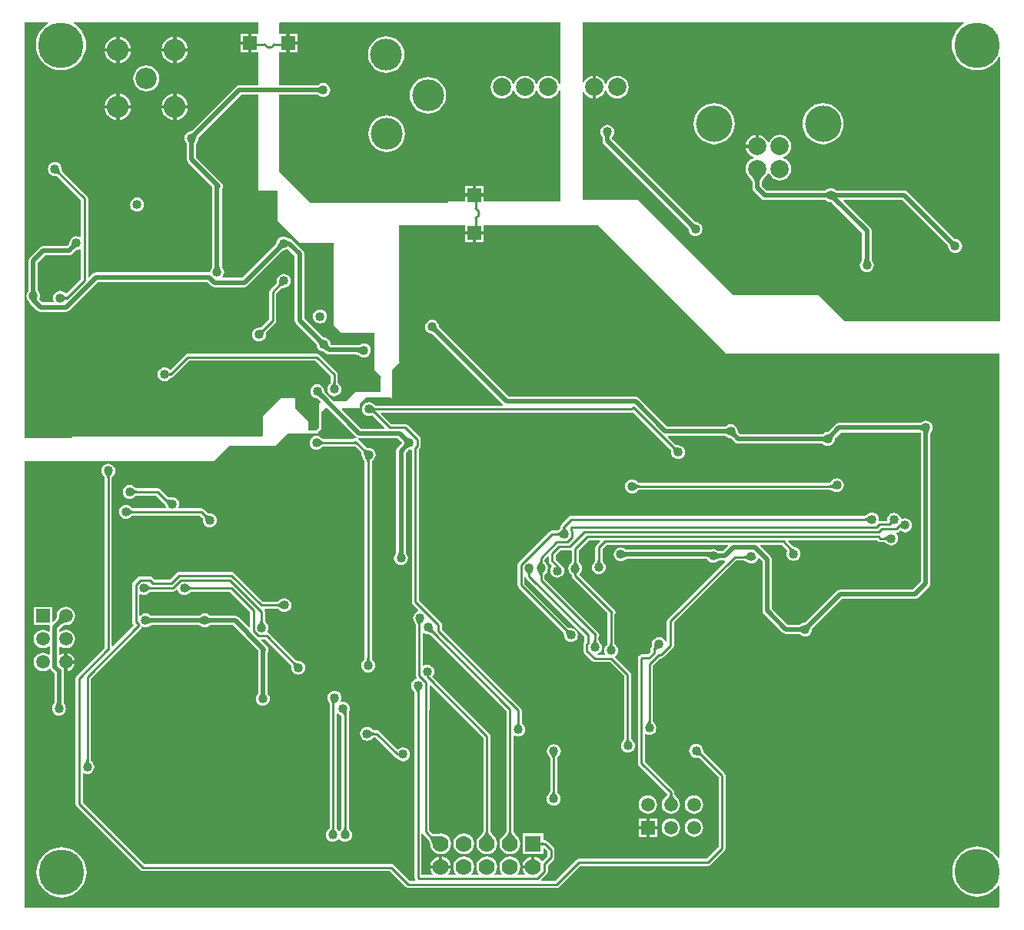
<source format=gbl>
G04*
G04 #@! TF.GenerationSoftware,Altium Limited,Altium Designer,18.1.3 (115)*
G04*
G04 Layer_Physical_Order=2*
G04 Layer_Color=16711680*
%FSAX25Y25*%
%MOIN*%
G70*
G01*
G75*
%ADD13C,0.01000*%
%ADD14C,0.02000*%
%ADD34C,0.04000*%
%ADD86R,0.05906X0.05906*%
%ADD87C,0.05906*%
%ADD88R,0.07000X0.07000*%
%ADD89C,0.07000*%
%ADD90C,0.09200*%
%ADD91C,0.09500*%
%ADD92C,0.07874*%
%ADD93C,0.15748*%
%ADD94C,0.13780*%
%ADD95C,0.19685*%
%ADD96R,0.05906X0.05906*%
%ADD97R,0.06000X0.06000*%
%ADD98R,0.06000X0.06000*%
G36*
X0252016Y0483916D02*
X0249166D01*
Y0479916D01*
Y0475916D01*
X0252016D01*
Y0461605D01*
X0244300D01*
X0243855Y0461694D01*
X0243074Y0461539D01*
X0242413Y0461097D01*
X0242413Y0461097D01*
X0223342Y0442026D01*
X0223268Y0441962D01*
X0223180Y0441896D01*
X0223096Y0441840D01*
X0223029Y0441802D01*
X0222981Y0441779D01*
X0222955Y0441769D01*
X0222952Y0441769D01*
X0222903Y0441762D01*
X0222831Y0441738D01*
X0222372Y0441678D01*
X0221642Y0441375D01*
X0221015Y0440894D01*
X0220534Y0440268D01*
X0220232Y0439538D01*
X0220129Y0438755D01*
X0220232Y0437972D01*
X0220534Y0437242D01*
X0221015Y0436615D01*
X0221029Y0436605D01*
X0221032Y0436598D01*
X0221049Y0436556D01*
X0221069Y0436491D01*
X0221090Y0436401D01*
X0221106Y0436301D01*
X0221115Y0436184D01*
Y0429578D01*
X0221271Y0428797D01*
X0221713Y0428136D01*
X0232203Y0417646D01*
X0232177Y0417516D01*
Y0383154D01*
X0232169Y0383082D01*
X0232151Y0382970D01*
X0232131Y0382880D01*
X0232110Y0382815D01*
X0232094Y0382773D01*
X0232090Y0382766D01*
X0232077Y0382756D01*
X0231596Y0382129D01*
X0231293Y0381399D01*
X0231228Y0380906D01*
X0230757Y0380503D01*
X0230701Y0380499D01*
X0181595D01*
X0180815Y0380343D01*
X0180153Y0379901D01*
X0178708Y0378456D01*
X0178246Y0378647D01*
Y0412493D01*
X0178129Y0413078D01*
X0177798Y0413575D01*
X0167091Y0424281D01*
X0167073Y0424306D01*
X0167036Y0424370D01*
X0167000Y0424449D01*
X0166966Y0424546D01*
X0166934Y0424663D01*
X0166911Y0424784D01*
X0166877Y0425145D01*
X0166875Y0425310D01*
X0166881Y0425355D01*
X0166778Y0426138D01*
X0166475Y0426868D01*
X0165994Y0427494D01*
X0165368Y0427975D01*
X0164638Y0428277D01*
X0163855Y0428381D01*
X0163072Y0428277D01*
X0162342Y0427975D01*
X0161715Y0427494D01*
X0161234Y0426868D01*
X0160932Y0426138D01*
X0160829Y0425355D01*
X0160932Y0424572D01*
X0161234Y0423842D01*
X0161715Y0423215D01*
X0162342Y0422734D01*
X0163072Y0422432D01*
X0163855Y0422329D01*
X0163900Y0422335D01*
X0164079Y0422332D01*
X0164255Y0422321D01*
X0164410Y0422301D01*
X0164547Y0422275D01*
X0164663Y0422244D01*
X0164760Y0422209D01*
X0164840Y0422173D01*
X0164904Y0422136D01*
X0164928Y0422118D01*
X0175187Y0411860D01*
Y0396051D01*
X0175052Y0395984D01*
X0174687Y0395854D01*
X0173999Y0396139D01*
X0173216Y0396242D01*
X0172433Y0396139D01*
X0171703Y0395837D01*
X0171077Y0395356D01*
X0170596Y0394729D01*
X0170293Y0393999D01*
X0170190Y0393216D01*
X0170193Y0393199D01*
X0170190Y0393192D01*
X0170173Y0393151D01*
X0170141Y0393090D01*
X0170092Y0393012D01*
X0170032Y0392930D01*
X0169957Y0392841D01*
X0169071Y0391955D01*
X0158816D01*
X0158036Y0391800D01*
X0157374Y0391358D01*
X0153074Y0387058D01*
X0152632Y0386397D01*
X0152477Y0385616D01*
Y0372829D01*
X0152469Y0372758D01*
X0152451Y0372645D01*
X0152430Y0372556D01*
X0152410Y0372490D01*
X0152394Y0372449D01*
X0152390Y0372442D01*
X0152376Y0372431D01*
X0151896Y0371805D01*
X0151593Y0371075D01*
X0151490Y0370292D01*
X0151593Y0369509D01*
X0151896Y0368779D01*
X0152376Y0368152D01*
X0152595Y0367984D01*
X0152632Y0367799D01*
X0153074Y0367138D01*
X0156199Y0364013D01*
X0156199Y0364013D01*
X0156861Y0363571D01*
X0157641Y0363416D01*
X0157641Y0363416D01*
X0168590D01*
X0169371Y0363571D01*
X0170032Y0364013D01*
X0182439Y0376420D01*
X0229872D01*
X0231617Y0374674D01*
X0231617Y0374674D01*
X0232279Y0374232D01*
X0233059Y0374077D01*
X0245916D01*
X0246696Y0374232D01*
X0247358Y0374674D01*
X0262564Y0389880D01*
X0262620Y0389925D01*
X0262712Y0389992D01*
X0262790Y0390041D01*
X0262851Y0390073D01*
X0262892Y0390090D01*
X0262899Y0390092D01*
X0262916Y0390090D01*
X0263699Y0390193D01*
X0264429Y0390496D01*
X0264782Y0390767D01*
X0267877Y0387671D01*
Y0359716D01*
X0268032Y0358936D01*
X0268474Y0358274D01*
X0277080Y0349668D01*
X0277125Y0349613D01*
X0277192Y0349520D01*
X0277241Y0349442D01*
X0277273Y0349381D01*
X0277290Y0349341D01*
X0277292Y0349333D01*
X0277290Y0349316D01*
X0277393Y0348533D01*
X0277696Y0347803D01*
X0278176Y0347177D01*
X0278803Y0346696D01*
X0279533Y0346393D01*
X0280316Y0346290D01*
X0280333Y0346292D01*
X0280341Y0346290D01*
X0280381Y0346273D01*
X0280442Y0346241D01*
X0280520Y0346192D01*
X0280603Y0346132D01*
X0280692Y0346057D01*
X0281274Y0345474D01*
X0281936Y0345032D01*
X0282716Y0344877D01*
X0294392D01*
X0294736Y0344648D01*
X0295516Y0344492D01*
X0295707Y0344530D01*
X0296274Y0344096D01*
X0297004Y0343793D01*
X0297787Y0343690D01*
X0298570Y0343793D01*
X0299300Y0344096D01*
X0299926Y0344577D01*
X0300407Y0345203D01*
X0300710Y0345933D01*
X0300813Y0346716D01*
X0300710Y0347499D01*
X0300407Y0348229D01*
X0299926Y0348856D01*
X0299300Y0349337D01*
X0298570Y0349639D01*
X0297787Y0349742D01*
X0297004Y0349639D01*
X0296274Y0349337D01*
X0295978Y0349110D01*
X0295906Y0349076D01*
X0295867Y0349048D01*
X0295863Y0349046D01*
X0295835Y0349034D01*
X0295781Y0349016D01*
X0295703Y0348996D01*
X0295602Y0348977D01*
X0295489Y0348961D01*
X0295403Y0348955D01*
X0283675D01*
X0283342Y0349316D01*
X0283239Y0350099D01*
X0282937Y0350829D01*
X0282456Y0351456D01*
X0281829Y0351937D01*
X0281099Y0352239D01*
X0280316Y0352342D01*
X0280299Y0352340D01*
X0280292Y0352342D01*
X0280251Y0352360D01*
X0280190Y0352392D01*
X0280112Y0352441D01*
X0280030Y0352500D01*
X0279941Y0352576D01*
X0271955Y0360561D01*
Y0388516D01*
X0271800Y0389297D01*
X0271358Y0389958D01*
X0266758Y0394558D01*
X0266096Y0395000D01*
X0265316Y0395155D01*
X0265133D01*
X0265056Y0395256D01*
X0264429Y0395737D01*
X0263699Y0396039D01*
X0262916Y0396142D01*
X0262133Y0396039D01*
X0261403Y0395737D01*
X0260776Y0395256D01*
X0260296Y0394629D01*
X0259993Y0393899D01*
X0259890Y0393116D01*
X0259893Y0393099D01*
X0259890Y0393092D01*
X0259873Y0393051D01*
X0259841Y0392990D01*
X0259792Y0392912D01*
X0259732Y0392830D01*
X0259657Y0392741D01*
X0245072Y0378155D01*
X0236723D01*
X0236493Y0378655D01*
X0236837Y0379103D01*
X0237139Y0379833D01*
X0237242Y0380616D01*
X0237139Y0381399D01*
X0236837Y0382129D01*
X0236356Y0382756D01*
X0236342Y0382766D01*
X0236339Y0382773D01*
X0236322Y0382815D01*
X0236302Y0382880D01*
X0236281Y0382970D01*
X0236265Y0383070D01*
X0236255Y0383187D01*
Y0416720D01*
X0236600Y0417236D01*
X0236755Y0418016D01*
X0236600Y0418796D01*
X0236158Y0419458D01*
X0225194Y0430422D01*
Y0436217D01*
X0225202Y0436288D01*
X0225220Y0436401D01*
X0225240Y0436491D01*
X0225260Y0436556D01*
X0225277Y0436598D01*
X0225281Y0436605D01*
X0225294Y0436615D01*
X0225775Y0437242D01*
X0226078Y0437972D01*
X0226181Y0438755D01*
X0226162Y0438895D01*
X0226168Y0438924D01*
X0226167Y0438965D01*
X0226168Y0438969D01*
X0226181Y0439001D01*
X0226207Y0439054D01*
X0226250Y0439126D01*
X0226303Y0439202D01*
X0226384Y0439301D01*
X0244611Y0457527D01*
X0252016D01*
Y0416016D01*
X0252216Y0415816D01*
X0260516D01*
X0260516Y0402616D01*
X0269916Y0393216D01*
X0284516Y0393216D01*
X0284916Y0392816D01*
X0284716Y0392616D01*
X0284716Y0357716D01*
X0288016Y0354416D01*
X0302271D01*
X0302271Y0338262D01*
X0305316Y0335216D01*
X0305016Y0334916D01*
Y0328516D01*
X0293916D01*
X0289916Y0324516D01*
X0284900D01*
X0280852Y0328564D01*
X0280807Y0328620D01*
X0280741Y0328712D01*
X0280692Y0328790D01*
X0280660Y0328851D01*
X0280642Y0328892D01*
X0280640Y0328899D01*
X0280642Y0328916D01*
X0280539Y0329699D01*
X0280237Y0330429D01*
X0279756Y0331056D01*
X0279129Y0331537D01*
X0278399Y0331839D01*
X0277616Y0331942D01*
X0276833Y0331839D01*
X0276103Y0331537D01*
X0275477Y0331056D01*
X0274996Y0330429D01*
X0274693Y0329699D01*
X0274590Y0328916D01*
X0274693Y0328133D01*
X0274996Y0327403D01*
X0275477Y0326777D01*
X0276103Y0326296D01*
X0276833Y0325993D01*
X0277616Y0325890D01*
X0277633Y0325892D01*
X0277641Y0325890D01*
X0277681Y0325873D01*
X0277742Y0325841D01*
X0277820Y0325792D01*
X0277903Y0325732D01*
X0277992Y0325657D01*
X0279274Y0324374D01*
X0278416Y0323516D01*
Y0312927D01*
X0277016Y0312116D01*
X0273716D01*
Y0315916D01*
X0268056Y0321576D01*
Y0325916D01*
X0261803D01*
X0254216Y0318329D01*
Y0309816D01*
X0253616Y0309216D01*
X0171556D01*
X0171456Y0309316D01*
X0170756Y0308616D01*
X0150916D01*
X0150646Y0309004D01*
Y0471116D01*
X0150714Y0489087D01*
X0161079D01*
X0161220Y0488587D01*
X0160123Y0487915D01*
X0158826Y0486807D01*
X0157717Y0485509D01*
X0156825Y0484054D01*
X0156172Y0482477D01*
X0155774Y0480818D01*
X0155640Y0479116D01*
X0155774Y0477415D01*
X0156172Y0475755D01*
X0156825Y0474179D01*
X0157717Y0472723D01*
X0158826Y0471426D01*
X0160123Y0470317D01*
X0161579Y0469425D01*
X0163155Y0468772D01*
X0164815Y0468374D01*
X0166516Y0468240D01*
X0168218Y0468374D01*
X0169877Y0468772D01*
X0171454Y0469425D01*
X0172909Y0470317D01*
X0174207Y0471426D01*
X0175315Y0472723D01*
X0176207Y0474179D01*
X0176860Y0475755D01*
X0177258Y0477415D01*
X0177392Y0479116D01*
X0177258Y0480818D01*
X0176860Y0482477D01*
X0176207Y0484054D01*
X0175315Y0485509D01*
X0174207Y0486807D01*
X0172909Y0487915D01*
X0171813Y0488587D01*
X0171954Y0489087D01*
X0252016D01*
Y0483916D01*
D02*
G37*
G36*
X0382916Y0488966D02*
Y0462470D01*
X0382416Y0462370D01*
X0382029Y0463306D01*
X0381237Y0464337D01*
X0380206Y0465129D01*
X0379005Y0465626D01*
X0377716Y0465796D01*
X0376427Y0465626D01*
X0375226Y0465129D01*
X0374195Y0464337D01*
X0373404Y0463306D01*
X0372987Y0462299D01*
X0372446D01*
X0372029Y0463306D01*
X0371237Y0464337D01*
X0370206Y0465129D01*
X0369005Y0465626D01*
X0367716Y0465796D01*
X0366427Y0465626D01*
X0365226Y0465129D01*
X0364195Y0464337D01*
X0363404Y0463306D01*
X0362987Y0462299D01*
X0362446D01*
X0362029Y0463306D01*
X0361237Y0464337D01*
X0360206Y0465129D01*
X0359005Y0465626D01*
X0357716Y0465796D01*
X0356427Y0465626D01*
X0355226Y0465129D01*
X0354195Y0464337D01*
X0353404Y0463306D01*
X0352906Y0462105D01*
X0352737Y0460816D01*
X0352906Y0459527D01*
X0353404Y0458326D01*
X0354195Y0457295D01*
X0355226Y0456504D01*
X0356427Y0456006D01*
X0357716Y0455837D01*
X0359005Y0456006D01*
X0360206Y0456504D01*
X0361237Y0457295D01*
X0362029Y0458326D01*
X0362446Y0459333D01*
X0362987D01*
X0363404Y0458326D01*
X0364195Y0457295D01*
X0365226Y0456504D01*
X0366427Y0456006D01*
X0367716Y0455837D01*
X0369005Y0456006D01*
X0370206Y0456504D01*
X0371237Y0457295D01*
X0372029Y0458326D01*
X0372446Y0459333D01*
X0372987D01*
X0373404Y0458326D01*
X0374195Y0457295D01*
X0375226Y0456504D01*
X0376427Y0456006D01*
X0377716Y0455837D01*
X0379005Y0456006D01*
X0380206Y0456504D01*
X0381237Y0457295D01*
X0382029Y0458326D01*
X0382416Y0459262D01*
X0382916Y0459163D01*
Y0411216D01*
X0349816D01*
Y0413366D01*
X0345816D01*
X0341816D01*
Y0411216D01*
X0334316D01*
Y0410516D01*
X0274616D01*
X0261016Y0424116D01*
Y0457527D01*
X0277679D01*
X0277750Y0457519D01*
X0277863Y0457501D01*
X0277952Y0457481D01*
X0278018Y0457460D01*
X0278059Y0457444D01*
X0278066Y0457440D01*
X0278077Y0457427D01*
X0278703Y0456946D01*
X0279433Y0456643D01*
X0280216Y0456540D01*
X0280999Y0456643D01*
X0281729Y0456946D01*
X0282356Y0457427D01*
X0282837Y0458053D01*
X0283139Y0458783D01*
X0283242Y0459566D01*
X0283139Y0460349D01*
X0282837Y0461079D01*
X0282356Y0461706D01*
X0281729Y0462187D01*
X0280999Y0462489D01*
X0280216Y0462592D01*
X0279433Y0462489D01*
X0278703Y0462187D01*
X0278077Y0461706D01*
X0278066Y0461692D01*
X0278059Y0461689D01*
X0278018Y0461672D01*
X0277952Y0461652D01*
X0277863Y0461631D01*
X0277762Y0461615D01*
X0277646Y0461605D01*
X0261016D01*
Y0475916D01*
X0264166D01*
Y0479916D01*
Y0483916D01*
X0261016D01*
Y0488713D01*
X0261370Y0489066D01*
X0382916Y0488966D01*
D02*
G37*
G36*
X0278788Y0458166D02*
X0278702Y0458242D01*
X0278602Y0458310D01*
X0278488Y0458370D01*
X0278359Y0458422D01*
X0278216Y0458466D01*
X0278058Y0458502D01*
X0277886Y0458530D01*
X0277700Y0458550D01*
X0277284Y0458566D01*
Y0460566D01*
X0277499Y0460570D01*
X0277886Y0460602D01*
X0278058Y0460630D01*
X0278216Y0460666D01*
X0278359Y0460710D01*
X0278488Y0460762D01*
X0278602Y0460822D01*
X0278702Y0460890D01*
X0278788Y0460966D01*
Y0458166D01*
D02*
G37*
G36*
X0558063Y0489016D02*
X0558204Y0488516D01*
X0557223Y0487915D01*
X0555926Y0486807D01*
X0554817Y0485509D01*
X0553926Y0484054D01*
X0553272Y0482477D01*
X0552874Y0480818D01*
X0552740Y0479116D01*
X0552874Y0477415D01*
X0553272Y0475755D01*
X0553926Y0474179D01*
X0554817Y0472723D01*
X0555926Y0471426D01*
X0557223Y0470317D01*
X0558678Y0469425D01*
X0560255Y0468772D01*
X0561915Y0468374D01*
X0563616Y0468240D01*
X0565318Y0468374D01*
X0566977Y0468772D01*
X0568554Y0469425D01*
X0570009Y0470317D01*
X0571307Y0471426D01*
X0572415Y0472723D01*
X0573187Y0473983D01*
X0573687Y0473842D01*
Y0359216D01*
X0506566D01*
X0495066Y0370716D01*
X0458066D01*
X0416666Y0412116D01*
X0392766D01*
Y0458559D01*
X0393266Y0458658D01*
X0393404Y0458326D01*
X0394195Y0457295D01*
X0395226Y0456504D01*
X0396427Y0456006D01*
X0396966Y0455935D01*
Y0460816D01*
Y0465697D01*
X0396427Y0465626D01*
X0395226Y0465129D01*
X0394195Y0464337D01*
X0393404Y0463306D01*
X0393266Y0462974D01*
X0392766Y0463073D01*
Y0489016D01*
X0558063Y0489016D01*
D02*
G37*
G36*
X0225888Y0440273D02*
X0225739Y0440118D01*
X0225491Y0439821D01*
X0225392Y0439679D01*
X0225310Y0439541D01*
X0225244Y0439408D01*
X0225195Y0439278D01*
X0225163Y0439153D01*
X0225147Y0439033D01*
X0225148Y0438916D01*
X0223033Y0440751D01*
X0223143Y0440765D01*
X0223258Y0440794D01*
X0223378Y0440839D01*
X0223502Y0440898D01*
X0223632Y0440973D01*
X0223767Y0441062D01*
X0223907Y0441167D01*
X0224202Y0441422D01*
X0224357Y0441572D01*
X0225888Y0440273D01*
D02*
G37*
G36*
X0224479Y0437241D02*
X0224411Y0437141D01*
X0224351Y0437026D01*
X0224299Y0436898D01*
X0224255Y0436754D01*
X0224219Y0436597D01*
X0224191Y0436425D01*
X0224171Y0436239D01*
X0224155Y0435823D01*
X0222155D01*
X0222151Y0436038D01*
X0222119Y0436425D01*
X0222091Y0436597D01*
X0222055Y0436754D01*
X0222011Y0436898D01*
X0221959Y0437026D01*
X0221899Y0437141D01*
X0221831Y0437241D01*
X0221755Y0437326D01*
X0224555D01*
X0224479Y0437241D01*
D02*
G37*
G36*
X0165858Y0425089D02*
X0165901Y0424640D01*
X0165940Y0424435D01*
X0165991Y0424243D01*
X0166054Y0424066D01*
X0166129Y0423902D01*
X0166216Y0423751D01*
X0166315Y0423614D01*
X0166426Y0423490D01*
X0165719Y0422783D01*
X0165595Y0422894D01*
X0165458Y0422993D01*
X0165308Y0423080D01*
X0165144Y0423155D01*
X0164966Y0423218D01*
X0164775Y0423269D01*
X0164570Y0423309D01*
X0164352Y0423336D01*
X0164120Y0423351D01*
X0163875Y0423355D01*
X0165855Y0425335D01*
X0165858Y0425089D01*
D02*
G37*
G36*
X0454716Y0345416D02*
X0573216D01*
X0573316Y0345316D01*
Y0126786D01*
X0572835Y0126650D01*
X0572615Y0127009D01*
X0571507Y0128307D01*
X0570209Y0129415D01*
X0568754Y0130307D01*
X0567177Y0130960D01*
X0565518Y0131358D01*
X0563816Y0131492D01*
X0562115Y0131358D01*
X0560455Y0130960D01*
X0558879Y0130307D01*
X0557423Y0129415D01*
X0556126Y0128307D01*
X0555017Y0127009D01*
X0554125Y0125554D01*
X0553472Y0123977D01*
X0553074Y0122318D01*
X0552940Y0120616D01*
X0553074Y0118915D01*
X0553472Y0117255D01*
X0554125Y0115679D01*
X0555017Y0114223D01*
X0556126Y0112926D01*
X0557423Y0111817D01*
X0558879Y0110925D01*
X0560455Y0110272D01*
X0562115Y0109874D01*
X0563816Y0109740D01*
X0565518Y0109874D01*
X0567177Y0110272D01*
X0568754Y0110925D01*
X0570209Y0111817D01*
X0571507Y0112926D01*
X0572615Y0114223D01*
X0572835Y0114582D01*
X0573316Y0114446D01*
Y0105390D01*
X0572842Y0104916D01*
X0150916D01*
X0150816Y0104958D01*
X0150646Y0170740D01*
Y0298346D01*
X0150816Y0298516D01*
X0232856Y0298516D01*
X0239556Y0305216D01*
X0259339Y0305216D01*
X0264639Y0310516D01*
X0278016D01*
Y0311517D01*
X0278927Y0312045D01*
X0279027Y0312133D01*
X0279137Y0312207D01*
X0279175Y0312263D01*
X0279226Y0312308D01*
X0279285Y0312427D01*
X0279358Y0312537D01*
X0279371Y0312604D01*
X0279401Y0312665D01*
X0279410Y0312797D01*
X0279436Y0312927D01*
Y0319836D01*
X0281116Y0321516D01*
X0282132D01*
X0294374Y0309274D01*
X0294695Y0309060D01*
X0294499Y0308589D01*
X0294216Y0308646D01*
X0293631Y0308529D01*
X0293135Y0308198D01*
X0293083Y0308146D01*
X0280364D01*
X0280334Y0308150D01*
X0280262Y0308170D01*
X0280181Y0308200D01*
X0280087Y0308244D01*
X0279983Y0308305D01*
X0279881Y0308374D01*
X0279602Y0308605D01*
X0279484Y0308720D01*
X0279456Y0308756D01*
X0278829Y0309237D01*
X0278099Y0309539D01*
X0277316Y0309642D01*
X0276533Y0309539D01*
X0275803Y0309237D01*
X0275177Y0308756D01*
X0274696Y0308129D01*
X0274393Y0307399D01*
X0274290Y0306616D01*
X0274393Y0305833D01*
X0274696Y0305103D01*
X0275177Y0304476D01*
X0275803Y0303996D01*
X0276533Y0303693D01*
X0277316Y0303590D01*
X0278099Y0303693D01*
X0278829Y0303996D01*
X0279456Y0304476D01*
X0279484Y0304513D01*
X0279612Y0304638D01*
X0279744Y0304753D01*
X0279868Y0304850D01*
X0279983Y0304928D01*
X0280087Y0304988D01*
X0280181Y0305032D01*
X0280262Y0305063D01*
X0280334Y0305082D01*
X0280364Y0305087D01*
X0293716D01*
X0294022Y0305148D01*
X0296680Y0302490D01*
X0296697Y0302465D01*
X0296734Y0302401D01*
X0296771Y0302322D01*
X0296805Y0302224D01*
X0296836Y0302108D01*
X0296860Y0301987D01*
X0296894Y0301626D01*
X0296896Y0301461D01*
X0296890Y0301416D01*
X0296993Y0300633D01*
X0297296Y0299903D01*
X0297524Y0299605D01*
X0297565Y0299523D01*
X0297843Y0299158D01*
X0297933Y0299020D01*
X0298012Y0298884D01*
X0298075Y0298760D01*
X0298122Y0298650D01*
X0298154Y0298553D01*
X0298175Y0298470D01*
X0298180Y0298438D01*
Y0213064D01*
X0298175Y0213034D01*
X0298155Y0212963D01*
X0298125Y0212881D01*
X0298081Y0212787D01*
X0298021Y0212683D01*
X0297951Y0212581D01*
X0297720Y0212302D01*
X0297605Y0212183D01*
X0297569Y0212156D01*
X0297088Y0211529D01*
X0296786Y0210799D01*
X0296683Y0210016D01*
X0296786Y0209233D01*
X0297088Y0208503D01*
X0297569Y0207876D01*
X0298196Y0207396D01*
X0298926Y0207093D01*
X0299709Y0206990D01*
X0300492Y0207093D01*
X0301222Y0207396D01*
X0301849Y0207876D01*
X0302329Y0208503D01*
X0302632Y0209233D01*
X0302735Y0210016D01*
X0302632Y0210799D01*
X0302329Y0211529D01*
X0301849Y0212156D01*
X0301812Y0212183D01*
X0301687Y0212312D01*
X0301571Y0212444D01*
X0301475Y0212568D01*
X0301397Y0212683D01*
X0301337Y0212787D01*
X0301293Y0212881D01*
X0301262Y0212963D01*
X0301243Y0213034D01*
X0301238Y0213064D01*
Y0298324D01*
X0301243Y0298350D01*
X0301260Y0298410D01*
X0301287Y0298476D01*
X0301326Y0298551D01*
X0301381Y0298636D01*
X0301454Y0298729D01*
X0301547Y0298830D01*
X0301661Y0298939D01*
X0301817Y0299071D01*
X0301865Y0299130D01*
X0302056Y0299276D01*
X0302537Y0299903D01*
X0302839Y0300633D01*
X0302942Y0301416D01*
X0302839Y0302199D01*
X0302537Y0302929D01*
X0302056Y0303556D01*
X0301429Y0304037D01*
X0300699Y0304339D01*
X0299916Y0304442D01*
X0299871Y0304436D01*
X0299692Y0304439D01*
X0299516Y0304450D01*
X0299360Y0304470D01*
X0299224Y0304496D01*
X0299108Y0304527D01*
X0299011Y0304562D01*
X0298931Y0304598D01*
X0298867Y0304635D01*
X0298843Y0304653D01*
X0295298Y0308198D01*
X0295143Y0308301D01*
X0295338Y0308772D01*
X0295816Y0308677D01*
X0295816Y0308677D01*
X0312472D01*
X0314180Y0306968D01*
X0314225Y0306913D01*
X0314292Y0306820D01*
X0314341Y0306742D01*
X0314373Y0306681D01*
X0314390Y0306641D01*
X0314392Y0306633D01*
X0314390Y0306616D01*
X0314392Y0306599D01*
X0314390Y0306592D01*
X0314373Y0306551D01*
X0314341Y0306490D01*
X0314292Y0306412D01*
X0314232Y0306330D01*
X0314157Y0306241D01*
X0312474Y0304558D01*
X0312032Y0303896D01*
X0311877Y0303116D01*
Y0259053D01*
X0311869Y0258982D01*
X0311851Y0258870D01*
X0311830Y0258780D01*
X0311810Y0258715D01*
X0311794Y0258673D01*
X0311790Y0258666D01*
X0311776Y0258656D01*
X0311296Y0258029D01*
X0310993Y0257299D01*
X0310890Y0256516D01*
X0310993Y0255733D01*
X0311296Y0255003D01*
X0311776Y0254377D01*
X0312403Y0253896D01*
X0313133Y0253593D01*
X0313916Y0253490D01*
X0314699Y0253593D01*
X0315429Y0253896D01*
X0316056Y0254377D01*
X0316537Y0255003D01*
X0316839Y0255733D01*
X0316942Y0256516D01*
X0316839Y0257299D01*
X0316537Y0258029D01*
X0316056Y0258656D01*
X0316042Y0258666D01*
X0316039Y0258673D01*
X0316022Y0258715D01*
X0316002Y0258780D01*
X0315981Y0258870D01*
X0315965Y0258970D01*
X0315955Y0259086D01*
Y0302272D01*
X0317064Y0303380D01*
X0317120Y0303425D01*
X0317212Y0303492D01*
X0317290Y0303541D01*
X0317351Y0303573D01*
X0317392Y0303590D01*
X0317399Y0303592D01*
X0317416Y0303590D01*
X0318187Y0303692D01*
X0318292Y0303699D01*
X0318687Y0303384D01*
Y0237566D01*
X0318803Y0236981D01*
X0319135Y0236485D01*
X0321605Y0234014D01*
X0321557Y0233872D01*
X0321391Y0233521D01*
X0320703Y0233237D01*
X0320076Y0232756D01*
X0319596Y0232129D01*
X0319293Y0231399D01*
X0319190Y0230616D01*
X0319293Y0229833D01*
X0319596Y0229103D01*
X0319687Y0228984D01*
X0319705Y0228940D01*
X0319839Y0228734D01*
X0319943Y0228562D01*
X0320124Y0228218D01*
X0320181Y0228087D01*
X0320228Y0227961D01*
X0320262Y0227851D01*
X0320282Y0227759D01*
X0320287Y0227727D01*
Y0205766D01*
X0320403Y0205181D01*
X0320682Y0204763D01*
X0320611Y0204450D01*
X0320491Y0204221D01*
X0319803Y0203937D01*
X0319177Y0203456D01*
X0318696Y0202829D01*
X0318393Y0202099D01*
X0318290Y0201316D01*
X0318393Y0200533D01*
X0318696Y0199803D01*
X0319177Y0199177D01*
X0319213Y0199149D01*
X0319338Y0199020D01*
X0319454Y0198888D01*
X0319550Y0198764D01*
X0319628Y0198649D01*
X0319688Y0198545D01*
X0319732Y0198452D01*
X0319763Y0198370D01*
X0319782Y0198299D01*
X0319787Y0198268D01*
Y0118116D01*
X0319903Y0117531D01*
X0320228Y0117046D01*
X0320219Y0116999D01*
X0320017Y0116546D01*
X0317821D01*
X0310869Y0123498D01*
X0310373Y0123829D01*
X0309788Y0123946D01*
X0202650D01*
X0175946Y0150650D01*
Y0163182D01*
X0176080Y0163248D01*
X0176446Y0163378D01*
X0177133Y0163093D01*
X0177916Y0162990D01*
X0178699Y0163093D01*
X0179429Y0163396D01*
X0180056Y0163876D01*
X0180537Y0164503D01*
X0180839Y0165233D01*
X0180942Y0166016D01*
X0180839Y0166799D01*
X0180537Y0167529D01*
X0180056Y0168156D01*
X0180020Y0168184D01*
X0179895Y0168312D01*
X0179779Y0168444D01*
X0179682Y0168569D01*
X0179605Y0168683D01*
X0179544Y0168787D01*
X0179500Y0168881D01*
X0179470Y0168963D01*
X0179450Y0169034D01*
X0179446Y0169064D01*
Y0204473D01*
X0201398Y0226425D01*
X0201729Y0226921D01*
X0201733Y0226923D01*
X0202433Y0226634D01*
X0203216Y0226530D01*
X0203999Y0226634D01*
X0204729Y0226936D01*
X0205356Y0227417D01*
X0205366Y0227430D01*
X0205373Y0227434D01*
X0205415Y0227450D01*
X0205480Y0227471D01*
X0205570Y0227491D01*
X0205670Y0227507D01*
X0205786Y0227517D01*
X0226279D01*
X0226350Y0227509D01*
X0226463Y0227491D01*
X0226552Y0227471D01*
X0226618Y0227451D01*
X0226659Y0227434D01*
X0226666Y0227430D01*
X0226677Y0227417D01*
X0227303Y0226936D01*
X0228033Y0226634D01*
X0228816Y0226530D01*
X0229599Y0226634D01*
X0230329Y0226936D01*
X0230956Y0227417D01*
X0230966Y0227430D01*
X0230973Y0227434D01*
X0231014Y0227450D01*
X0231080Y0227471D01*
X0231170Y0227491D01*
X0231270Y0227507D01*
X0231386Y0227517D01*
X0241231D01*
X0245516Y0223233D01*
X0245532Y0223150D01*
X0245974Y0222489D01*
X0252003Y0216460D01*
X0251977Y0216331D01*
Y0198153D01*
X0251969Y0198082D01*
X0251951Y0197970D01*
X0251930Y0197880D01*
X0251910Y0197815D01*
X0251894Y0197773D01*
X0251890Y0197766D01*
X0251876Y0197756D01*
X0251396Y0197129D01*
X0251093Y0196399D01*
X0250990Y0195616D01*
X0251093Y0194833D01*
X0251396Y0194103D01*
X0251876Y0193476D01*
X0252503Y0192996D01*
X0253233Y0192693D01*
X0254016Y0192590D01*
X0254799Y0192693D01*
X0255529Y0192996D01*
X0256156Y0193476D01*
X0256637Y0194103D01*
X0256939Y0194833D01*
X0257042Y0195616D01*
X0256939Y0196399D01*
X0256637Y0197129D01*
X0256156Y0197756D01*
X0256142Y0197766D01*
X0256139Y0197773D01*
X0256122Y0197815D01*
X0256102Y0197880D01*
X0256081Y0197970D01*
X0256065Y0198070D01*
X0256055Y0198187D01*
Y0215534D01*
X0256400Y0216051D01*
X0256555Y0216831D01*
X0256400Y0217611D01*
X0255958Y0218273D01*
X0253306Y0220925D01*
X0253497Y0221387D01*
X0254942D01*
X0266180Y0210150D01*
X0266197Y0210125D01*
X0266234Y0210061D01*
X0266271Y0209981D01*
X0266305Y0209884D01*
X0266336Y0209768D01*
X0266360Y0209647D01*
X0266394Y0209286D01*
X0266396Y0209121D01*
X0266390Y0209076D01*
X0266493Y0208293D01*
X0266796Y0207563D01*
X0267277Y0206936D01*
X0267903Y0206455D01*
X0268633Y0206153D01*
X0269416Y0206050D01*
X0270199Y0206153D01*
X0270929Y0206455D01*
X0271556Y0206936D01*
X0272037Y0207563D01*
X0272339Y0208293D01*
X0272442Y0209076D01*
X0272339Y0209859D01*
X0272037Y0210589D01*
X0271556Y0211216D01*
X0270929Y0211697D01*
X0270199Y0211999D01*
X0269416Y0212102D01*
X0269371Y0212096D01*
X0269192Y0212099D01*
X0269016Y0212110D01*
X0268860Y0212130D01*
X0268724Y0212156D01*
X0268608Y0212187D01*
X0268511Y0212221D01*
X0268431Y0212258D01*
X0268367Y0212295D01*
X0268342Y0212313D01*
X0256658Y0223998D01*
X0256204Y0224300D01*
X0256102Y0224424D01*
X0255959Y0224802D01*
X0256037Y0224903D01*
X0256339Y0225633D01*
X0256442Y0226416D01*
X0256339Y0227199D01*
X0256037Y0227929D01*
X0255556Y0228556D01*
X0255520Y0228584D01*
X0255395Y0228712D01*
X0255279Y0228844D01*
X0255182Y0228968D01*
X0255105Y0229083D01*
X0255044Y0229187D01*
X0255000Y0229281D01*
X0254970Y0229363D01*
X0254950Y0229434D01*
X0254946Y0229464D01*
Y0233316D01*
X0254829Y0233901D01*
X0254665Y0234147D01*
X0254933Y0234647D01*
X0260268D01*
X0260298Y0234642D01*
X0260370Y0234623D01*
X0260452Y0234592D01*
X0260545Y0234548D01*
X0260649Y0234488D01*
X0260751Y0234418D01*
X0261031Y0234187D01*
X0261149Y0234072D01*
X0261176Y0234036D01*
X0261803Y0233556D01*
X0262533Y0233253D01*
X0263316Y0233150D01*
X0264099Y0233253D01*
X0264829Y0233556D01*
X0265456Y0234036D01*
X0265937Y0234663D01*
X0266239Y0235393D01*
X0266342Y0236176D01*
X0266239Y0236959D01*
X0265937Y0237689D01*
X0265456Y0238316D01*
X0264829Y0238796D01*
X0264099Y0239099D01*
X0263316Y0239202D01*
X0262533Y0239099D01*
X0261803Y0238796D01*
X0261176Y0238316D01*
X0261149Y0238280D01*
X0261020Y0238155D01*
X0260888Y0238039D01*
X0260764Y0237942D01*
X0260649Y0237864D01*
X0260545Y0237804D01*
X0260452Y0237760D01*
X0260370Y0237729D01*
X0260298Y0237710D01*
X0260268Y0237705D01*
X0254018D01*
X0241566Y0250157D01*
X0241070Y0250489D01*
X0240485Y0250605D01*
X0217738D01*
X0217153Y0250489D01*
X0216657Y0250157D01*
X0213645Y0247146D01*
X0207150D01*
X0206098Y0248198D01*
X0205601Y0248529D01*
X0205016Y0248646D01*
X0200966D01*
X0200381Y0248529D01*
X0199885Y0248198D01*
X0197835Y0246147D01*
X0197503Y0245651D01*
X0197387Y0245066D01*
Y0228907D01*
X0197503Y0228321D01*
X0197835Y0227825D01*
X0198153Y0227507D01*
X0189007Y0218361D01*
X0188546Y0218552D01*
Y0291469D01*
X0188550Y0291498D01*
X0188569Y0291570D01*
X0188600Y0291652D01*
X0188644Y0291745D01*
X0188705Y0291849D01*
X0188774Y0291951D01*
X0189005Y0292231D01*
X0189120Y0292349D01*
X0189156Y0292376D01*
X0189637Y0293003D01*
X0189939Y0293733D01*
X0190042Y0294516D01*
X0189939Y0295299D01*
X0189637Y0296029D01*
X0189156Y0296656D01*
X0188529Y0297137D01*
X0187799Y0297439D01*
X0187016Y0297542D01*
X0186233Y0297439D01*
X0185503Y0297137D01*
X0184877Y0296656D01*
X0184396Y0296029D01*
X0184093Y0295299D01*
X0183990Y0294516D01*
X0184093Y0293733D01*
X0184396Y0293003D01*
X0184877Y0292376D01*
X0184913Y0292349D01*
X0185038Y0292220D01*
X0185153Y0292088D01*
X0185250Y0291964D01*
X0185328Y0291849D01*
X0185388Y0291745D01*
X0185432Y0291652D01*
X0185463Y0291570D01*
X0185482Y0291498D01*
X0185487Y0291469D01*
Y0217669D01*
X0173335Y0205516D01*
X0173003Y0205020D01*
X0172887Y0204435D01*
Y0150016D01*
X0173003Y0149431D01*
X0173335Y0148935D01*
X0200935Y0121335D01*
X0201431Y0121003D01*
X0202016Y0120887D01*
X0309154D01*
X0316106Y0113935D01*
X0316602Y0113603D01*
X0317188Y0113487D01*
X0381445D01*
X0382030Y0113603D01*
X0382526Y0113935D01*
X0391678Y0123087D01*
X0447116D01*
X0447701Y0123203D01*
X0448198Y0123535D01*
X0454198Y0129535D01*
X0454529Y0130031D01*
X0454646Y0130616D01*
Y0162316D01*
X0454529Y0162901D01*
X0454198Y0163398D01*
X0445305Y0172290D01*
X0445285Y0172317D01*
X0445237Y0172394D01*
X0445192Y0172479D01*
X0445075Y0172767D01*
X0445032Y0172904D01*
X0444934Y0173309D01*
X0444892Y0173537D01*
X0444866Y0173602D01*
X0444839Y0173809D01*
X0444537Y0174539D01*
X0444056Y0175165D01*
X0443429Y0175646D01*
X0442699Y0175948D01*
X0441916Y0176051D01*
X0441133Y0175948D01*
X0440403Y0175646D01*
X0439777Y0175165D01*
X0439296Y0174539D01*
X0438993Y0173809D01*
X0438890Y0173026D01*
X0438993Y0172242D01*
X0439296Y0171513D01*
X0439777Y0170886D01*
X0440403Y0170405D01*
X0441133Y0170103D01*
X0441916Y0170000D01*
X0442343Y0170056D01*
X0442438Y0170052D01*
X0442631Y0170082D01*
X0442774Y0170094D01*
X0442898Y0170095D01*
X0443001Y0170087D01*
X0443087Y0170072D01*
X0443156Y0170053D01*
X0443212Y0170030D01*
X0443259Y0170004D01*
X0443279Y0169991D01*
X0451587Y0161683D01*
Y0131250D01*
X0446483Y0126146D01*
X0391045D01*
X0390459Y0126029D01*
X0389963Y0125698D01*
X0380811Y0116546D01*
X0374887D01*
X0374679Y0117046D01*
X0377198Y0119564D01*
X0377529Y0120060D01*
X0377646Y0120645D01*
Y0123383D01*
X0379998Y0125735D01*
X0380329Y0126231D01*
X0380446Y0126816D01*
Y0130116D01*
X0380329Y0130701D01*
X0379998Y0131198D01*
X0377398Y0133798D01*
X0376901Y0134129D01*
X0376316Y0134246D01*
X0375616D01*
Y0137216D01*
X0366616D01*
Y0128216D01*
X0375616D01*
Y0130546D01*
X0376116Y0130753D01*
X0377387Y0129483D01*
Y0127450D01*
X0375350Y0125412D01*
X0374686Y0125456D01*
X0374326Y0125926D01*
X0373386Y0126647D01*
X0372291Y0127100D01*
X0371866Y0127156D01*
Y0122716D01*
X0371116D01*
Y0121966D01*
X0366676D01*
X0366732Y0121541D01*
X0367185Y0120447D01*
X0367723Y0119746D01*
X0367477Y0119246D01*
X0364756D01*
X0364509Y0119746D01*
X0365047Y0120447D01*
X0365500Y0121541D01*
X0365655Y0122716D01*
X0365500Y0123891D01*
X0365047Y0124986D01*
X0364326Y0125926D01*
X0363386Y0126647D01*
X0362291Y0127100D01*
X0361116Y0127255D01*
X0359941Y0127100D01*
X0358847Y0126647D01*
X0357907Y0125926D01*
X0357185Y0124986D01*
X0356732Y0123891D01*
X0356577Y0122716D01*
X0356732Y0121541D01*
X0357185Y0120447D01*
X0357723Y0119746D01*
X0357477Y0119246D01*
X0354755D01*
X0354509Y0119746D01*
X0355047Y0120447D01*
X0355500Y0121541D01*
X0355655Y0122716D01*
X0355500Y0123891D01*
X0355047Y0124986D01*
X0354326Y0125926D01*
X0353386Y0126647D01*
X0352291Y0127100D01*
X0351116Y0127255D01*
X0349941Y0127100D01*
X0348847Y0126647D01*
X0347907Y0125926D01*
X0347185Y0124986D01*
X0346732Y0123891D01*
X0346577Y0122716D01*
X0346732Y0121541D01*
X0347185Y0120447D01*
X0347724Y0119746D01*
X0347477Y0119246D01*
X0344755D01*
X0344509Y0119746D01*
X0345047Y0120447D01*
X0345500Y0121541D01*
X0345655Y0122716D01*
X0345500Y0123891D01*
X0345047Y0124986D01*
X0344326Y0125926D01*
X0343386Y0126647D01*
X0342291Y0127100D01*
X0341116Y0127255D01*
X0339941Y0127100D01*
X0338847Y0126647D01*
X0337907Y0125926D01*
X0337185Y0124986D01*
X0336732Y0123891D01*
X0336577Y0122716D01*
X0336732Y0121541D01*
X0337185Y0120447D01*
X0337723Y0119746D01*
X0337477Y0119246D01*
X0334755D01*
X0334509Y0119746D01*
X0335047Y0120447D01*
X0335500Y0121541D01*
X0335556Y0121966D01*
X0331116D01*
X0326676D01*
X0326732Y0121541D01*
X0327185Y0120447D01*
X0327724Y0119746D01*
X0327477Y0119246D01*
X0322846D01*
Y0136977D01*
X0323346Y0137128D01*
X0323556Y0136814D01*
X0325665Y0134704D01*
X0325717Y0134623D01*
X0325807Y0134451D01*
X0325902Y0134240D01*
X0326594Y0132128D01*
X0326713Y0131687D01*
X0326732Y0131541D01*
X0327185Y0130447D01*
X0327907Y0129507D01*
X0328847Y0128785D01*
X0329941Y0128332D01*
X0331116Y0128177D01*
X0332291Y0128332D01*
X0333386Y0128785D01*
X0334326Y0129507D01*
X0335047Y0130447D01*
X0335500Y0131541D01*
X0335655Y0132716D01*
X0335500Y0133891D01*
X0335047Y0134986D01*
X0334326Y0135926D01*
X0333386Y0136647D01*
X0332291Y0137100D01*
X0331116Y0137255D01*
X0329941Y0137100D01*
X0329810Y0137046D01*
X0329482Y0136962D01*
X0329116Y0136889D01*
X0328788Y0136846D01*
X0328502Y0136830D01*
X0328258Y0136839D01*
X0328057Y0136867D01*
X0327897Y0136909D01*
X0327775Y0136960D01*
X0327679Y0137019D01*
X0327663Y0137032D01*
X0326167Y0138529D01*
Y0190417D01*
X0326229Y0190511D01*
X0326346Y0191096D01*
Y0201339D01*
X0326807Y0201530D01*
X0349687Y0178651D01*
Y0138215D01*
X0349686Y0138209D01*
X0349658Y0138089D01*
X0349600Y0137930D01*
X0349504Y0137736D01*
X0349368Y0137511D01*
X0349190Y0137259D01*
X0348975Y0136992D01*
X0348388Y0136360D01*
X0348043Y0136030D01*
X0347907Y0135926D01*
X0347185Y0134986D01*
X0346732Y0133891D01*
X0346577Y0132716D01*
X0346732Y0131541D01*
X0347185Y0130447D01*
X0347907Y0129507D01*
X0348847Y0128785D01*
X0349941Y0128332D01*
X0351116Y0128177D01*
X0352291Y0128332D01*
X0353386Y0128785D01*
X0354326Y0129507D01*
X0355047Y0130447D01*
X0355500Y0131541D01*
X0355655Y0132716D01*
X0355500Y0133891D01*
X0355047Y0134986D01*
X0354326Y0135926D01*
X0354242Y0135989D01*
X0354034Y0136212D01*
X0353457Y0136895D01*
X0353244Y0137184D01*
X0353066Y0137455D01*
X0352929Y0137695D01*
X0352833Y0137900D01*
X0352773Y0138066D01*
X0352746Y0138187D01*
Y0179285D01*
X0352629Y0179870D01*
X0352298Y0180366D01*
X0327469Y0205194D01*
X0327937Y0205803D01*
X0328239Y0206533D01*
X0328342Y0207316D01*
X0328239Y0208099D01*
X0327937Y0208829D01*
X0327456Y0209456D01*
X0326829Y0209937D01*
X0326099Y0210239D01*
X0325316Y0210342D01*
X0324533Y0210239D01*
X0323846Y0209954D01*
X0323480Y0210084D01*
X0323346Y0210151D01*
Y0223908D01*
X0323846Y0224155D01*
X0324203Y0223880D01*
X0324933Y0223578D01*
X0325716Y0223475D01*
X0325761Y0223481D01*
X0325940Y0223478D01*
X0326116Y0223467D01*
X0326272Y0223447D01*
X0326408Y0223421D01*
X0326524Y0223390D01*
X0326622Y0223355D01*
X0326701Y0223319D01*
X0326765Y0223282D01*
X0326790Y0223264D01*
X0359687Y0190367D01*
Y0138215D01*
X0359686Y0138209D01*
X0359658Y0138089D01*
X0359600Y0137930D01*
X0359504Y0137736D01*
X0359368Y0137511D01*
X0359190Y0137259D01*
X0358975Y0136992D01*
X0358388Y0136360D01*
X0358043Y0136030D01*
X0357907Y0135926D01*
X0357185Y0134986D01*
X0356732Y0133891D01*
X0356577Y0132716D01*
X0356732Y0131541D01*
X0357185Y0130447D01*
X0357907Y0129507D01*
X0358847Y0128785D01*
X0359941Y0128332D01*
X0361116Y0128177D01*
X0362291Y0128332D01*
X0363386Y0128785D01*
X0364326Y0129507D01*
X0365047Y0130447D01*
X0365500Y0131541D01*
X0365655Y0132716D01*
X0365500Y0133891D01*
X0365047Y0134986D01*
X0364326Y0135926D01*
X0364243Y0135989D01*
X0364034Y0136212D01*
X0363457Y0136895D01*
X0363244Y0137184D01*
X0363066Y0137455D01*
X0362929Y0137695D01*
X0362833Y0137900D01*
X0362773Y0138066D01*
X0362746Y0138187D01*
Y0179458D01*
X0363194Y0179680D01*
X0363303Y0179596D01*
X0364033Y0179293D01*
X0364816Y0179190D01*
X0365599Y0179293D01*
X0366329Y0179596D01*
X0366956Y0180077D01*
X0367437Y0180703D01*
X0367739Y0181433D01*
X0367842Y0182216D01*
X0367739Y0182999D01*
X0367437Y0183729D01*
X0366956Y0184356D01*
X0366920Y0184383D01*
X0366795Y0184512D01*
X0366679Y0184644D01*
X0366582Y0184768D01*
X0366505Y0184883D01*
X0366444Y0184987D01*
X0366400Y0185081D01*
X0366370Y0185162D01*
X0366350Y0185234D01*
X0366346Y0185264D01*
Y0190516D01*
X0366229Y0191101D01*
X0365898Y0191598D01*
X0331746Y0225750D01*
Y0227566D01*
X0331629Y0228151D01*
X0331298Y0228647D01*
X0321746Y0238199D01*
Y0303833D01*
X0321998Y0304085D01*
X0322329Y0304581D01*
X0322446Y0305166D01*
Y0308066D01*
X0322329Y0308651D01*
X0321998Y0309147D01*
X0316847Y0314298D01*
X0316351Y0314629D01*
X0315766Y0314746D01*
X0309650D01*
X0305170Y0319225D01*
X0305362Y0319687D01*
X0413816D01*
X0414401Y0319803D01*
X0414560Y0319909D01*
X0430880Y0303590D01*
X0430898Y0303565D01*
X0430934Y0303501D01*
X0430971Y0303422D01*
X0431005Y0303324D01*
X0431036Y0303208D01*
X0431060Y0303087D01*
X0431094Y0302726D01*
X0431096Y0302561D01*
X0431090Y0302516D01*
X0431193Y0301733D01*
X0431496Y0301003D01*
X0431977Y0300377D01*
X0432603Y0299896D01*
X0433333Y0299593D01*
X0434116Y0299490D01*
X0434899Y0299593D01*
X0435629Y0299896D01*
X0436256Y0300377D01*
X0436737Y0301003D01*
X0437039Y0301733D01*
X0437142Y0302516D01*
X0437039Y0303299D01*
X0436737Y0304029D01*
X0436256Y0304656D01*
X0435629Y0305137D01*
X0434899Y0305439D01*
X0434116Y0305542D01*
X0434071Y0305536D01*
X0433892Y0305539D01*
X0433716Y0305550D01*
X0433560Y0305570D01*
X0433424Y0305596D01*
X0433308Y0305627D01*
X0433211Y0305662D01*
X0433131Y0305698D01*
X0433067Y0305735D01*
X0433042Y0305753D01*
X0429680Y0309115D01*
X0429872Y0309577D01*
X0454379D01*
X0454450Y0309569D01*
X0454563Y0309551D01*
X0454652Y0309530D01*
X0454718Y0309510D01*
X0454759Y0309494D01*
X0454766Y0309490D01*
X0454776Y0309476D01*
X0455403Y0308996D01*
X0456133Y0308693D01*
X0456916Y0308590D01*
X0456933Y0308593D01*
X0456941Y0308590D01*
X0456982Y0308573D01*
X0457042Y0308541D01*
X0457120Y0308492D01*
X0457203Y0308432D01*
X0457292Y0308357D01*
X0458774Y0306874D01*
X0458774Y0306874D01*
X0459436Y0306432D01*
X0460216Y0306277D01*
X0496479D01*
X0496550Y0306269D01*
X0496663Y0306251D01*
X0496752Y0306230D01*
X0496818Y0306210D01*
X0496859Y0306194D01*
X0496866Y0306190D01*
X0496876Y0306176D01*
X0497503Y0305696D01*
X0498233Y0305393D01*
X0499016Y0305290D01*
X0499799Y0305393D01*
X0500529Y0305696D01*
X0501156Y0306176D01*
X0501637Y0306803D01*
X0501939Y0307533D01*
X0502042Y0308316D01*
X0502040Y0308333D01*
X0502042Y0308341D01*
X0502060Y0308382D01*
X0502092Y0308442D01*
X0502141Y0308520D01*
X0502200Y0308603D01*
X0502276Y0308692D01*
X0504721Y0311137D01*
X0538979D01*
X0539050Y0311129D01*
X0539163Y0311111D01*
X0539252Y0311090D01*
X0539318Y0311070D01*
X0539359Y0311053D01*
X0539366Y0311050D01*
X0539376Y0311036D01*
X0539390Y0311026D01*
X0539394Y0311019D01*
X0539410Y0310978D01*
X0539431Y0310912D01*
X0539451Y0310823D01*
X0539467Y0310722D01*
X0539477Y0310606D01*
Y0246561D01*
X0535872Y0242955D01*
X0504316D01*
X0504316Y0242955D01*
X0503536Y0242800D01*
X0502874Y0242358D01*
X0489468Y0228952D01*
X0489413Y0228907D01*
X0489320Y0228841D01*
X0489242Y0228792D01*
X0489182Y0228760D01*
X0489141Y0228742D01*
X0489133Y0228740D01*
X0489116Y0228742D01*
X0488333Y0228639D01*
X0487603Y0228337D01*
X0486976Y0227856D01*
X0486966Y0227842D01*
X0486959Y0227839D01*
X0486918Y0227822D01*
X0486852Y0227802D01*
X0486763Y0227781D01*
X0486662Y0227765D01*
X0486546Y0227755D01*
X0481661D01*
X0474755Y0234661D01*
Y0255973D01*
X0474600Y0256753D01*
X0474158Y0257415D01*
X0469648Y0261925D01*
X0469839Y0262387D01*
X0478983D01*
X0481340Y0260030D01*
X0481349Y0260016D01*
X0481364Y0259987D01*
X0481374Y0259960D01*
X0481381Y0259927D01*
X0481385Y0259882D01*
X0481382Y0259820D01*
X0481370Y0259738D01*
X0481344Y0259635D01*
X0481289Y0259474D01*
X0481280Y0259407D01*
X0481193Y0259199D01*
X0481090Y0258416D01*
X0481193Y0257633D01*
X0481496Y0256903D01*
X0481977Y0256276D01*
X0482603Y0255796D01*
X0483333Y0255493D01*
X0484116Y0255390D01*
X0484899Y0255493D01*
X0485629Y0255796D01*
X0486256Y0256276D01*
X0486737Y0256903D01*
X0487039Y0257633D01*
X0487142Y0258416D01*
X0487039Y0259199D01*
X0486737Y0259929D01*
X0486256Y0260556D01*
X0485629Y0261037D01*
X0485260Y0261190D01*
X0485174Y0261244D01*
X0484691Y0261432D01*
X0484309Y0261603D01*
X0484005Y0261763D01*
X0483901Y0261826D01*
X0483814Y0261885D01*
X0483794Y0261901D01*
X0481770Y0263925D01*
X0481962Y0264387D01*
X0520283D01*
X0520635Y0264035D01*
X0521131Y0263703D01*
X0521716Y0263587D01*
X0523468D01*
X0523498Y0263582D01*
X0523570Y0263563D01*
X0523652Y0263532D01*
X0523745Y0263488D01*
X0523849Y0263428D01*
X0523951Y0263358D01*
X0524231Y0263128D01*
X0524349Y0263013D01*
X0524376Y0262977D01*
X0525003Y0262496D01*
X0525733Y0262193D01*
X0526516Y0262090D01*
X0527299Y0262193D01*
X0528029Y0262496D01*
X0528656Y0262977D01*
X0529137Y0263603D01*
X0529439Y0264333D01*
X0529542Y0265116D01*
X0529439Y0265899D01*
X0529137Y0266629D01*
X0528698Y0267200D01*
X0528696Y0267239D01*
X0528735Y0267435D01*
X0528864Y0267726D01*
X0529251Y0267803D01*
X0529747Y0268135D01*
X0530295Y0268682D01*
X0530377Y0268676D01*
X0531003Y0268196D01*
X0531733Y0267893D01*
X0532516Y0267790D01*
X0533299Y0267893D01*
X0534029Y0268196D01*
X0534656Y0268676D01*
X0535137Y0269303D01*
X0535439Y0270033D01*
X0535542Y0270816D01*
X0535439Y0271599D01*
X0535137Y0272329D01*
X0534656Y0272956D01*
X0534029Y0273437D01*
X0533299Y0273739D01*
X0532516Y0273842D01*
X0531733Y0273739D01*
X0531206Y0273521D01*
X0530671Y0273758D01*
X0530639Y0273999D01*
X0530337Y0274729D01*
X0529856Y0275356D01*
X0529229Y0275837D01*
X0528499Y0276139D01*
X0527716Y0276242D01*
X0526933Y0276139D01*
X0526203Y0275837D01*
X0525576Y0275356D01*
X0525096Y0274729D01*
X0524793Y0273999D01*
X0524690Y0273216D01*
X0524703Y0273122D01*
X0524373Y0272746D01*
X0521558D01*
X0521103Y0273116D01*
X0521142Y0273416D01*
X0521039Y0274199D01*
X0520737Y0274929D01*
X0520256Y0275556D01*
X0519629Y0276037D01*
X0518899Y0276339D01*
X0518116Y0276442D01*
X0517333Y0276339D01*
X0516603Y0276037D01*
X0515976Y0275556D01*
X0515949Y0275520D01*
X0515820Y0275395D01*
X0515688Y0275279D01*
X0515564Y0275182D01*
X0515449Y0275105D01*
X0515345Y0275044D01*
X0515252Y0275000D01*
X0515170Y0274970D01*
X0515098Y0274950D01*
X0515068Y0274946D01*
X0387816D01*
X0387231Y0274829D01*
X0386735Y0274498D01*
X0383635Y0271398D01*
X0383303Y0270901D01*
X0383187Y0270316D01*
Y0270064D01*
X0383182Y0270034D01*
X0383163Y0269963D01*
X0383132Y0269881D01*
X0383088Y0269787D01*
X0383028Y0269683D01*
X0382959Y0269581D01*
X0382728Y0269302D01*
X0382613Y0269183D01*
X0382576Y0269156D01*
X0382549Y0269120D01*
X0382420Y0268995D01*
X0382288Y0268879D01*
X0382164Y0268782D01*
X0382049Y0268705D01*
X0381945Y0268644D01*
X0381852Y0268600D01*
X0381770Y0268569D01*
X0381698Y0268550D01*
X0381668Y0268546D01*
X0379316D01*
X0378731Y0268429D01*
X0378235Y0268098D01*
X0367028Y0256891D01*
X0366985Y0256862D01*
X0364935Y0254812D01*
X0364603Y0254316D01*
X0364487Y0253730D01*
Y0244816D01*
X0364603Y0244231D01*
X0364935Y0243735D01*
X0384380Y0224290D01*
X0384398Y0224265D01*
X0384434Y0224201D01*
X0384471Y0224122D01*
X0384505Y0224024D01*
X0384537Y0223908D01*
X0384560Y0223787D01*
X0384594Y0223426D01*
X0384596Y0223261D01*
X0384590Y0223216D01*
X0384693Y0222433D01*
X0384996Y0221703D01*
X0385476Y0221076D01*
X0386103Y0220596D01*
X0386833Y0220293D01*
X0387616Y0220190D01*
X0388399Y0220293D01*
X0389129Y0220596D01*
X0389756Y0221076D01*
X0390237Y0221703D01*
X0390539Y0222433D01*
X0390642Y0223216D01*
X0390539Y0223999D01*
X0390237Y0224729D01*
X0389756Y0225356D01*
X0389129Y0225837D01*
X0388399Y0226139D01*
X0387616Y0226242D01*
X0387571Y0226236D01*
X0387392Y0226239D01*
X0387216Y0226250D01*
X0387060Y0226270D01*
X0386924Y0226296D01*
X0386808Y0226327D01*
X0386711Y0226362D01*
X0386631Y0226398D01*
X0386567Y0226435D01*
X0386543Y0226453D01*
X0367546Y0245450D01*
Y0248371D01*
X0368046Y0248421D01*
X0368103Y0248131D01*
X0368435Y0247635D01*
X0393387Y0222683D01*
Y0220376D01*
X0393103Y0219951D01*
X0392987Y0219366D01*
Y0216466D01*
X0393103Y0215881D01*
X0393435Y0215385D01*
X0396885Y0211935D01*
X0397381Y0211603D01*
X0397966Y0211487D01*
X0404583D01*
X0410687Y0205383D01*
Y0178294D01*
X0410682Y0178262D01*
X0410662Y0178185D01*
X0410630Y0178096D01*
X0410584Y0177994D01*
X0410523Y0177881D01*
X0410451Y0177767D01*
X0410223Y0177466D01*
X0410181Y0177419D01*
X0410177Y0177416D01*
X0410168Y0177404D01*
X0410082Y0177307D01*
X0410047Y0177247D01*
X0409696Y0176789D01*
X0409393Y0176059D01*
X0409290Y0175276D01*
X0409393Y0174493D01*
X0409696Y0173763D01*
X0410177Y0173136D01*
X0410803Y0172655D01*
X0411533Y0172353D01*
X0412316Y0172250D01*
X0413099Y0172353D01*
X0413829Y0172655D01*
X0414456Y0173136D01*
X0414937Y0173763D01*
X0415239Y0174493D01*
X0415342Y0175276D01*
X0415239Y0176059D01*
X0414937Y0176789D01*
X0414456Y0177416D01*
X0414359Y0177490D01*
X0414339Y0177517D01*
X0414184Y0177662D01*
X0414069Y0177783D01*
X0413974Y0177896D01*
X0413898Y0178000D01*
X0413840Y0178095D01*
X0413797Y0178180D01*
X0413768Y0178254D01*
X0413750Y0178320D01*
X0413746Y0178348D01*
Y0206016D01*
X0413629Y0206602D01*
X0413298Y0207098D01*
X0406869Y0213526D01*
X0406913Y0214190D01*
X0407156Y0214376D01*
X0407637Y0215003D01*
X0407939Y0215733D01*
X0408042Y0216516D01*
X0407939Y0217299D01*
X0407637Y0218029D01*
X0407156Y0218656D01*
X0407120Y0218684D01*
X0406995Y0218812D01*
X0406879Y0218944D01*
X0406782Y0219068D01*
X0406705Y0219183D01*
X0406644Y0219287D01*
X0406600Y0219381D01*
X0406569Y0219462D01*
X0406550Y0219534D01*
X0406546Y0219564D01*
Y0232106D01*
X0406829Y0232531D01*
X0406946Y0233116D01*
X0406829Y0233701D01*
X0406498Y0234198D01*
X0406498Y0234198D01*
X0391423Y0249272D01*
X0391510Y0249866D01*
X0391523Y0249884D01*
X0391541Y0249896D01*
X0391554Y0249916D01*
X0391656Y0249994D01*
X0392137Y0250621D01*
X0392439Y0251350D01*
X0392542Y0252133D01*
X0392439Y0252917D01*
X0392137Y0253646D01*
X0391656Y0254273D01*
X0391620Y0254301D01*
X0391495Y0254429D01*
X0391379Y0254562D01*
X0391282Y0254686D01*
X0391205Y0254800D01*
X0391144Y0254905D01*
X0391100Y0254998D01*
X0391070Y0255080D01*
X0391050Y0255151D01*
X0391046Y0255181D01*
Y0260083D01*
X0395350Y0264387D01*
X0400071D01*
X0400262Y0263925D01*
X0398635Y0262298D01*
X0398303Y0261801D01*
X0398187Y0261216D01*
Y0255664D01*
X0398182Y0255634D01*
X0398163Y0255562D01*
X0398132Y0255481D01*
X0398088Y0255387D01*
X0398028Y0255283D01*
X0397958Y0255181D01*
X0397728Y0254902D01*
X0397613Y0254784D01*
X0397576Y0254756D01*
X0397096Y0254129D01*
X0396793Y0253399D01*
X0396690Y0252616D01*
X0396793Y0251833D01*
X0397096Y0251103D01*
X0397576Y0250477D01*
X0398203Y0249996D01*
X0398933Y0249693D01*
X0399716Y0249590D01*
X0400499Y0249693D01*
X0401229Y0249996D01*
X0401856Y0250477D01*
X0402337Y0251103D01*
X0402639Y0251833D01*
X0402742Y0252616D01*
X0402639Y0253399D01*
X0402337Y0254129D01*
X0401856Y0254756D01*
X0401820Y0254784D01*
X0401695Y0254912D01*
X0401579Y0255044D01*
X0401482Y0255168D01*
X0401405Y0255283D01*
X0401344Y0255387D01*
X0401300Y0255481D01*
X0401269Y0255562D01*
X0401250Y0255634D01*
X0401246Y0255664D01*
Y0260583D01*
X0403050Y0262387D01*
X0455714D01*
X0455905Y0261925D01*
X0453536Y0259555D01*
X0451853D01*
X0451782Y0259563D01*
X0451670Y0259581D01*
X0451580Y0259602D01*
X0451514Y0259622D01*
X0451473Y0259639D01*
X0451466Y0259642D01*
X0451456Y0259656D01*
X0450829Y0260137D01*
X0450099Y0260439D01*
X0449316Y0260542D01*
X0448533Y0260439D01*
X0448198Y0260300D01*
X0447529Y0260255D01*
X0411753D01*
X0411682Y0260263D01*
X0411570Y0260281D01*
X0411480Y0260302D01*
X0411414Y0260322D01*
X0411373Y0260339D01*
X0411366Y0260342D01*
X0411356Y0260356D01*
X0410729Y0260837D01*
X0409999Y0261139D01*
X0409216Y0261242D01*
X0408433Y0261139D01*
X0407703Y0260837D01*
X0407077Y0260356D01*
X0406596Y0259729D01*
X0406293Y0258999D01*
X0406190Y0258216D01*
X0406293Y0257433D01*
X0406596Y0256703D01*
X0407077Y0256077D01*
X0407703Y0255596D01*
X0408433Y0255293D01*
X0409216Y0255190D01*
X0409999Y0255293D01*
X0410729Y0255596D01*
X0411356Y0256077D01*
X0411366Y0256090D01*
X0411373Y0256094D01*
X0411414Y0256110D01*
X0411480Y0256131D01*
X0411570Y0256151D01*
X0411670Y0256167D01*
X0411787Y0256177D01*
X0446474D01*
X0446549Y0256166D01*
X0446627Y0256149D01*
X0446636Y0256146D01*
X0446696Y0256003D01*
X0447177Y0255377D01*
X0447803Y0254896D01*
X0448533Y0254593D01*
X0449316Y0254490D01*
X0450099Y0254593D01*
X0450829Y0254896D01*
X0451456Y0255377D01*
X0451466Y0255390D01*
X0451473Y0255394D01*
X0451514Y0255410D01*
X0451580Y0255431D01*
X0451670Y0255451D01*
X0451770Y0255467D01*
X0451887Y0255477D01*
X0454178D01*
X0454388Y0254980D01*
X0429635Y0230227D01*
X0429303Y0229731D01*
X0429187Y0229145D01*
Y0220325D01*
X0428687Y0220225D01*
X0428437Y0220829D01*
X0427956Y0221456D01*
X0427329Y0221937D01*
X0426599Y0222239D01*
X0425816Y0222342D01*
X0425033Y0222239D01*
X0424303Y0221937D01*
X0423676Y0221456D01*
X0423196Y0220829D01*
X0422893Y0220099D01*
X0422865Y0219883D01*
X0422743Y0219701D01*
X0422627Y0219116D01*
X0422743Y0218531D01*
X0422788Y0218465D01*
X0422787Y0218461D01*
X0422763Y0218356D01*
X0422735Y0218270D01*
X0422705Y0218199D01*
X0422673Y0218142D01*
X0422656Y0218119D01*
X0422522Y0217985D01*
X0422190Y0217489D01*
X0422074Y0216903D01*
Y0216040D01*
X0420920Y0214886D01*
X0418397D01*
X0417811Y0214769D01*
X0417315Y0214438D01*
X0417035Y0214158D01*
X0416703Y0213661D01*
X0416587Y0213076D01*
Y0167716D01*
X0416703Y0167131D01*
X0417035Y0166635D01*
X0429460Y0154209D01*
X0429425Y0154105D01*
X0429354Y0153948D01*
X0429252Y0153765D01*
X0429117Y0153560D01*
X0428955Y0153343D01*
X0428499Y0152821D01*
X0428282Y0152601D01*
X0428197Y0152535D01*
X0427563Y0151710D01*
X0427165Y0150748D01*
X0427029Y0149716D01*
X0427165Y0148684D01*
X0427563Y0147723D01*
X0428197Y0146897D01*
X0429023Y0146263D01*
X0429984Y0145865D01*
X0431016Y0145729D01*
X0432048Y0145865D01*
X0433010Y0146263D01*
X0433835Y0146897D01*
X0434469Y0147723D01*
X0434867Y0148684D01*
X0435003Y0149716D01*
X0434867Y0150748D01*
X0434469Y0151710D01*
X0433835Y0152535D01*
X0433750Y0152601D01*
X0433533Y0152821D01*
X0433077Y0153343D01*
X0432915Y0153560D01*
X0432780Y0153765D01*
X0432678Y0153948D01*
X0432607Y0154105D01*
X0432564Y0154232D01*
X0432546Y0154320D01*
Y0154816D01*
X0432429Y0155401D01*
X0432098Y0155898D01*
X0419646Y0168350D01*
Y0180091D01*
X0419780Y0180157D01*
X0420146Y0180288D01*
X0420833Y0180003D01*
X0421616Y0179900D01*
X0422399Y0180003D01*
X0423129Y0180305D01*
X0423756Y0180786D01*
X0424237Y0181413D01*
X0424539Y0182142D01*
X0424642Y0182926D01*
X0424539Y0183709D01*
X0424237Y0184439D01*
X0423756Y0185065D01*
X0423720Y0185093D01*
X0423595Y0185222D01*
X0423479Y0185354D01*
X0423382Y0185478D01*
X0423305Y0185593D01*
X0423244Y0185697D01*
X0423200Y0185790D01*
X0423170Y0185872D01*
X0423150Y0185943D01*
X0423146Y0185973D01*
Y0209958D01*
X0426237Y0213049D01*
X0426578D01*
X0427163Y0213165D01*
X0427660Y0213497D01*
X0431798Y0217635D01*
X0432129Y0218131D01*
X0432246Y0218716D01*
Y0228512D01*
X0459220Y0255487D01*
X0462835D01*
X0462867Y0255482D01*
X0462950Y0255462D01*
X0463046Y0255429D01*
X0463156Y0255382D01*
X0463279Y0255320D01*
X0463403Y0255247D01*
X0463726Y0255022D01*
X0463898Y0254885D01*
X0463988Y0254838D01*
X0464303Y0254596D01*
X0465033Y0254293D01*
X0465816Y0254190D01*
X0466599Y0254293D01*
X0467329Y0254596D01*
X0467956Y0255077D01*
X0468437Y0255703D01*
X0468717Y0256381D01*
X0468961Y0256493D01*
X0469237Y0256569D01*
X0470677Y0255128D01*
Y0233816D01*
X0470832Y0233036D01*
X0471274Y0232374D01*
X0479374Y0224274D01*
X0480036Y0223832D01*
X0480816Y0223677D01*
X0486579D01*
X0486650Y0223669D01*
X0486763Y0223651D01*
X0486852Y0223630D01*
X0486918Y0223610D01*
X0486959Y0223594D01*
X0486966Y0223590D01*
X0486976Y0223576D01*
X0487603Y0223096D01*
X0488333Y0222793D01*
X0489116Y0222690D01*
X0489899Y0222793D01*
X0490629Y0223096D01*
X0491256Y0223576D01*
X0491737Y0224203D01*
X0492039Y0224933D01*
X0492142Y0225716D01*
X0492140Y0225733D01*
X0492142Y0225741D01*
X0492160Y0225781D01*
X0492192Y0225842D01*
X0492241Y0225920D01*
X0492300Y0226003D01*
X0492376Y0226092D01*
X0505161Y0238877D01*
X0536716D01*
X0537497Y0239032D01*
X0538158Y0239474D01*
X0542958Y0244274D01*
X0542958Y0244274D01*
X0543400Y0244936D01*
X0543555Y0245716D01*
X0543555Y0245716D01*
Y0310639D01*
X0543563Y0310710D01*
X0543581Y0310823D01*
X0543602Y0310912D01*
X0543622Y0310978D01*
X0543639Y0311019D01*
X0543642Y0311026D01*
X0543656Y0311036D01*
X0544137Y0311663D01*
X0544439Y0312393D01*
X0544542Y0313176D01*
X0544439Y0313959D01*
X0544137Y0314689D01*
X0543656Y0315316D01*
X0543029Y0315796D01*
X0542299Y0316099D01*
X0541516Y0316202D01*
X0540733Y0316099D01*
X0540003Y0315796D01*
X0539376Y0315316D01*
X0539366Y0315302D01*
X0539359Y0315299D01*
X0539318Y0315282D01*
X0539252Y0315262D01*
X0539163Y0315241D01*
X0539062Y0315225D01*
X0538946Y0315215D01*
X0503876D01*
X0503876Y0315215D01*
X0503096Y0315060D01*
X0502434Y0314618D01*
X0499368Y0311552D01*
X0499313Y0311507D01*
X0499220Y0311441D01*
X0499142Y0311392D01*
X0499082Y0311360D01*
X0499041Y0311342D01*
X0499033Y0311340D01*
X0499016Y0311342D01*
X0498233Y0311239D01*
X0497503Y0310937D01*
X0496876Y0310456D01*
X0496866Y0310442D01*
X0496859Y0310439D01*
X0496818Y0310422D01*
X0496752Y0310402D01*
X0496663Y0310381D01*
X0496562Y0310365D01*
X0496446Y0310355D01*
X0461061D01*
X0460152Y0311264D01*
X0460107Y0311320D01*
X0460041Y0311412D01*
X0459992Y0311490D01*
X0459960Y0311551D01*
X0459942Y0311592D01*
X0459940Y0311599D01*
X0459942Y0311616D01*
X0459839Y0312399D01*
X0459537Y0313129D01*
X0459056Y0313756D01*
X0458429Y0314237D01*
X0457699Y0314539D01*
X0456916Y0314642D01*
X0456133Y0314539D01*
X0455403Y0314237D01*
X0454776Y0313756D01*
X0454766Y0313742D01*
X0454759Y0313739D01*
X0454718Y0313722D01*
X0454652Y0313702D01*
X0454563Y0313681D01*
X0454462Y0313665D01*
X0454346Y0313655D01*
X0429396D01*
X0417094Y0325958D01*
X0416432Y0326400D01*
X0415652Y0326555D01*
X0360661D01*
X0330652Y0356564D01*
X0330607Y0356620D01*
X0330541Y0356712D01*
X0330492Y0356790D01*
X0330460Y0356851D01*
X0330442Y0356892D01*
X0330440Y0356899D01*
X0330442Y0356916D01*
X0330339Y0357699D01*
X0330037Y0358429D01*
X0329556Y0359056D01*
X0328929Y0359537D01*
X0328199Y0359839D01*
X0327416Y0359942D01*
X0326633Y0359839D01*
X0325903Y0359537D01*
X0325276Y0359056D01*
X0324796Y0358429D01*
X0324493Y0357699D01*
X0324390Y0356916D01*
X0324493Y0356133D01*
X0324796Y0355403D01*
X0325276Y0354777D01*
X0325903Y0354296D01*
X0326633Y0353993D01*
X0327416Y0353890D01*
X0327433Y0353892D01*
X0327441Y0353890D01*
X0327482Y0353873D01*
X0327542Y0353841D01*
X0327620Y0353792D01*
X0327703Y0353732D01*
X0327792Y0353657D01*
X0358203Y0323246D01*
X0357996Y0322746D01*
X0303014D01*
X0302984Y0322750D01*
X0302912Y0322769D01*
X0302831Y0322800D01*
X0302737Y0322844D01*
X0302633Y0322905D01*
X0302531Y0322974D01*
X0302252Y0323205D01*
X0302133Y0323320D01*
X0302106Y0323356D01*
X0301479Y0323837D01*
X0300749Y0324139D01*
X0299966Y0324242D01*
X0299183Y0324139D01*
X0298453Y0323837D01*
X0297827Y0323356D01*
X0297346Y0322729D01*
X0297043Y0321999D01*
X0296940Y0321216D01*
X0297043Y0320433D01*
X0297346Y0319703D01*
X0297827Y0319076D01*
X0298453Y0318596D01*
X0299183Y0318293D01*
X0299966Y0318190D01*
X0300749Y0318293D01*
X0300999Y0318397D01*
X0301077Y0318409D01*
X0301234Y0318466D01*
X0301333Y0318493D01*
X0301411Y0318506D01*
X0301468Y0318508D01*
X0301508Y0318506D01*
X0301537Y0318499D01*
X0301562Y0318491D01*
X0301589Y0318477D01*
X0301602Y0318468D01*
X0306852Y0313217D01*
X0306661Y0312755D01*
X0296661D01*
X0288362Y0321054D01*
X0288553Y0321516D01*
X0296095D01*
X0296096Y0323679D01*
X0298833Y0326416D01*
X0309216D01*
X0310016Y0325616D01*
Y0338416D01*
X0313316Y0341716D01*
X0313118Y0341915D01*
Y0401016D01*
X0341816D01*
Y0398366D01*
X0345816D01*
X0349816D01*
Y0401016D01*
X0398716D01*
X0398916Y0401216D01*
X0454716Y0345416D01*
D02*
G37*
G36*
X0173196Y0391216D02*
X0173082Y0391210D01*
X0172963Y0391187D01*
X0172840Y0391148D01*
X0172712Y0391094D01*
X0172580Y0391024D01*
X0172443Y0390938D01*
X0172301Y0390836D01*
X0172155Y0390719D01*
X0171850Y0390436D01*
X0170436Y0391850D01*
X0170585Y0392005D01*
X0170836Y0392301D01*
X0170938Y0392443D01*
X0171024Y0392580D01*
X0171094Y0392712D01*
X0171148Y0392840D01*
X0171187Y0392963D01*
X0171210Y0393082D01*
X0171216Y0393196D01*
X0173196Y0391216D01*
D02*
G37*
G36*
X0262896Y0391116D02*
X0262782Y0391109D01*
X0262663Y0391087D01*
X0262540Y0391048D01*
X0262412Y0390994D01*
X0262280Y0390924D01*
X0262143Y0390838D01*
X0262001Y0390736D01*
X0261855Y0390619D01*
X0261550Y0390336D01*
X0260136Y0391750D01*
X0260285Y0391905D01*
X0260536Y0392201D01*
X0260638Y0392343D01*
X0260724Y0392480D01*
X0260794Y0392612D01*
X0260848Y0392740D01*
X0260887Y0392863D01*
X0260910Y0392982D01*
X0260916Y0393096D01*
X0262896Y0391116D01*
D02*
G37*
G36*
X0175052Y0390448D02*
X0175187Y0390382D01*
Y0377750D01*
X0168971Y0371534D01*
X0168307Y0371577D01*
X0168294Y0371594D01*
X0167668Y0372075D01*
X0166938Y0372377D01*
X0166155Y0372481D01*
X0165372Y0372377D01*
X0164642Y0372075D01*
X0164015Y0371594D01*
X0163534Y0370968D01*
X0163232Y0370238D01*
X0163129Y0369455D01*
X0163232Y0368672D01*
X0163513Y0367994D01*
X0163374Y0367617D01*
X0163313Y0367494D01*
X0158486D01*
X0157155Y0368824D01*
X0157439Y0369509D01*
X0157542Y0370292D01*
X0157439Y0371075D01*
X0157137Y0371805D01*
X0156656Y0372431D01*
X0156642Y0372442D01*
X0156639Y0372449D01*
X0156622Y0372490D01*
X0156602Y0372556D01*
X0156581Y0372645D01*
X0156565Y0372746D01*
X0156555Y0372862D01*
Y0384771D01*
X0159661Y0387877D01*
X0169916D01*
X0170696Y0388032D01*
X0171358Y0388474D01*
X0172864Y0389980D01*
X0172920Y0390025D01*
X0173012Y0390092D01*
X0173090Y0390141D01*
X0173151Y0390173D01*
X0173192Y0390190D01*
X0173199Y0390193D01*
X0173216Y0390190D01*
X0173999Y0390293D01*
X0174687Y0390578D01*
X0175052Y0390448D01*
D02*
G37*
G36*
X0235220Y0383333D02*
X0235252Y0382946D01*
X0235280Y0382774D01*
X0235316Y0382616D01*
X0235360Y0382473D01*
X0235412Y0382345D01*
X0235472Y0382230D01*
X0235540Y0382130D01*
X0235616Y0382045D01*
X0232816D01*
X0232892Y0382130D01*
X0232960Y0382230D01*
X0233020Y0382345D01*
X0233072Y0382473D01*
X0233116Y0382616D01*
X0233152Y0382774D01*
X0233180Y0382946D01*
X0233200Y0383132D01*
X0233216Y0383548D01*
X0235216D01*
X0235220Y0383333D01*
D02*
G37*
G36*
X0155520Y0373009D02*
X0155552Y0372622D01*
X0155580Y0372450D01*
X0155616Y0372292D01*
X0155660Y0372149D01*
X0155712Y0372020D01*
X0155772Y0371906D01*
X0155840Y0371806D01*
X0155916Y0371720D01*
X0153116D01*
X0153192Y0371806D01*
X0153260Y0371906D01*
X0153320Y0372020D01*
X0153372Y0372149D01*
X0153416Y0372292D01*
X0153452Y0372450D01*
X0153480Y0372622D01*
X0153500Y0372808D01*
X0153516Y0373224D01*
X0155516D01*
X0155520Y0373009D01*
D02*
G37*
G36*
X0167930Y0370400D02*
X0168013Y0370307D01*
X0168107Y0370224D01*
X0168211Y0370153D01*
X0168326Y0370092D01*
X0168451Y0370043D01*
X0168586Y0370004D01*
X0168732Y0369977D01*
X0168888Y0369960D01*
X0169055Y0369955D01*
Y0368955D01*
X0168888Y0368949D01*
X0168732Y0368933D01*
X0168586Y0368905D01*
X0168451Y0368867D01*
X0168326Y0368817D01*
X0168211Y0368757D01*
X0168107Y0368685D01*
X0168013Y0368603D01*
X0167930Y0368509D01*
X0167857Y0368405D01*
Y0370505D01*
X0167930Y0370400D01*
D02*
G37*
G36*
X0156050Y0368987D02*
X0156026Y0368901D01*
X0156024Y0368805D01*
X0156043Y0368701D01*
X0156085Y0368588D01*
X0156149Y0368465D01*
X0156234Y0368335D01*
X0156342Y0368195D01*
X0156471Y0368046D01*
X0156622Y0367888D01*
X0154927Y0366755D01*
X0153474Y0368585D01*
X0156096Y0369065D01*
X0156050Y0368987D01*
D02*
G37*
G36*
X0329423Y0356782D02*
X0329446Y0356663D01*
X0329484Y0356540D01*
X0329538Y0356412D01*
X0329608Y0356280D01*
X0329694Y0356143D01*
X0329796Y0356001D01*
X0329914Y0355855D01*
X0330196Y0355550D01*
X0328782Y0354136D01*
X0328627Y0354285D01*
X0328331Y0354536D01*
X0328190Y0354638D01*
X0328053Y0354724D01*
X0327920Y0354794D01*
X0327793Y0354848D01*
X0327669Y0354887D01*
X0327551Y0354909D01*
X0327436Y0354916D01*
X0329416Y0356896D01*
X0329423Y0356782D01*
D02*
G37*
G36*
X0279105Y0351947D02*
X0279401Y0351696D01*
X0279543Y0351594D01*
X0279680Y0351508D01*
X0279812Y0351438D01*
X0279940Y0351384D01*
X0280063Y0351345D01*
X0280182Y0351323D01*
X0280296Y0351316D01*
X0278316Y0349336D01*
X0278309Y0349450D01*
X0278287Y0349569D01*
X0278248Y0349693D01*
X0278194Y0349820D01*
X0278124Y0349953D01*
X0278038Y0350090D01*
X0277936Y0350231D01*
X0277819Y0350377D01*
X0277536Y0350682D01*
X0278950Y0352097D01*
X0279105Y0351947D01*
D02*
G37*
G36*
X0282323Y0349182D02*
X0282346Y0349063D01*
X0282384Y0348940D01*
X0282438Y0348812D01*
X0282508Y0348680D01*
X0282594Y0348543D01*
X0282696Y0348401D01*
X0282814Y0348255D01*
X0283097Y0347950D01*
X0281682Y0346536D01*
X0281527Y0346685D01*
X0281231Y0346936D01*
X0281090Y0347038D01*
X0280953Y0347124D01*
X0280820Y0347194D01*
X0280693Y0347248D01*
X0280569Y0347287D01*
X0280451Y0347309D01*
X0280336Y0347316D01*
X0282316Y0349296D01*
X0282323Y0349182D01*
D02*
G37*
G36*
X0296226Y0345466D02*
X0296146Y0345551D01*
X0296051Y0345628D01*
X0295942Y0345696D01*
X0295817Y0345754D01*
X0295677Y0345804D01*
X0295523Y0345844D01*
X0295353Y0345876D01*
X0295168Y0345898D01*
X0294969Y0345912D01*
X0294754Y0345916D01*
X0294987Y0347916D01*
X0295203Y0347920D01*
X0295592Y0347946D01*
X0295766Y0347970D01*
X0295925Y0348000D01*
X0296069Y0348037D01*
X0296200Y0348081D01*
X0296316Y0348131D01*
X0296418Y0348188D01*
X0296506Y0348252D01*
X0296226Y0345466D01*
D02*
G37*
G36*
X0279623Y0328782D02*
X0279645Y0328663D01*
X0279684Y0328540D01*
X0279738Y0328412D01*
X0279808Y0328280D01*
X0279894Y0328143D01*
X0279996Y0328001D01*
X0280114Y0327855D01*
X0280397Y0327550D01*
X0278982Y0326136D01*
X0278827Y0326285D01*
X0278531Y0326536D01*
X0278390Y0326638D01*
X0278253Y0326724D01*
X0278120Y0326794D01*
X0277993Y0326848D01*
X0277869Y0326887D01*
X0277750Y0326909D01*
X0277636Y0326916D01*
X0279616Y0328896D01*
X0279623Y0328782D01*
D02*
G37*
G36*
X0301570Y0322445D02*
X0301919Y0322157D01*
X0302091Y0322040D01*
X0302263Y0321941D01*
X0302433Y0321860D01*
X0302602Y0321797D01*
X0302770Y0321752D01*
X0302937Y0321725D01*
X0303103Y0321716D01*
Y0320716D01*
X0302937Y0320707D01*
X0302770Y0320680D01*
X0302602Y0320635D01*
X0302468Y0320585D01*
X0302621Y0320352D01*
X0302712Y0320236D01*
X0302801Y0320138D01*
X0302390Y0319135D01*
X0302257Y0319254D01*
X0302116Y0319352D01*
X0301968Y0319428D01*
X0301813Y0319484D01*
X0301650Y0319517D01*
X0301480Y0319530D01*
X0301303Y0319521D01*
X0301118Y0319491D01*
X0300926Y0319439D01*
X0300727Y0319367D01*
X0301395Y0320923D01*
Y0322616D01*
X0301570Y0322445D01*
D02*
G37*
G36*
X0540088Y0311776D02*
X0540002Y0311852D01*
X0539902Y0311920D01*
X0539788Y0311980D01*
X0539659Y0312032D01*
X0539516Y0312076D01*
X0539358Y0312112D01*
X0539186Y0312140D01*
X0539000Y0312160D01*
X0538584Y0312176D01*
Y0314176D01*
X0538799Y0314180D01*
X0539186Y0314212D01*
X0539358Y0314240D01*
X0539516Y0314276D01*
X0539659Y0314320D01*
X0539788Y0314372D01*
X0539902Y0314432D01*
X0540002Y0314500D01*
X0540088Y0314576D01*
Y0311776D01*
D02*
G37*
G36*
X0542840Y0311662D02*
X0542772Y0311562D01*
X0542712Y0311448D01*
X0542660Y0311319D01*
X0542616Y0311176D01*
X0542580Y0311018D01*
X0542552Y0310846D01*
X0542532Y0310660D01*
X0542516Y0310244D01*
X0540516D01*
X0540512Y0310459D01*
X0540480Y0310846D01*
X0540452Y0311018D01*
X0540416Y0311176D01*
X0540372Y0311319D01*
X0540320Y0311448D01*
X0540260Y0311562D01*
X0540192Y0311662D01*
X0540116Y0311748D01*
X0542916D01*
X0542840Y0311662D01*
D02*
G37*
G36*
X0455488Y0310216D02*
X0455402Y0310292D01*
X0455302Y0310360D01*
X0455188Y0310420D01*
X0455059Y0310472D01*
X0454916Y0310516D01*
X0454758Y0310552D01*
X0454586Y0310580D01*
X0454400Y0310600D01*
X0453984Y0310616D01*
Y0312616D01*
X0454199Y0312620D01*
X0454586Y0312652D01*
X0454758Y0312680D01*
X0454916Y0312716D01*
X0455059Y0312760D01*
X0455188Y0312812D01*
X0455302Y0312872D01*
X0455402Y0312940D01*
X0455488Y0313016D01*
Y0310216D01*
D02*
G37*
G36*
X0458923Y0311482D02*
X0458946Y0311363D01*
X0458984Y0311240D01*
X0459038Y0311112D01*
X0459108Y0310980D01*
X0459194Y0310843D01*
X0459296Y0310701D01*
X0459414Y0310555D01*
X0459697Y0310250D01*
X0458282Y0308836D01*
X0458127Y0308985D01*
X0457831Y0309236D01*
X0457690Y0309338D01*
X0457553Y0309424D01*
X0457420Y0309494D01*
X0457293Y0309548D01*
X0457169Y0309587D01*
X0457051Y0309610D01*
X0456936Y0309616D01*
X0458916Y0311596D01*
X0458923Y0311482D01*
D02*
G37*
G36*
X0501797Y0309682D02*
X0501647Y0309527D01*
X0501396Y0309231D01*
X0501294Y0309090D01*
X0501208Y0308953D01*
X0501138Y0308820D01*
X0501084Y0308693D01*
X0501046Y0308569D01*
X0501023Y0308451D01*
X0501016Y0308336D01*
X0499036Y0310316D01*
X0499151Y0310323D01*
X0499269Y0310346D01*
X0499393Y0310384D01*
X0499520Y0310438D01*
X0499653Y0310508D01*
X0499790Y0310594D01*
X0499931Y0310696D01*
X0500077Y0310814D01*
X0500382Y0311097D01*
X0501797Y0309682D01*
D02*
G37*
G36*
X0497588Y0306916D02*
X0497502Y0306992D01*
X0497402Y0307060D01*
X0497288Y0307120D01*
X0497159Y0307172D01*
X0497016Y0307216D01*
X0496858Y0307252D01*
X0496686Y0307280D01*
X0496500Y0307300D01*
X0496084Y0307316D01*
Y0309316D01*
X0496299Y0309320D01*
X0496686Y0309352D01*
X0496858Y0309380D01*
X0497016Y0309416D01*
X0497159Y0309460D01*
X0497288Y0309512D01*
X0497402Y0309572D01*
X0497502Y0309640D01*
X0497588Y0309716D01*
Y0306916D01*
D02*
G37*
G36*
X0316205Y0309247D02*
X0316501Y0308996D01*
X0316643Y0308894D01*
X0316780Y0308808D01*
X0316912Y0308738D01*
X0317040Y0308684D01*
X0317163Y0308646D01*
X0317282Y0308623D01*
X0317396Y0308616D01*
X0315416Y0306636D01*
X0315409Y0306750D01*
X0315387Y0306869D01*
X0315348Y0306993D01*
X0315294Y0307120D01*
X0315224Y0307253D01*
X0315138Y0307390D01*
X0315036Y0307531D01*
X0314919Y0307677D01*
X0314636Y0307982D01*
X0316050Y0309397D01*
X0316205Y0309247D01*
D02*
G37*
G36*
X0278920Y0307845D02*
X0279269Y0307557D01*
X0279441Y0307440D01*
X0279613Y0307341D01*
X0279783Y0307260D01*
X0279952Y0307197D01*
X0280120Y0307152D01*
X0280287Y0307125D01*
X0280453Y0307116D01*
Y0306116D01*
X0280287Y0306107D01*
X0280120Y0306080D01*
X0279952Y0306035D01*
X0279783Y0305972D01*
X0279613Y0305891D01*
X0279441Y0305792D01*
X0279269Y0305675D01*
X0279095Y0305540D01*
X0278920Y0305387D01*
X0278745Y0305216D01*
Y0308016D01*
X0278920Y0307845D01*
D02*
G37*
G36*
X0317396Y0304616D02*
X0317282Y0304609D01*
X0317163Y0304587D01*
X0317040Y0304548D01*
X0316912Y0304494D01*
X0316780Y0304424D01*
X0316643Y0304338D01*
X0316501Y0304236D01*
X0316355Y0304119D01*
X0316050Y0303836D01*
X0314636Y0305250D01*
X0314785Y0305405D01*
X0315036Y0305701D01*
X0315138Y0305843D01*
X0315224Y0305980D01*
X0315294Y0306112D01*
X0315348Y0306240D01*
X0315387Y0306363D01*
X0315409Y0306482D01*
X0315416Y0306596D01*
X0317396Y0304616D01*
D02*
G37*
G36*
X0432375Y0304977D02*
X0432513Y0304878D01*
X0432663Y0304791D01*
X0432827Y0304716D01*
X0433005Y0304653D01*
X0433196Y0304602D01*
X0433401Y0304562D01*
X0433619Y0304535D01*
X0433851Y0304520D01*
X0434096Y0304516D01*
X0432116Y0302536D01*
X0432113Y0302781D01*
X0432070Y0303231D01*
X0432031Y0303436D01*
X0431980Y0303627D01*
X0431917Y0303805D01*
X0431842Y0303969D01*
X0431755Y0304120D01*
X0431656Y0304257D01*
X0431545Y0304380D01*
X0432252Y0305088D01*
X0432375Y0304977D01*
D02*
G37*
G36*
X0298176Y0303877D02*
X0298313Y0303778D01*
X0298463Y0303691D01*
X0298627Y0303616D01*
X0298805Y0303553D01*
X0298996Y0303502D01*
X0299201Y0303462D01*
X0299419Y0303435D01*
X0299651Y0303419D01*
X0299896Y0303416D01*
X0297916Y0301436D01*
X0297913Y0301681D01*
X0297870Y0302131D01*
X0297831Y0302336D01*
X0297780Y0302527D01*
X0297717Y0302705D01*
X0297641Y0302869D01*
X0297555Y0303020D01*
X0297456Y0303157D01*
X0297345Y0303280D01*
X0298052Y0303988D01*
X0298176Y0303877D01*
D02*
G37*
G36*
X0301161Y0299851D02*
X0300980Y0299698D01*
X0300818Y0299544D01*
X0300675Y0299388D01*
X0300552Y0299229D01*
X0300447Y0299069D01*
X0300361Y0298907D01*
X0300294Y0298743D01*
X0300247Y0298576D01*
X0300218Y0298408D01*
X0300209Y0298238D01*
X0299209Y0298345D01*
X0299201Y0298505D01*
X0299176Y0298670D01*
X0299134Y0298838D01*
X0299076Y0299011D01*
X0299001Y0299189D01*
X0298909Y0299370D01*
X0298801Y0299556D01*
X0298676Y0299747D01*
X0298376Y0300141D01*
X0301161Y0299851D01*
D02*
G37*
G36*
X0188245Y0292912D02*
X0187957Y0292564D01*
X0187840Y0292391D01*
X0187741Y0292220D01*
X0187660Y0292050D01*
X0187597Y0291880D01*
X0187552Y0291712D01*
X0187525Y0291545D01*
X0187516Y0291380D01*
X0186516D01*
X0186507Y0291545D01*
X0186480Y0291712D01*
X0186435Y0291880D01*
X0186372Y0292050D01*
X0186291Y0292220D01*
X0186192Y0292391D01*
X0186075Y0292564D01*
X0185940Y0292737D01*
X0185787Y0292912D01*
X0185616Y0293088D01*
X0188416D01*
X0188245Y0292912D01*
D02*
G37*
G36*
X0516688Y0272016D02*
X0516512Y0272187D01*
X0516164Y0272475D01*
X0515991Y0272592D01*
X0515820Y0272691D01*
X0515650Y0272772D01*
X0515480Y0272835D01*
X0515312Y0272880D01*
X0515145Y0272907D01*
X0514980Y0272916D01*
Y0273916D01*
X0515145Y0273925D01*
X0515312Y0273952D01*
X0515480Y0273997D01*
X0515650Y0274060D01*
X0515820Y0274141D01*
X0515991Y0274240D01*
X0516164Y0274357D01*
X0516337Y0274492D01*
X0516512Y0274645D01*
X0516688Y0274816D01*
Y0272016D01*
D02*
G37*
G36*
X0527162Y0271295D02*
X0527058Y0271317D01*
X0526954Y0271325D01*
X0526848Y0271318D01*
X0526741Y0271297D01*
X0526633Y0271260D01*
X0526523Y0271210D01*
X0526411Y0271145D01*
X0526299Y0271065D01*
X0526185Y0270971D01*
X0526070Y0270863D01*
X0525363Y0271570D01*
X0525471Y0271685D01*
X0525565Y0271799D01*
X0525645Y0271912D01*
X0525710Y0272023D01*
X0525761Y0272133D01*
X0525797Y0272241D01*
X0525818Y0272348D01*
X0525825Y0272454D01*
X0525817Y0272558D01*
X0525795Y0272661D01*
X0527162Y0271295D01*
D02*
G37*
G36*
X0385225Y0269987D02*
X0385252Y0269820D01*
X0385297Y0269652D01*
X0385360Y0269483D01*
X0385441Y0269313D01*
X0385540Y0269141D01*
X0385657Y0268969D01*
X0385792Y0268795D01*
X0385945Y0268620D01*
X0386116Y0268444D01*
X0383316D01*
X0383487Y0268620D01*
X0383775Y0268969D01*
X0383892Y0269141D01*
X0383991Y0269313D01*
X0384072Y0269483D01*
X0384135Y0269652D01*
X0384180Y0269820D01*
X0384207Y0269987D01*
X0384216Y0270153D01*
X0385216D01*
X0385225Y0269987D01*
D02*
G37*
G36*
X0383288Y0265616D02*
X0383112Y0265787D01*
X0382764Y0266075D01*
X0382591Y0266192D01*
X0382420Y0266291D01*
X0382249Y0266372D01*
X0382080Y0266435D01*
X0381912Y0266480D01*
X0381745Y0266507D01*
X0381580Y0266516D01*
Y0267516D01*
X0381745Y0267525D01*
X0381912Y0267552D01*
X0382080Y0267597D01*
X0382249Y0267660D01*
X0382420Y0267741D01*
X0382591Y0267840D01*
X0382764Y0267957D01*
X0382937Y0268092D01*
X0383112Y0268245D01*
X0383288Y0268416D01*
Y0265616D01*
D02*
G37*
G36*
X0525088Y0263716D02*
X0524912Y0263887D01*
X0524564Y0264175D01*
X0524391Y0264292D01*
X0524220Y0264391D01*
X0524050Y0264472D01*
X0523880Y0264535D01*
X0523712Y0264580D01*
X0523545Y0264607D01*
X0523380Y0264616D01*
Y0265616D01*
X0523545Y0265625D01*
X0523712Y0265652D01*
X0523880Y0265697D01*
X0524050Y0265760D01*
X0524220Y0265841D01*
X0524391Y0265940D01*
X0524564Y0266057D01*
X0524737Y0266192D01*
X0524912Y0266345D01*
X0525088Y0266516D01*
Y0263716D01*
D02*
G37*
G36*
X0483094Y0261155D02*
X0483212Y0261062D01*
X0483348Y0260969D01*
X0483502Y0260875D01*
X0483864Y0260685D01*
X0484298Y0260491D01*
X0484804Y0260294D01*
X0482253Y0259142D01*
X0482322Y0259344D01*
X0482371Y0259539D01*
X0482399Y0259725D01*
X0482406Y0259904D01*
X0482392Y0260076D01*
X0482357Y0260240D01*
X0482301Y0260396D01*
X0482224Y0260544D01*
X0482126Y0260685D01*
X0482008Y0260818D01*
X0482994Y0261246D01*
X0483094Y0261155D01*
D02*
G37*
G36*
X0314920Y0259233D02*
X0314952Y0258846D01*
X0314980Y0258674D01*
X0315016Y0258516D01*
X0315060Y0258373D01*
X0315112Y0258244D01*
X0315172Y0258130D01*
X0315240Y0258030D01*
X0315316Y0257944D01*
X0312516D01*
X0312592Y0258030D01*
X0312660Y0258130D01*
X0312720Y0258244D01*
X0312772Y0258373D01*
X0312816Y0258516D01*
X0312852Y0258674D01*
X0312880Y0258846D01*
X0312900Y0259032D01*
X0312916Y0259448D01*
X0314916D01*
X0314920Y0259233D01*
D02*
G37*
G36*
X0410730Y0259540D02*
X0410830Y0259472D01*
X0410945Y0259412D01*
X0411073Y0259360D01*
X0411216Y0259316D01*
X0411374Y0259280D01*
X0411546Y0259252D01*
X0411732Y0259232D01*
X0412148Y0259216D01*
Y0257216D01*
X0411933Y0257212D01*
X0411546Y0257180D01*
X0411374Y0257152D01*
X0411216Y0257116D01*
X0411073Y0257072D01*
X0410945Y0257020D01*
X0410830Y0256960D01*
X0410730Y0256892D01*
X0410644Y0256816D01*
Y0259616D01*
X0410730Y0259540D01*
D02*
G37*
G36*
X0447488Y0256705D02*
X0447434Y0256802D01*
X0447362Y0256889D01*
X0447271Y0256965D01*
X0447163Y0257032D01*
X0447037Y0257088D01*
X0446893Y0257134D01*
X0446732Y0257170D01*
X0446552Y0257196D01*
X0446354Y0257211D01*
X0446139Y0257216D01*
X0447063Y0259216D01*
X0447287Y0259217D01*
X0448336Y0259287D01*
X0448411Y0259306D01*
X0448468Y0259328D01*
X0447488Y0256705D01*
D02*
G37*
G36*
X0450830Y0258840D02*
X0450930Y0258772D01*
X0451045Y0258712D01*
X0451173Y0258660D01*
X0451316Y0258616D01*
X0451474Y0258580D01*
X0451646Y0258552D01*
X0451832Y0258532D01*
X0452248Y0258516D01*
Y0256516D01*
X0452033Y0256512D01*
X0451646Y0256480D01*
X0451474Y0256452D01*
X0451316Y0256416D01*
X0451173Y0256372D01*
X0451045Y0256320D01*
X0450930Y0256260D01*
X0450830Y0256192D01*
X0450744Y0256116D01*
Y0258916D01*
X0450830Y0258840D01*
D02*
G37*
G36*
X0464535Y0255680D02*
X0464337Y0255839D01*
X0463953Y0256107D01*
X0463767Y0256215D01*
X0463586Y0256307D01*
X0463409Y0256382D01*
X0463236Y0256441D01*
X0463067Y0256483D01*
X0462903Y0256508D01*
X0462743Y0256516D01*
X0462639Y0257516D01*
X0462809Y0257526D01*
X0462977Y0257554D01*
X0463143Y0257602D01*
X0463308Y0257668D01*
X0463471Y0257754D01*
X0463631Y0257858D01*
X0463790Y0257982D01*
X0463947Y0258124D01*
X0464102Y0258286D01*
X0464255Y0258466D01*
X0464535Y0255680D01*
D02*
G37*
G36*
X0400225Y0255587D02*
X0400252Y0255420D01*
X0400297Y0255252D01*
X0400360Y0255083D01*
X0400441Y0254913D01*
X0400540Y0254741D01*
X0400657Y0254569D01*
X0400792Y0254395D01*
X0400945Y0254220D01*
X0401116Y0254045D01*
X0398316D01*
X0398487Y0254220D01*
X0398775Y0254569D01*
X0398892Y0254741D01*
X0398991Y0254913D01*
X0399072Y0255083D01*
X0399135Y0255252D01*
X0399180Y0255420D01*
X0399207Y0255587D01*
X0399216Y0255753D01*
X0400216D01*
X0400225Y0255587D01*
D02*
G37*
G36*
X0375125Y0255187D02*
X0375152Y0255020D01*
X0375197Y0254852D01*
X0375260Y0254683D01*
X0375341Y0254513D01*
X0375440Y0254341D01*
X0375557Y0254169D01*
X0375692Y0253995D01*
X0375845Y0253820D01*
X0376016Y0253644D01*
X0373216D01*
X0373387Y0253820D01*
X0373675Y0254169D01*
X0373792Y0254341D01*
X0373891Y0254513D01*
X0373972Y0254683D01*
X0374035Y0254852D01*
X0374080Y0255020D01*
X0374107Y0255187D01*
X0374116Y0255353D01*
X0375116D01*
X0375125Y0255187D01*
D02*
G37*
G36*
X0390025Y0255104D02*
X0390052Y0254937D01*
X0390097Y0254769D01*
X0390160Y0254600D01*
X0390241Y0254430D01*
X0390340Y0254258D01*
X0390457Y0254086D01*
X0390592Y0253912D01*
X0390745Y0253738D01*
X0390916Y0253562D01*
X0388116D01*
X0388287Y0253738D01*
X0388575Y0254086D01*
X0388692Y0254258D01*
X0388791Y0254430D01*
X0388872Y0254600D01*
X0388935Y0254769D01*
X0388980Y0254937D01*
X0389007Y0255104D01*
X0389016Y0255270D01*
X0390016D01*
X0390025Y0255104D01*
D02*
G37*
G36*
X0370745Y0250676D02*
X0370457Y0250328D01*
X0370340Y0250156D01*
X0370241Y0249984D01*
X0370160Y0249814D01*
X0370097Y0249645D01*
X0370052Y0249477D01*
X0370025Y0249310D01*
X0370016Y0249144D01*
X0369016D01*
X0369007Y0249310D01*
X0368980Y0249477D01*
X0368935Y0249645D01*
X0368872Y0249814D01*
X0368791Y0249984D01*
X0368692Y0250156D01*
X0368575Y0250328D01*
X0368440Y0250502D01*
X0368287Y0250676D01*
X0368116Y0250852D01*
X0370916D01*
X0370745Y0250676D01*
D02*
G37*
G36*
X0375845Y0250612D02*
X0375557Y0250264D01*
X0375440Y0250091D01*
X0375341Y0249920D01*
X0375260Y0249749D01*
X0375197Y0249580D01*
X0375152Y0249412D01*
X0375125Y0249245D01*
X0375116Y0249080D01*
X0374116D01*
X0374107Y0249245D01*
X0374080Y0249412D01*
X0374035Y0249580D01*
X0373972Y0249749D01*
X0373891Y0249920D01*
X0373792Y0250091D01*
X0373675Y0250264D01*
X0373540Y0250437D01*
X0373387Y0250612D01*
X0373216Y0250788D01*
X0376016D01*
X0375845Y0250612D01*
D02*
G37*
G36*
X0390667Y0250476D02*
X0390530Y0250332D01*
X0390410Y0250183D01*
X0390305Y0250029D01*
X0390217Y0249871D01*
X0390145Y0249709D01*
X0390089Y0249542D01*
X0390048Y0249371D01*
X0390024Y0249196D01*
X0390016Y0249016D01*
X0389016D01*
X0389008Y0249196D01*
X0388984Y0249371D01*
X0388944Y0249542D01*
X0388888Y0249709D01*
X0388815Y0249871D01*
X0388727Y0250029D01*
X0388622Y0250183D01*
X0388502Y0250332D01*
X0388365Y0250476D01*
X0388213Y0250617D01*
X0390820D01*
X0390667Y0250476D01*
D02*
G37*
G36*
X0387987Y0259805D02*
Y0255181D01*
X0387982Y0255151D01*
X0387963Y0255080D01*
X0387932Y0254998D01*
X0387888Y0254905D01*
X0387828Y0254801D01*
X0387758Y0254698D01*
X0387528Y0254419D01*
X0387413Y0254301D01*
X0387376Y0254273D01*
X0386896Y0253646D01*
X0386593Y0252917D01*
X0386490Y0252133D01*
X0386593Y0251350D01*
X0386896Y0250621D01*
X0387376Y0249994D01*
X0387478Y0249916D01*
X0387492Y0249896D01*
X0387510Y0249884D01*
X0387523Y0249866D01*
X0387649Y0249750D01*
X0387734Y0249660D01*
X0387803Y0249574D01*
X0387859Y0249492D01*
X0387903Y0249414D01*
X0387937Y0249338D01*
X0387962Y0249262D01*
X0387981Y0249185D01*
X0387987Y0249139D01*
Y0249016D01*
X0388103Y0248431D01*
X0388435Y0247935D01*
X0403514Y0232855D01*
X0403487Y0232716D01*
Y0219564D01*
X0403482Y0219534D01*
X0403463Y0219462D01*
X0403432Y0219381D01*
X0403388Y0219287D01*
X0403328Y0219183D01*
X0403259Y0219081D01*
X0403028Y0218802D01*
X0402913Y0218684D01*
X0402877Y0218656D01*
X0402396Y0218029D01*
X0402093Y0217299D01*
X0401990Y0216516D01*
X0402093Y0215733D01*
X0402378Y0215046D01*
X0402248Y0214680D01*
X0402182Y0214546D01*
X0399025D01*
X0398925Y0215046D01*
X0399529Y0215296D01*
X0400156Y0215776D01*
X0400637Y0216403D01*
X0400939Y0217133D01*
X0401042Y0217916D01*
X0400939Y0218699D01*
X0400637Y0219429D01*
X0400156Y0220056D01*
X0400120Y0220083D01*
X0399995Y0220212D01*
X0399879Y0220344D01*
X0399782Y0220468D01*
X0399705Y0220583D01*
X0399644Y0220687D01*
X0399600Y0220781D01*
X0399570Y0220863D01*
X0399550Y0220934D01*
X0399546Y0220964D01*
Y0222206D01*
X0399829Y0222631D01*
X0399946Y0223216D01*
X0399829Y0223801D01*
X0399498Y0224298D01*
X0399498Y0224298D01*
X0376146Y0247650D01*
Y0249168D01*
X0376150Y0249198D01*
X0376169Y0249270D01*
X0376200Y0249352D01*
X0376244Y0249445D01*
X0376305Y0249549D01*
X0376374Y0249651D01*
X0376605Y0249931D01*
X0376720Y0250049D01*
X0376756Y0250077D01*
X0377237Y0250703D01*
X0377539Y0251433D01*
X0377642Y0252216D01*
X0377539Y0252999D01*
X0377237Y0253729D01*
X0376756Y0254356D01*
X0376720Y0254383D01*
X0376595Y0254512D01*
X0376479Y0254644D01*
X0376382Y0254768D01*
X0376305Y0254883D01*
X0376244Y0254987D01*
X0376200Y0255081D01*
X0376169Y0255163D01*
X0376150Y0255234D01*
X0376146Y0255264D01*
Y0256011D01*
X0377525Y0257390D01*
X0377987Y0257199D01*
Y0255377D01*
X0378103Y0254791D01*
X0378435Y0254295D01*
X0379538Y0253192D01*
X0379096Y0252616D01*
X0378793Y0251886D01*
X0378690Y0251103D01*
X0378793Y0250320D01*
X0379096Y0249590D01*
X0379576Y0248964D01*
X0380203Y0248483D01*
X0380933Y0248180D01*
X0381716Y0248077D01*
X0382499Y0248180D01*
X0383229Y0248483D01*
X0383856Y0248964D01*
X0384337Y0249590D01*
X0384639Y0250320D01*
X0384742Y0251103D01*
X0384639Y0251886D01*
X0384337Y0252616D01*
X0383856Y0253243D01*
X0383229Y0253724D01*
X0383126Y0253766D01*
X0382798Y0254258D01*
X0381046Y0256010D01*
Y0258083D01*
X0382950Y0259987D01*
X0387016D01*
X0387487Y0260080D01*
X0387987Y0259805D01*
D02*
G37*
G36*
X0204020Y0244845D02*
X0204369Y0244557D01*
X0204541Y0244440D01*
X0204713Y0244341D01*
X0204883Y0244260D01*
X0205052Y0244197D01*
X0205220Y0244152D01*
X0205387Y0244125D01*
X0205553Y0244116D01*
Y0243116D01*
X0205387Y0243107D01*
X0205220Y0243080D01*
X0205052Y0243035D01*
X0204883Y0242972D01*
X0204713Y0242891D01*
X0204541Y0242792D01*
X0204369Y0242675D01*
X0204195Y0242540D01*
X0204020Y0242387D01*
X0203844Y0242216D01*
Y0245016D01*
X0204020Y0244845D01*
D02*
G37*
G36*
X0221620Y0244805D02*
X0221969Y0244517D01*
X0222141Y0244400D01*
X0222313Y0244301D01*
X0222483Y0244220D01*
X0222652Y0244157D01*
X0222820Y0244112D01*
X0222987Y0244085D01*
X0223153Y0244076D01*
Y0243076D01*
X0222987Y0243067D01*
X0222820Y0243040D01*
X0222652Y0242995D01*
X0222483Y0242932D01*
X0222313Y0242851D01*
X0222141Y0242752D01*
X0221969Y0242635D01*
X0221795Y0242500D01*
X0221620Y0242347D01*
X0221445Y0242176D01*
Y0244976D01*
X0221620Y0244805D01*
D02*
G37*
G36*
X0216761Y0242917D02*
X0217111Y0242751D01*
X0217396Y0242063D01*
X0217877Y0241436D01*
X0218503Y0240955D01*
X0219233Y0240653D01*
X0220016Y0240550D01*
X0220799Y0240653D01*
X0221529Y0240955D01*
X0222156Y0241436D01*
X0222183Y0241473D01*
X0222312Y0241598D01*
X0222444Y0241713D01*
X0222568Y0241810D01*
X0222683Y0241888D01*
X0222787Y0241948D01*
X0222881Y0241992D01*
X0222962Y0242023D01*
X0223034Y0242042D01*
X0223064Y0242047D01*
X0239694D01*
X0248387Y0233354D01*
Y0226783D01*
X0247925Y0226591D01*
X0243518Y0230998D01*
X0242856Y0231440D01*
X0242076Y0231595D01*
X0231353D01*
X0231282Y0231603D01*
X0231170Y0231622D01*
X0231080Y0231642D01*
X0231015Y0231662D01*
X0230973Y0231679D01*
X0230966Y0231682D01*
X0230956Y0231696D01*
X0230329Y0232177D01*
X0229599Y0232479D01*
X0228816Y0232582D01*
X0228033Y0232479D01*
X0227303Y0232177D01*
X0226677Y0231696D01*
X0226666Y0231682D01*
X0226659Y0231679D01*
X0226618Y0231662D01*
X0226552Y0231642D01*
X0226463Y0231622D01*
X0226362Y0231605D01*
X0226246Y0231595D01*
X0205753D01*
X0205682Y0231603D01*
X0205570Y0231622D01*
X0205480Y0231642D01*
X0205415Y0231662D01*
X0205373Y0231679D01*
X0205366Y0231682D01*
X0205356Y0231696D01*
X0204729Y0232177D01*
X0203999Y0232479D01*
X0203216Y0232582D01*
X0202433Y0232479D01*
X0201703Y0232177D01*
X0201077Y0231696D01*
X0200946Y0231525D01*
X0200446Y0231695D01*
Y0240782D01*
X0200580Y0240848D01*
X0200946Y0240978D01*
X0201633Y0240693D01*
X0202416Y0240590D01*
X0203199Y0240693D01*
X0203929Y0240996D01*
X0204556Y0241476D01*
X0204584Y0241513D01*
X0204712Y0241638D01*
X0204844Y0241754D01*
X0204968Y0241850D01*
X0205083Y0241928D01*
X0205187Y0241988D01*
X0205281Y0242032D01*
X0205363Y0242063D01*
X0205434Y0242082D01*
X0205464Y0242087D01*
X0215107D01*
X0215692Y0242203D01*
X0216188Y0242535D01*
X0216618Y0242965D01*
X0216761Y0242917D01*
D02*
G37*
G36*
X0261888Y0234776D02*
X0261712Y0234947D01*
X0261364Y0235235D01*
X0261191Y0235352D01*
X0261020Y0235451D01*
X0260849Y0235532D01*
X0260680Y0235595D01*
X0260512Y0235640D01*
X0260345Y0235667D01*
X0260180Y0235676D01*
Y0236676D01*
X0260345Y0236685D01*
X0260512Y0236712D01*
X0260680Y0236757D01*
X0260849Y0236820D01*
X0261020Y0236901D01*
X0261191Y0237000D01*
X0261364Y0237117D01*
X0261537Y0237252D01*
X0261712Y0237405D01*
X0261888Y0237576D01*
Y0234776D01*
D02*
G37*
G36*
X0230330Y0230880D02*
X0230430Y0230812D01*
X0230544Y0230752D01*
X0230673Y0230700D01*
X0230816Y0230656D01*
X0230974Y0230620D01*
X0231146Y0230592D01*
X0231332Y0230572D01*
X0231748Y0230556D01*
Y0228556D01*
X0231533Y0228552D01*
X0231146Y0228520D01*
X0230974Y0228492D01*
X0230816Y0228456D01*
X0230673Y0228412D01*
X0230544Y0228360D01*
X0230430Y0228300D01*
X0230330Y0228232D01*
X0230244Y0228156D01*
Y0230956D01*
X0230330Y0230880D01*
D02*
G37*
G36*
X0227388Y0228156D02*
X0227302Y0228232D01*
X0227202Y0228300D01*
X0227088Y0228360D01*
X0226959Y0228412D01*
X0226816Y0228456D01*
X0226658Y0228492D01*
X0226486Y0228520D01*
X0226300Y0228540D01*
X0225884Y0228556D01*
Y0230556D01*
X0226099Y0230560D01*
X0226486Y0230592D01*
X0226658Y0230620D01*
X0226816Y0230656D01*
X0226959Y0230700D01*
X0227088Y0230752D01*
X0227202Y0230812D01*
X0227302Y0230880D01*
X0227388Y0230956D01*
Y0228156D01*
D02*
G37*
G36*
X0204730Y0230880D02*
X0204830Y0230812D01*
X0204944Y0230752D01*
X0205073Y0230700D01*
X0205216Y0230656D01*
X0205374Y0230620D01*
X0205546Y0230592D01*
X0205732Y0230572D01*
X0206148Y0230556D01*
Y0228556D01*
X0205933Y0228552D01*
X0205546Y0228520D01*
X0205374Y0228492D01*
X0205216Y0228456D01*
X0205073Y0228412D01*
X0204944Y0228360D01*
X0204830Y0228300D01*
X0204730Y0228232D01*
X0204644Y0228156D01*
Y0230956D01*
X0204730Y0230880D01*
D02*
G37*
G36*
X0253925Y0229387D02*
X0253952Y0229220D01*
X0253997Y0229052D01*
X0254060Y0228883D01*
X0254141Y0228713D01*
X0254240Y0228541D01*
X0254357Y0228369D01*
X0254492Y0228195D01*
X0254645Y0228020D01*
X0254816Y0227845D01*
X0252016D01*
X0252187Y0228020D01*
X0252475Y0228369D01*
X0252592Y0228541D01*
X0252691Y0228713D01*
X0252772Y0228883D01*
X0252835Y0229052D01*
X0252880Y0229220D01*
X0252907Y0229387D01*
X0252916Y0229553D01*
X0253916D01*
X0253925Y0229387D01*
D02*
G37*
G36*
X0323302Y0228937D02*
X0323115Y0228807D01*
X0322947Y0228672D01*
X0322799Y0228532D01*
X0322671Y0228388D01*
X0322563Y0228238D01*
X0322474Y0228084D01*
X0322405Y0227925D01*
X0322356Y0227761D01*
X0322326Y0227592D01*
X0322316Y0227419D01*
X0321316Y0227630D01*
X0321309Y0227783D01*
X0321286Y0227943D01*
X0321248Y0228111D01*
X0321195Y0228287D01*
X0321127Y0228469D01*
X0321043Y0228660D01*
X0320831Y0229063D01*
X0320703Y0229276D01*
X0320559Y0229497D01*
X0323302Y0228937D01*
D02*
G37*
G36*
X0491897Y0227082D02*
X0491747Y0226927D01*
X0491496Y0226631D01*
X0491394Y0226490D01*
X0491308Y0226353D01*
X0491238Y0226220D01*
X0491184Y0226093D01*
X0491146Y0225969D01*
X0491123Y0225851D01*
X0491116Y0225736D01*
X0489136Y0227716D01*
X0489251Y0227723D01*
X0489369Y0227746D01*
X0489493Y0227784D01*
X0489620Y0227838D01*
X0489753Y0227908D01*
X0489890Y0227994D01*
X0490031Y0228096D01*
X0490177Y0228214D01*
X0490482Y0228497D01*
X0491897Y0227082D01*
D02*
G37*
G36*
X0487688Y0224316D02*
X0487602Y0224392D01*
X0487502Y0224460D01*
X0487388Y0224520D01*
X0487259Y0224572D01*
X0487116Y0224616D01*
X0486958Y0224652D01*
X0486786Y0224680D01*
X0486600Y0224700D01*
X0486184Y0224716D01*
Y0226716D01*
X0486399Y0226720D01*
X0486786Y0226752D01*
X0486958Y0226780D01*
X0487116Y0226816D01*
X0487259Y0226860D01*
X0487388Y0226912D01*
X0487502Y0226972D01*
X0487602Y0227040D01*
X0487688Y0227116D01*
Y0224316D01*
D02*
G37*
G36*
X0327719Y0226235D02*
X0327762Y0225785D01*
X0327801Y0225581D01*
X0327853Y0225390D01*
X0327916Y0225212D01*
X0327991Y0225048D01*
X0328078Y0224897D01*
X0328177Y0224760D01*
X0328288Y0224636D01*
X0327580Y0223929D01*
X0327457Y0224040D01*
X0327320Y0224139D01*
X0327169Y0224226D01*
X0327005Y0224301D01*
X0326827Y0224364D01*
X0326636Y0224415D01*
X0326431Y0224455D01*
X0326213Y0224482D01*
X0325981Y0224497D01*
X0325736Y0224501D01*
X0327716Y0226481D01*
X0327719Y0226235D01*
D02*
G37*
G36*
X0385876Y0225677D02*
X0386013Y0225578D01*
X0386163Y0225491D01*
X0386327Y0225416D01*
X0386505Y0225353D01*
X0386696Y0225302D01*
X0386901Y0225262D01*
X0387119Y0225235D01*
X0387351Y0225219D01*
X0387596Y0225216D01*
X0385616Y0223236D01*
X0385613Y0223481D01*
X0385570Y0223931D01*
X0385531Y0224136D01*
X0385480Y0224327D01*
X0385417Y0224505D01*
X0385342Y0224669D01*
X0385255Y0224820D01*
X0385156Y0224957D01*
X0385045Y0225080D01*
X0385752Y0225788D01*
X0385876Y0225677D01*
D02*
G37*
G36*
X0398525Y0220887D02*
X0398552Y0220720D01*
X0398597Y0220552D01*
X0398660Y0220383D01*
X0398741Y0220213D01*
X0398840Y0220041D01*
X0398957Y0219869D01*
X0399092Y0219695D01*
X0399245Y0219520D01*
X0399416Y0219344D01*
X0396616D01*
X0396787Y0219520D01*
X0397075Y0219869D01*
X0397192Y0220041D01*
X0397291Y0220213D01*
X0397372Y0220383D01*
X0397435Y0220552D01*
X0397480Y0220720D01*
X0397507Y0220887D01*
X0397516Y0221053D01*
X0398516D01*
X0398525Y0220887D01*
D02*
G37*
G36*
X0405525Y0219487D02*
X0405552Y0219320D01*
X0405597Y0219152D01*
X0405660Y0218983D01*
X0405741Y0218813D01*
X0405840Y0218641D01*
X0405957Y0218469D01*
X0406092Y0218295D01*
X0406245Y0218120D01*
X0406416Y0217945D01*
X0403616D01*
X0403787Y0218120D01*
X0404075Y0218469D01*
X0404192Y0218641D01*
X0404291Y0218813D01*
X0404372Y0218983D01*
X0404435Y0219152D01*
X0404480Y0219320D01*
X0404507Y0219487D01*
X0404516Y0219653D01*
X0405516D01*
X0405525Y0219487D01*
D02*
G37*
G36*
X0425938Y0217320D02*
X0425687Y0217299D01*
X0425229Y0217229D01*
X0425022Y0217179D01*
X0424829Y0217119D01*
X0424651Y0217050D01*
X0424487Y0216971D01*
X0424337Y0216882D01*
X0424202Y0216783D01*
X0424082Y0216675D01*
X0423323Y0217330D01*
X0423436Y0217456D01*
X0423534Y0217595D01*
X0423619Y0217746D01*
X0423690Y0217910D01*
X0423747Y0218086D01*
X0423790Y0218274D01*
X0423819Y0218476D01*
X0423835Y0218690D01*
X0423836Y0218916D01*
X0423823Y0219155D01*
X0425938Y0217320D01*
D02*
G37*
G36*
X0300218Y0212987D02*
X0300245Y0212820D01*
X0300290Y0212652D01*
X0300353Y0212483D01*
X0300434Y0212313D01*
X0300533Y0212141D01*
X0300650Y0211969D01*
X0300785Y0211795D01*
X0300938Y0211620D01*
X0301109Y0211444D01*
X0298309D01*
X0298480Y0211620D01*
X0298768Y0211969D01*
X0298885Y0212141D01*
X0298984Y0212313D01*
X0299065Y0212483D01*
X0299128Y0212652D01*
X0299173Y0212820D01*
X0299200Y0212987D01*
X0299209Y0213153D01*
X0300209D01*
X0300218Y0212987D01*
D02*
G37*
G36*
X0267675Y0211537D02*
X0267813Y0211438D01*
X0267963Y0211351D01*
X0268127Y0211276D01*
X0268305Y0211212D01*
X0268496Y0211161D01*
X0268701Y0211122D01*
X0268919Y0211095D01*
X0269151Y0211079D01*
X0269396Y0211076D01*
X0267416Y0209096D01*
X0267413Y0209341D01*
X0267370Y0209791D01*
X0267331Y0209996D01*
X0267280Y0210187D01*
X0267217Y0210365D01*
X0267142Y0210529D01*
X0267055Y0210680D01*
X0266956Y0210817D01*
X0266845Y0210940D01*
X0267552Y0211647D01*
X0267675Y0211537D01*
D02*
G37*
G36*
X0322545Y0199712D02*
X0322257Y0199364D01*
X0322140Y0199191D01*
X0322041Y0199020D01*
X0321960Y0198849D01*
X0321897Y0198680D01*
X0321852Y0198512D01*
X0321825Y0198345D01*
X0321816Y0198180D01*
X0320816D01*
X0320807Y0198345D01*
X0320780Y0198512D01*
X0320735Y0198680D01*
X0320672Y0198849D01*
X0320591Y0199020D01*
X0320492Y0199191D01*
X0320375Y0199364D01*
X0320240Y0199537D01*
X0320087Y0199712D01*
X0319916Y0199888D01*
X0322716D01*
X0322545Y0199712D01*
D02*
G37*
G36*
X0255020Y0198333D02*
X0255052Y0197946D01*
X0255080Y0197774D01*
X0255116Y0197616D01*
X0255160Y0197473D01*
X0255212Y0197345D01*
X0255272Y0197230D01*
X0255340Y0197130D01*
X0255416Y0197045D01*
X0252616D01*
X0252692Y0197130D01*
X0252760Y0197230D01*
X0252820Y0197345D01*
X0252872Y0197473D01*
X0252916Y0197616D01*
X0252952Y0197774D01*
X0252980Y0197946D01*
X0253000Y0198132D01*
X0253016Y0198548D01*
X0255016D01*
X0255020Y0198333D01*
D02*
G37*
G36*
X0422125Y0185896D02*
X0422152Y0185729D01*
X0422197Y0185561D01*
X0422260Y0185392D01*
X0422341Y0185222D01*
X0422440Y0185051D01*
X0422557Y0184878D01*
X0422692Y0184704D01*
X0422845Y0184530D01*
X0423016Y0184354D01*
X0420216D01*
X0420387Y0184530D01*
X0420675Y0184878D01*
X0420792Y0185051D01*
X0420891Y0185222D01*
X0420972Y0185392D01*
X0421035Y0185561D01*
X0421080Y0185729D01*
X0421107Y0185896D01*
X0421116Y0186062D01*
X0422116D01*
X0422125Y0185896D01*
D02*
G37*
G36*
X0365325Y0185187D02*
X0365352Y0185020D01*
X0365397Y0184852D01*
X0365460Y0184683D01*
X0365541Y0184513D01*
X0365640Y0184341D01*
X0365757Y0184169D01*
X0365892Y0183995D01*
X0366045Y0183820D01*
X0366216Y0183644D01*
X0363416D01*
X0363587Y0183820D01*
X0363875Y0184169D01*
X0363992Y0184341D01*
X0364091Y0184513D01*
X0364172Y0184683D01*
X0364235Y0184852D01*
X0364280Y0185020D01*
X0364307Y0185187D01*
X0364316Y0185353D01*
X0365316D01*
X0365325Y0185187D01*
D02*
G37*
G36*
X0412725Y0178268D02*
X0412753Y0178100D01*
X0412800Y0177933D01*
X0412864Y0177766D01*
X0412948Y0177599D01*
X0413050Y0177433D01*
X0413170Y0177267D01*
X0413309Y0177102D01*
X0413467Y0176937D01*
X0413643Y0176772D01*
X0410847Y0176632D01*
X0411012Y0176820D01*
X0411290Y0177186D01*
X0411403Y0177365D01*
X0411499Y0177541D01*
X0411577Y0177715D01*
X0411638Y0177886D01*
X0411681Y0178055D01*
X0411707Y0178221D01*
X0411716Y0178384D01*
X0412716Y0178436D01*
X0412725Y0178268D01*
D02*
G37*
G36*
X0443936Y0173096D02*
X0444049Y0172630D01*
X0444115Y0172421D01*
X0444266Y0172049D01*
X0444351Y0171887D01*
X0444443Y0171741D01*
X0444541Y0171610D01*
X0444645Y0171495D01*
X0444066Y0170659D01*
X0443937Y0170774D01*
X0443797Y0170873D01*
X0443646Y0170954D01*
X0443484Y0171019D01*
X0443312Y0171068D01*
X0443128Y0171100D01*
X0442933Y0171115D01*
X0442727Y0171113D01*
X0442510Y0171095D01*
X0442283Y0171060D01*
X0443889Y0173353D01*
X0443936Y0173096D01*
D02*
G37*
G36*
X0178425Y0168987D02*
X0178452Y0168820D01*
X0178497Y0168652D01*
X0178560Y0168483D01*
X0178641Y0168313D01*
X0178740Y0168141D01*
X0178857Y0167969D01*
X0178992Y0167795D01*
X0179145Y0167620D01*
X0179316Y0167445D01*
X0176516D01*
X0176687Y0167620D01*
X0176975Y0167969D01*
X0177092Y0168141D01*
X0177191Y0168313D01*
X0177272Y0168483D01*
X0177335Y0168652D01*
X0177380Y0168820D01*
X0177407Y0168987D01*
X0177416Y0169153D01*
X0178416D01*
X0178425Y0168987D01*
D02*
G37*
G36*
X0431532Y0154185D02*
X0431579Y0153963D01*
X0431657Y0153731D01*
X0431767Y0153488D01*
X0431908Y0153236D01*
X0432080Y0152974D01*
X0432284Y0152701D01*
X0432785Y0152127D01*
X0433083Y0151825D01*
X0428949D01*
X0429247Y0152127D01*
X0429748Y0152701D01*
X0429952Y0152974D01*
X0430124Y0153236D01*
X0430266Y0153488D01*
X0430375Y0153731D01*
X0430453Y0153963D01*
X0430501Y0154185D01*
X0430516Y0154398D01*
X0431516D01*
X0431532Y0154185D01*
D02*
G37*
G36*
X0351716Y0138264D02*
X0351735Y0138030D01*
X0351793Y0137779D01*
X0351889Y0137510D01*
X0352023Y0137224D01*
X0352196Y0136921D01*
X0352408Y0136600D01*
X0352657Y0136263D01*
X0353272Y0135535D01*
X0353637Y0135145D01*
X0348739Y0135285D01*
X0349114Y0135644D01*
X0349747Y0136324D01*
X0350004Y0136645D01*
X0350222Y0136952D01*
X0350400Y0137246D01*
X0350538Y0137528D01*
X0350637Y0137796D01*
X0350696Y0138051D01*
X0350716Y0138293D01*
X0351716Y0138264D01*
D02*
G37*
G36*
X0361716Y0138264D02*
X0361735Y0138030D01*
X0361793Y0137779D01*
X0361889Y0137510D01*
X0362023Y0137224D01*
X0362196Y0136921D01*
X0362407Y0136600D01*
X0362657Y0136263D01*
X0363272Y0135535D01*
X0363637Y0135145D01*
X0358739Y0135285D01*
X0359114Y0135644D01*
X0359747Y0136324D01*
X0360004Y0136645D01*
X0360222Y0136952D01*
X0360400Y0137246D01*
X0360538Y0137528D01*
X0360637Y0137796D01*
X0360696Y0138051D01*
X0360716Y0138293D01*
X0361716Y0138264D01*
D02*
G37*
G36*
X0327080Y0136189D02*
X0327310Y0136049D01*
X0327569Y0135941D01*
X0327855Y0135865D01*
X0328170Y0135822D01*
X0328512Y0135810D01*
X0328883Y0135830D01*
X0329282Y0135883D01*
X0329708Y0135967D01*
X0330163Y0136084D01*
X0327730Y0131831D01*
X0327572Y0132419D01*
X0326854Y0134609D01*
X0326725Y0134897D01*
X0326600Y0135134D01*
X0326480Y0135322D01*
X0326365Y0135460D01*
X0326878Y0136362D01*
X0327080Y0136189D01*
D02*
G37*
G36*
X0374602Y0133621D02*
X0374633Y0133536D01*
X0374683Y0133461D01*
X0374754Y0133396D01*
X0374845Y0133341D01*
X0374956Y0133296D01*
X0375088Y0133261D01*
X0375240Y0133236D01*
X0375412Y0133221D01*
X0375604Y0133216D01*
Y0132216D01*
X0375412Y0132211D01*
X0375240Y0132196D01*
X0375088Y0132171D01*
X0374956Y0132136D01*
X0374845Y0132091D01*
X0374754Y0132036D01*
X0374683Y0131971D01*
X0374633Y0131896D01*
X0374602Y0131811D01*
X0374592Y0131716D01*
Y0133716D01*
X0374602Y0133621D01*
D02*
G37*
%LPC*%
G36*
X0247666Y0483916D02*
X0244416D01*
Y0480666D01*
X0247666D01*
Y0483916D01*
D02*
G37*
G36*
X0216589Y0482640D02*
Y0477689D01*
X0221540D01*
X0221441Y0478440D01*
X0220862Y0479839D01*
X0219940Y0481040D01*
X0218739Y0481962D01*
X0217340Y0482541D01*
X0216589Y0482640D01*
D02*
G37*
G36*
X0191943D02*
Y0477689D01*
X0196894D01*
X0196795Y0478440D01*
X0196216Y0479839D01*
X0195294Y0481040D01*
X0194093Y0481962D01*
X0192694Y0482541D01*
X0191943Y0482640D01*
D02*
G37*
G36*
X0215089D02*
X0214338Y0482541D01*
X0212939Y0481962D01*
X0211738Y0481040D01*
X0210816Y0479839D01*
X0210237Y0478440D01*
X0210138Y0477689D01*
X0215089D01*
Y0482640D01*
D02*
G37*
G36*
X0190443D02*
X0189692Y0482541D01*
X0188294Y0481962D01*
X0187092Y0481040D01*
X0186171Y0479839D01*
X0185591Y0478440D01*
X0185493Y0477689D01*
X0190443D01*
Y0482640D01*
D02*
G37*
G36*
X0247666Y0479166D02*
X0244416D01*
Y0475916D01*
X0247666D01*
Y0479166D01*
D02*
G37*
G36*
X0221540Y0476189D02*
X0216589D01*
Y0471238D01*
X0217340Y0471337D01*
X0218739Y0471916D01*
X0219940Y0472838D01*
X0220862Y0474039D01*
X0221441Y0475438D01*
X0221540Y0476189D01*
D02*
G37*
G36*
X0196894D02*
X0191943D01*
Y0471238D01*
X0192694Y0471337D01*
X0194093Y0471916D01*
X0195294Y0472838D01*
X0196216Y0474039D01*
X0196795Y0475438D01*
X0196894Y0476189D01*
D02*
G37*
G36*
X0215089D02*
X0210138D01*
X0210237Y0475438D01*
X0210816Y0474039D01*
X0211738Y0472838D01*
X0212939Y0471916D01*
X0214338Y0471337D01*
X0215089Y0471238D01*
Y0476189D01*
D02*
G37*
G36*
X0190443D02*
X0185493D01*
X0185591Y0475438D01*
X0186171Y0474039D01*
X0187092Y0472838D01*
X0188294Y0471916D01*
X0189692Y0471337D01*
X0190443Y0471238D01*
Y0476189D01*
D02*
G37*
G36*
X0203516Y0470264D02*
X0202054Y0470072D01*
X0200692Y0469508D01*
X0199522Y0468610D01*
X0198625Y0467440D01*
X0198060Y0466078D01*
X0197868Y0464616D01*
X0198060Y0463154D01*
X0198625Y0461792D01*
X0199522Y0460622D01*
X0200692Y0459725D01*
X0202054Y0459160D01*
X0203516Y0458968D01*
X0204978Y0459160D01*
X0206340Y0459725D01*
X0207510Y0460622D01*
X0208408Y0461792D01*
X0208972Y0463154D01*
X0209165Y0464616D01*
X0208972Y0466078D01*
X0208408Y0467440D01*
X0207510Y0468610D01*
X0206340Y0469508D01*
X0204978Y0470072D01*
X0203516Y0470264D01*
D02*
G37*
G36*
X0216589Y0457994D02*
Y0453043D01*
X0221540D01*
X0221441Y0453794D01*
X0220862Y0455193D01*
X0219940Y0456394D01*
X0218739Y0457316D01*
X0217340Y0457895D01*
X0216589Y0457994D01*
D02*
G37*
G36*
X0191943D02*
Y0453043D01*
X0196894D01*
X0196795Y0453794D01*
X0196216Y0455193D01*
X0195294Y0456394D01*
X0194093Y0457316D01*
X0192694Y0457895D01*
X0191943Y0457994D01*
D02*
G37*
G36*
X0215089D02*
X0214338Y0457895D01*
X0212939Y0457316D01*
X0211738Y0456394D01*
X0210816Y0455193D01*
X0210237Y0453794D01*
X0210138Y0453043D01*
X0215089D01*
Y0457994D01*
D02*
G37*
G36*
X0190443D02*
X0189692Y0457895D01*
X0188294Y0457316D01*
X0187092Y0456394D01*
X0186171Y0455193D01*
X0185591Y0453794D01*
X0185493Y0453043D01*
X0190443D01*
Y0457994D01*
D02*
G37*
G36*
X0215089Y0451543D02*
X0210138D01*
X0210237Y0450792D01*
X0210816Y0449394D01*
X0211738Y0448192D01*
X0212939Y0447271D01*
X0214338Y0446691D01*
X0215089Y0446593D01*
Y0451543D01*
D02*
G37*
G36*
X0190443D02*
X0185493D01*
X0185591Y0450792D01*
X0186171Y0449394D01*
X0187092Y0448192D01*
X0188294Y0447271D01*
X0189692Y0446691D01*
X0190443Y0446593D01*
Y0451543D01*
D02*
G37*
G36*
X0221540D02*
X0216589D01*
Y0446593D01*
X0217340Y0446691D01*
X0218739Y0447271D01*
X0219940Y0448192D01*
X0220862Y0449394D01*
X0221441Y0450792D01*
X0221540Y0451543D01*
D02*
G37*
G36*
X0196894D02*
X0191943D01*
Y0446593D01*
X0192694Y0446691D01*
X0194093Y0447271D01*
X0195294Y0448192D01*
X0196216Y0449394D01*
X0196795Y0450792D01*
X0196894Y0451543D01*
D02*
G37*
G36*
X0199516Y0412942D02*
X0198733Y0412839D01*
X0198003Y0412537D01*
X0197377Y0412056D01*
X0196896Y0411429D01*
X0196593Y0410699D01*
X0196490Y0409916D01*
X0196593Y0409133D01*
X0196896Y0408403D01*
X0197377Y0407776D01*
X0198003Y0407296D01*
X0198733Y0406993D01*
X0199516Y0406890D01*
X0200299Y0406993D01*
X0201029Y0407296D01*
X0201656Y0407776D01*
X0202137Y0408403D01*
X0202439Y0409133D01*
X0202542Y0409916D01*
X0202439Y0410699D01*
X0202137Y0411429D01*
X0201656Y0412056D01*
X0201029Y0412537D01*
X0200299Y0412839D01*
X0199516Y0412942D01*
D02*
G37*
G36*
X0263116Y0379842D02*
X0262333Y0379739D01*
X0261603Y0379437D01*
X0260977Y0378956D01*
X0260496Y0378329D01*
X0260193Y0377599D01*
X0260090Y0376816D01*
X0260096Y0376771D01*
X0260094Y0376592D01*
X0260082Y0376416D01*
X0260063Y0376260D01*
X0260036Y0376124D01*
X0260005Y0376008D01*
X0259971Y0375911D01*
X0259934Y0375831D01*
X0259897Y0375767D01*
X0259880Y0375743D01*
X0257235Y0373098D01*
X0256903Y0372601D01*
X0256787Y0372016D01*
Y0360150D01*
X0253390Y0356753D01*
X0253365Y0356735D01*
X0253301Y0356698D01*
X0253222Y0356662D01*
X0253124Y0356627D01*
X0253008Y0356596D01*
X0252887Y0356573D01*
X0252526Y0356538D01*
X0252361Y0356536D01*
X0252316Y0356542D01*
X0251533Y0356439D01*
X0250803Y0356137D01*
X0250177Y0355656D01*
X0249696Y0355029D01*
X0249393Y0354299D01*
X0249290Y0353516D01*
X0249393Y0352733D01*
X0249696Y0352003D01*
X0250177Y0351377D01*
X0250803Y0350896D01*
X0251533Y0350593D01*
X0252316Y0350490D01*
X0253099Y0350593D01*
X0253829Y0350896D01*
X0254456Y0351377D01*
X0254937Y0352003D01*
X0255239Y0352733D01*
X0255342Y0353516D01*
X0255336Y0353561D01*
X0255339Y0353741D01*
X0255350Y0353916D01*
X0255370Y0354072D01*
X0255396Y0354208D01*
X0255427Y0354324D01*
X0255462Y0354422D01*
X0255498Y0354501D01*
X0255535Y0354565D01*
X0255553Y0354590D01*
X0259398Y0358435D01*
X0259729Y0358931D01*
X0259846Y0359516D01*
Y0371383D01*
X0262042Y0373580D01*
X0262067Y0373598D01*
X0262131Y0373634D01*
X0262211Y0373671D01*
X0262308Y0373705D01*
X0262424Y0373737D01*
X0262545Y0373760D01*
X0262906Y0373794D01*
X0263071Y0373796D01*
X0263116Y0373790D01*
X0263899Y0373893D01*
X0264629Y0374196D01*
X0265256Y0374676D01*
X0265737Y0375303D01*
X0266039Y0376033D01*
X0266142Y0376816D01*
X0266039Y0377599D01*
X0265737Y0378329D01*
X0265256Y0378956D01*
X0264629Y0379437D01*
X0263899Y0379739D01*
X0263116Y0379842D01*
D02*
G37*
G36*
X0278816Y0364442D02*
X0278033Y0364339D01*
X0277303Y0364037D01*
X0276677Y0363556D01*
X0276196Y0362929D01*
X0275893Y0362199D01*
X0275790Y0361416D01*
X0275893Y0360633D01*
X0276196Y0359903D01*
X0276677Y0359277D01*
X0277303Y0358796D01*
X0278033Y0358493D01*
X0278816Y0358390D01*
X0279599Y0358493D01*
X0280329Y0358796D01*
X0280956Y0359277D01*
X0281437Y0359903D01*
X0281739Y0360633D01*
X0281842Y0361416D01*
X0281739Y0362199D01*
X0281437Y0362929D01*
X0280956Y0363556D01*
X0280329Y0364037D01*
X0279599Y0364339D01*
X0278816Y0364442D01*
D02*
G37*
G36*
X0277516Y0345246D02*
X0221416D01*
X0220831Y0345129D01*
X0220335Y0344798D01*
X0213966Y0338429D01*
X0213556Y0338456D01*
X0212929Y0338937D01*
X0212199Y0339239D01*
X0211416Y0339342D01*
X0210633Y0339239D01*
X0209903Y0338937D01*
X0209277Y0338456D01*
X0208796Y0337829D01*
X0208493Y0337099D01*
X0208390Y0336316D01*
X0208493Y0335533D01*
X0208796Y0334803D01*
X0209277Y0334176D01*
X0209903Y0333696D01*
X0210633Y0333393D01*
X0211416Y0333290D01*
X0212199Y0333393D01*
X0212929Y0333696D01*
X0213556Y0334176D01*
X0214025Y0334789D01*
X0214601Y0334903D01*
X0215098Y0335235D01*
X0222050Y0342187D01*
X0276883D01*
X0283487Y0335583D01*
Y0332864D01*
X0283482Y0332834D01*
X0283463Y0332763D01*
X0283432Y0332681D01*
X0283388Y0332587D01*
X0283328Y0332483D01*
X0283259Y0332381D01*
X0283028Y0332102D01*
X0282913Y0331983D01*
X0282876Y0331956D01*
X0282396Y0331329D01*
X0282093Y0330599D01*
X0281990Y0329816D01*
X0282093Y0329033D01*
X0282396Y0328303D01*
X0282876Y0327677D01*
X0283503Y0327196D01*
X0284233Y0326893D01*
X0285016Y0326790D01*
X0285799Y0326893D01*
X0286529Y0327196D01*
X0287156Y0327677D01*
X0287637Y0328303D01*
X0287939Y0329033D01*
X0288042Y0329816D01*
X0287939Y0330599D01*
X0287637Y0331329D01*
X0287156Y0331956D01*
X0287120Y0331983D01*
X0286995Y0332112D01*
X0286879Y0332244D01*
X0286782Y0332368D01*
X0286705Y0332483D01*
X0286644Y0332587D01*
X0286600Y0332681D01*
X0286569Y0332763D01*
X0286550Y0332834D01*
X0286546Y0332864D01*
Y0336216D01*
X0286429Y0336801D01*
X0286098Y0337298D01*
X0278598Y0344798D01*
X0278101Y0345129D01*
X0277516Y0345246D01*
D02*
G37*
%LPD*%
G36*
X0263096Y0374816D02*
X0262851Y0374813D01*
X0262401Y0374770D01*
X0262196Y0374731D01*
X0262005Y0374680D01*
X0261827Y0374617D01*
X0261663Y0374541D01*
X0261513Y0374455D01*
X0261375Y0374356D01*
X0261252Y0374245D01*
X0260545Y0374952D01*
X0260656Y0375076D01*
X0260755Y0375213D01*
X0260841Y0375363D01*
X0260917Y0375527D01*
X0260980Y0375705D01*
X0261031Y0375896D01*
X0261070Y0376101D01*
X0261097Y0376319D01*
X0261113Y0376551D01*
X0261116Y0376796D01*
X0263096Y0374816D01*
D02*
G37*
G36*
X0254888Y0355381D02*
X0254777Y0355257D01*
X0254678Y0355120D01*
X0254591Y0354969D01*
X0254516Y0354805D01*
X0254453Y0354627D01*
X0254401Y0354436D01*
X0254362Y0354231D01*
X0254335Y0354013D01*
X0254320Y0353781D01*
X0254316Y0353536D01*
X0252336Y0355516D01*
X0252581Y0355520D01*
X0253031Y0355562D01*
X0253236Y0355602D01*
X0253427Y0355653D01*
X0253605Y0355716D01*
X0253769Y0355791D01*
X0253920Y0355878D01*
X0254057Y0355977D01*
X0254181Y0356088D01*
X0254888Y0355381D01*
D02*
G37*
G36*
X0213310Y0336978D02*
X0213343Y0336944D01*
X0213386Y0336914D01*
X0213442Y0336888D01*
X0213509Y0336866D01*
X0213587Y0336848D01*
X0213677Y0336834D01*
X0213778Y0336824D01*
X0214016Y0336816D01*
Y0335816D01*
X0213892Y0335814D01*
X0213677Y0335798D01*
X0213587Y0335784D01*
X0213509Y0335766D01*
X0213442Y0335744D01*
X0213386Y0335718D01*
X0213343Y0335688D01*
X0213310Y0335654D01*
X0213290Y0335616D01*
Y0337016D01*
X0213310Y0336978D01*
D02*
G37*
G36*
X0285525Y0332787D02*
X0285552Y0332620D01*
X0285597Y0332452D01*
X0285660Y0332283D01*
X0285741Y0332113D01*
X0285840Y0331941D01*
X0285957Y0331769D01*
X0286092Y0331595D01*
X0286245Y0331420D01*
X0286416Y0331244D01*
X0283616D01*
X0283787Y0331420D01*
X0284075Y0331769D01*
X0284192Y0331941D01*
X0284291Y0332113D01*
X0284372Y0332283D01*
X0284435Y0332452D01*
X0284480Y0332620D01*
X0284507Y0332787D01*
X0284516Y0332953D01*
X0285516D01*
X0285525Y0332787D01*
D02*
G37*
%LPC*%
G36*
X0268916Y0483916D02*
X0265666D01*
Y0480666D01*
X0268916D01*
Y0483916D01*
D02*
G37*
G36*
Y0479166D02*
X0265666D01*
Y0475916D01*
X0268916D01*
Y0479166D01*
D02*
G37*
G36*
X0307516Y0482944D02*
X0305970Y0482792D01*
X0304482Y0482341D01*
X0303112Y0481608D01*
X0301910Y0480622D01*
X0300924Y0479421D01*
X0300192Y0478050D01*
X0299741Y0476563D01*
X0299588Y0475016D01*
X0299741Y0473469D01*
X0300192Y0471982D01*
X0300924Y0470612D01*
X0301910Y0469410D01*
X0303112Y0468424D01*
X0304482Y0467692D01*
X0305970Y0467241D01*
X0307516Y0467088D01*
X0309063Y0467241D01*
X0310550Y0467692D01*
X0311921Y0468424D01*
X0313122Y0469410D01*
X0314108Y0470612D01*
X0314841Y0471982D01*
X0315292Y0473469D01*
X0315444Y0475016D01*
X0315292Y0476563D01*
X0314841Y0478050D01*
X0314108Y0479421D01*
X0313122Y0480622D01*
X0311921Y0481608D01*
X0310550Y0482341D01*
X0309063Y0482792D01*
X0307516Y0482944D01*
D02*
G37*
G36*
X0325616Y0465244D02*
X0324069Y0465092D01*
X0322582Y0464641D01*
X0321212Y0463908D01*
X0320010Y0462922D01*
X0319024Y0461721D01*
X0318292Y0460350D01*
X0317841Y0458863D01*
X0317688Y0457316D01*
X0317841Y0455769D01*
X0318292Y0454282D01*
X0319024Y0452912D01*
X0320010Y0451710D01*
X0321212Y0450724D01*
X0322582Y0449992D01*
X0324069Y0449541D01*
X0325616Y0449388D01*
X0327163Y0449541D01*
X0328650Y0449992D01*
X0330021Y0450724D01*
X0331222Y0451710D01*
X0332208Y0452912D01*
X0332941Y0454282D01*
X0333392Y0455769D01*
X0333544Y0457316D01*
X0333392Y0458863D01*
X0332941Y0460350D01*
X0332208Y0461721D01*
X0331222Y0462922D01*
X0330021Y0463908D01*
X0328650Y0464641D01*
X0327163Y0465092D01*
X0325616Y0465244D01*
D02*
G37*
G36*
X0307716Y0448544D02*
X0306170Y0448392D01*
X0304682Y0447941D01*
X0303312Y0447208D01*
X0302110Y0446222D01*
X0301124Y0445021D01*
X0300392Y0443650D01*
X0299941Y0442163D01*
X0299788Y0440616D01*
X0299941Y0439070D01*
X0300392Y0437582D01*
X0301124Y0436212D01*
X0302110Y0435010D01*
X0303312Y0434024D01*
X0304682Y0433292D01*
X0306170Y0432841D01*
X0307716Y0432688D01*
X0309263Y0432841D01*
X0310750Y0433292D01*
X0312121Y0434024D01*
X0313322Y0435010D01*
X0314308Y0436212D01*
X0315041Y0437582D01*
X0315492Y0439070D01*
X0315644Y0440616D01*
X0315492Y0442163D01*
X0315041Y0443650D01*
X0314308Y0445021D01*
X0313322Y0446222D01*
X0312121Y0447208D01*
X0310750Y0447941D01*
X0309263Y0448392D01*
X0307716Y0448544D01*
D02*
G37*
G36*
X0349816Y0418116D02*
X0346566D01*
Y0414866D01*
X0349816D01*
Y0418116D01*
D02*
G37*
G36*
X0345066D02*
X0341816D01*
Y0414866D01*
X0345066D01*
Y0418116D01*
D02*
G37*
G36*
X0407716Y0465796D02*
X0406427Y0465626D01*
X0405226Y0465129D01*
X0404195Y0464337D01*
X0403404Y0463306D01*
X0402987Y0462299D01*
X0402446D01*
X0402029Y0463306D01*
X0401237Y0464337D01*
X0400206Y0465129D01*
X0399005Y0465626D01*
X0398466Y0465697D01*
Y0460816D01*
Y0455935D01*
X0399005Y0456006D01*
X0400206Y0456504D01*
X0401237Y0457295D01*
X0402029Y0458326D01*
X0402446Y0459333D01*
X0402987D01*
X0403404Y0458326D01*
X0404195Y0457295D01*
X0405226Y0456504D01*
X0406427Y0456006D01*
X0407716Y0455837D01*
X0409005Y0456006D01*
X0410206Y0456504D01*
X0411237Y0457295D01*
X0412029Y0458326D01*
X0412526Y0459527D01*
X0412696Y0460816D01*
X0412526Y0462105D01*
X0412029Y0463306D01*
X0411237Y0464337D01*
X0410206Y0465129D01*
X0409005Y0465626D01*
X0407716Y0465796D01*
D02*
G37*
G36*
X0478216Y0440196D02*
X0476927Y0440026D01*
X0475726Y0439529D01*
X0474695Y0438737D01*
X0473904Y0437706D01*
X0473565Y0436890D01*
X0473024D01*
X0472686Y0437706D01*
X0471895Y0438737D01*
X0470863Y0439529D01*
X0469663Y0440026D01*
X0469124Y0440097D01*
Y0435216D01*
X0468374D01*
Y0434466D01*
X0463493D01*
X0463564Y0433927D01*
X0464061Y0432726D01*
X0464853Y0431695D01*
X0465884Y0430904D01*
X0466700Y0430566D01*
Y0430024D01*
X0465884Y0429686D01*
X0464853Y0428895D01*
X0464061Y0427864D01*
X0463564Y0426662D01*
X0463394Y0425374D01*
X0463564Y0424085D01*
X0464061Y0422884D01*
X0464853Y0421852D01*
X0464982Y0421753D01*
X0465201Y0421527D01*
X0465462Y0421229D01*
X0465687Y0420939D01*
X0465875Y0420659D01*
X0466030Y0420390D01*
X0466152Y0420132D01*
X0466242Y0419886D01*
X0466305Y0419651D01*
X0466334Y0419464D01*
Y0417159D01*
X0466490Y0416378D01*
X0466932Y0415717D01*
X0470174Y0412474D01*
X0470836Y0412032D01*
X0471616Y0411877D01*
X0472313Y0412015D01*
X0497817D01*
X0497889Y0412008D01*
X0498001Y0411989D01*
X0498091Y0411969D01*
X0498156Y0411949D01*
X0498198Y0411932D01*
X0498205Y0411929D01*
X0498215Y0411915D01*
X0498842Y0411434D01*
X0499572Y0411132D01*
X0500355Y0411029D01*
X0500372Y0411031D01*
X0500379Y0411029D01*
X0500420Y0411011D01*
X0500481Y0410979D01*
X0500559Y0410930D01*
X0500641Y0410871D01*
X0500730Y0410795D01*
X0513877Y0397649D01*
Y0386160D01*
X0513869Y0386089D01*
X0513851Y0385976D01*
X0513831Y0385887D01*
X0513810Y0385821D01*
X0513794Y0385780D01*
X0513790Y0385773D01*
X0513776Y0385763D01*
X0513296Y0385136D01*
X0512993Y0384406D01*
X0512890Y0383623D01*
X0512993Y0382840D01*
X0513296Y0382110D01*
X0513776Y0381483D01*
X0514403Y0381002D01*
X0515133Y0380700D01*
X0515916Y0380597D01*
X0516699Y0380700D01*
X0517429Y0381002D01*
X0518056Y0381483D01*
X0518537Y0382110D01*
X0518839Y0382840D01*
X0518942Y0383623D01*
X0518839Y0384406D01*
X0518537Y0385136D01*
X0518056Y0385763D01*
X0518042Y0385773D01*
X0518039Y0385780D01*
X0518022Y0385821D01*
X0518002Y0385887D01*
X0517981Y0385976D01*
X0517965Y0386077D01*
X0517955Y0386193D01*
Y0398493D01*
X0517800Y0399274D01*
X0517358Y0399935D01*
X0505740Y0411554D01*
X0505931Y0412015D01*
X0531233D01*
X0550980Y0392268D01*
X0551025Y0392213D01*
X0551092Y0392120D01*
X0551141Y0392042D01*
X0551173Y0391982D01*
X0551190Y0391941D01*
X0551193Y0391933D01*
X0551190Y0391916D01*
X0551293Y0391133D01*
X0551596Y0390403D01*
X0552076Y0389776D01*
X0552703Y0389296D01*
X0553433Y0388993D01*
X0554216Y0388890D01*
X0554999Y0388993D01*
X0555729Y0389296D01*
X0556356Y0389776D01*
X0556837Y0390403D01*
X0557139Y0391133D01*
X0557242Y0391916D01*
X0557139Y0392699D01*
X0556837Y0393429D01*
X0556356Y0394056D01*
X0555729Y0394537D01*
X0554999Y0394839D01*
X0554216Y0394942D01*
X0554199Y0394940D01*
X0554192Y0394942D01*
X0554151Y0394960D01*
X0554090Y0394992D01*
X0554012Y0395041D01*
X0553930Y0395100D01*
X0553841Y0395176D01*
X0533520Y0415497D01*
X0532858Y0415939D01*
X0532078Y0416094D01*
X0502892D01*
X0502821Y0416102D01*
X0502708Y0416120D01*
X0502619Y0416140D01*
X0502553Y0416160D01*
X0502512Y0416177D01*
X0502505Y0416181D01*
X0502494Y0416194D01*
X0501868Y0416675D01*
X0501138Y0416978D01*
X0500355Y0417081D01*
X0499572Y0416978D01*
X0498842Y0416675D01*
X0498215Y0416194D01*
X0498205Y0416181D01*
X0498198Y0416177D01*
X0498156Y0416160D01*
X0498091Y0416140D01*
X0498001Y0416120D01*
X0497901Y0416104D01*
X0497784Y0416094D01*
X0472322D01*
X0470413Y0418003D01*
Y0419464D01*
X0470443Y0419651D01*
X0470505Y0419886D01*
X0470596Y0420132D01*
X0470717Y0420390D01*
X0470872Y0420659D01*
X0471061Y0420939D01*
X0471285Y0421229D01*
X0471546Y0421527D01*
X0471765Y0421753D01*
X0471895Y0421852D01*
X0472686Y0422884D01*
X0473024Y0423700D01*
X0473565D01*
X0473904Y0422884D01*
X0474695Y0421852D01*
X0475726Y0421061D01*
X0476927Y0420564D01*
X0478216Y0420394D01*
X0479505Y0420564D01*
X0480706Y0421061D01*
X0481737Y0421852D01*
X0482529Y0422884D01*
X0483026Y0424085D01*
X0483196Y0425374D01*
X0483026Y0426662D01*
X0482529Y0427864D01*
X0481737Y0428895D01*
X0480706Y0429686D01*
X0479889Y0430024D01*
Y0430566D01*
X0480706Y0430904D01*
X0481737Y0431695D01*
X0482529Y0432726D01*
X0483026Y0433927D01*
X0483196Y0435216D01*
X0483026Y0436505D01*
X0482529Y0437706D01*
X0481737Y0438737D01*
X0480706Y0439529D01*
X0479505Y0440026D01*
X0478216Y0440196D01*
D02*
G37*
G36*
X0496917Y0453976D02*
X0495177Y0453804D01*
X0493505Y0453297D01*
X0491963Y0452473D01*
X0490612Y0451364D01*
X0489503Y0450013D01*
X0488679Y0448471D01*
X0488171Y0446798D01*
X0488000Y0445059D01*
X0488171Y0443319D01*
X0488679Y0441646D01*
X0489503Y0440105D01*
X0490612Y0438753D01*
X0491963Y0437644D01*
X0493505Y0436821D01*
X0495177Y0436313D01*
X0496917Y0436142D01*
X0498657Y0436313D01*
X0500329Y0436821D01*
X0501871Y0437644D01*
X0503222Y0438753D01*
X0504331Y0440105D01*
X0505155Y0441646D01*
X0505663Y0443319D01*
X0505834Y0445059D01*
X0505663Y0446798D01*
X0505155Y0448471D01*
X0504331Y0450013D01*
X0503222Y0451364D01*
X0501871Y0452473D01*
X0500329Y0453297D01*
X0498657Y0453804D01*
X0496917Y0453976D01*
D02*
G37*
G36*
X0449673D02*
X0447933Y0453804D01*
X0446260Y0453297D01*
X0444719Y0452473D01*
X0443368Y0451364D01*
X0442259Y0450013D01*
X0441435Y0448471D01*
X0440927Y0446798D01*
X0440756Y0445059D01*
X0440927Y0443319D01*
X0441435Y0441646D01*
X0442259Y0440105D01*
X0443368Y0438753D01*
X0444719Y0437644D01*
X0446260Y0436821D01*
X0447933Y0436313D01*
X0449673Y0436142D01*
X0451412Y0436313D01*
X0453085Y0436821D01*
X0454627Y0437644D01*
X0455978Y0438753D01*
X0457087Y0440105D01*
X0457911Y0441646D01*
X0458419Y0443319D01*
X0458590Y0445059D01*
X0458419Y0446798D01*
X0457911Y0448471D01*
X0457087Y0450013D01*
X0455978Y0451364D01*
X0454627Y0452473D01*
X0453085Y0453297D01*
X0451412Y0453804D01*
X0449673Y0453976D01*
D02*
G37*
G36*
X0467624Y0440097D02*
X0467085Y0440026D01*
X0465884Y0439529D01*
X0464853Y0438737D01*
X0464061Y0437706D01*
X0463564Y0436505D01*
X0463493Y0435966D01*
X0467624D01*
Y0440097D01*
D02*
G37*
G36*
X0403416Y0444542D02*
X0402633Y0444439D01*
X0401903Y0444137D01*
X0401276Y0443656D01*
X0400796Y0443029D01*
X0400493Y0442299D01*
X0400390Y0441516D01*
X0400493Y0440733D01*
X0400796Y0440003D01*
X0401276Y0439376D01*
X0401290Y0439366D01*
X0401294Y0439359D01*
X0401310Y0439318D01*
X0401331Y0439252D01*
X0401351Y0439163D01*
X0401367Y0439062D01*
X0401377Y0438946D01*
Y0437516D01*
X0401532Y0436736D01*
X0401974Y0436074D01*
X0438380Y0399668D01*
X0438425Y0399613D01*
X0438492Y0399520D01*
X0438541Y0399442D01*
X0438573Y0399381D01*
X0438590Y0399341D01*
X0438592Y0399333D01*
X0438590Y0399316D01*
X0438693Y0398533D01*
X0438996Y0397803D01*
X0439476Y0397177D01*
X0440103Y0396696D01*
X0440833Y0396393D01*
X0441616Y0396290D01*
X0442399Y0396393D01*
X0443129Y0396696D01*
X0443756Y0397177D01*
X0444237Y0397803D01*
X0444539Y0398533D01*
X0444642Y0399316D01*
X0444539Y0400099D01*
X0444237Y0400829D01*
X0443756Y0401456D01*
X0443129Y0401937D01*
X0442399Y0402239D01*
X0441616Y0402342D01*
X0441599Y0402340D01*
X0441592Y0402342D01*
X0441551Y0402360D01*
X0441490Y0402392D01*
X0441412Y0402441D01*
X0441330Y0402500D01*
X0441241Y0402576D01*
X0405455Y0438361D01*
Y0438979D01*
X0405463Y0439050D01*
X0405481Y0439163D01*
X0405502Y0439252D01*
X0405522Y0439318D01*
X0405539Y0439359D01*
X0405542Y0439366D01*
X0405556Y0439376D01*
X0406037Y0440003D01*
X0406339Y0440733D01*
X0406442Y0441516D01*
X0406339Y0442299D01*
X0406037Y0443029D01*
X0405556Y0443656D01*
X0404929Y0444137D01*
X0404199Y0444439D01*
X0403416Y0444542D01*
D02*
G37*
%LPD*%
G36*
X0470796Y0422219D02*
X0470497Y0421877D01*
X0470234Y0421537D01*
X0470006Y0421199D01*
X0469813Y0420862D01*
X0469655Y0420527D01*
X0469532Y0420193D01*
X0469444Y0419862D01*
X0469391Y0419532D01*
X0469374Y0419204D01*
X0467374D01*
X0467356Y0419532D01*
X0467303Y0419862D01*
X0467216Y0420193D01*
X0467093Y0420527D01*
X0466935Y0420862D01*
X0466742Y0421199D01*
X0466513Y0421537D01*
X0466250Y0421877D01*
X0465951Y0422219D01*
X0465618Y0422562D01*
X0471130D01*
X0470796Y0422219D01*
D02*
G37*
G36*
X0498926Y0412655D02*
X0498841Y0412731D01*
X0498741Y0412799D01*
X0498626Y0412859D01*
X0498498Y0412911D01*
X0498354Y0412955D01*
X0498197Y0412991D01*
X0498025Y0413019D01*
X0497839Y0413039D01*
X0497423Y0413055D01*
Y0415055D01*
X0497638Y0415059D01*
X0498025Y0415091D01*
X0498197Y0415119D01*
X0498354Y0415155D01*
X0498498Y0415199D01*
X0498626Y0415251D01*
X0498741Y0415311D01*
X0498841Y0415379D01*
X0498926Y0415455D01*
Y0412655D01*
D02*
G37*
G36*
X0501869Y0415379D02*
X0501969Y0415311D01*
X0502083Y0415251D01*
X0502212Y0415199D01*
X0502355Y0415155D01*
X0502513Y0415119D01*
X0502684Y0415091D01*
X0502871Y0415071D01*
X0503287Y0415055D01*
Y0413055D01*
X0503072Y0413051D01*
X0502823Y0413030D01*
X0502852Y0412994D01*
X0503135Y0412689D01*
X0501721Y0411274D01*
X0501566Y0411424D01*
X0501270Y0411675D01*
X0501128Y0411776D01*
X0500991Y0411863D01*
X0500859Y0411933D01*
X0500731Y0411987D01*
X0500608Y0412025D01*
X0500489Y0412048D01*
X0500375Y0412055D01*
X0501783Y0413463D01*
Y0415455D01*
X0501869Y0415379D01*
D02*
G37*
G36*
X0553005Y0394547D02*
X0553301Y0394296D01*
X0553443Y0394194D01*
X0553580Y0394108D01*
X0553712Y0394038D01*
X0553840Y0393984D01*
X0553963Y0393946D01*
X0554082Y0393923D01*
X0554196Y0393916D01*
X0552216Y0391936D01*
X0552210Y0392051D01*
X0552187Y0392169D01*
X0552148Y0392293D01*
X0552094Y0392420D01*
X0552024Y0392553D01*
X0551938Y0392690D01*
X0551836Y0392831D01*
X0551719Y0392977D01*
X0551436Y0393282D01*
X0552850Y0394696D01*
X0553005Y0394547D01*
D02*
G37*
G36*
X0516920Y0386340D02*
X0516952Y0385953D01*
X0516980Y0385781D01*
X0517016Y0385623D01*
X0517060Y0385480D01*
X0517112Y0385351D01*
X0517172Y0385237D01*
X0517240Y0385137D01*
X0517316Y0385051D01*
X0514516D01*
X0514592Y0385137D01*
X0514660Y0385237D01*
X0514720Y0385351D01*
X0514772Y0385480D01*
X0514816Y0385623D01*
X0514852Y0385781D01*
X0514880Y0385953D01*
X0514900Y0386139D01*
X0514916Y0386555D01*
X0516916D01*
X0516920Y0386340D01*
D02*
G37*
G36*
X0404740Y0440002D02*
X0404672Y0439902D01*
X0404612Y0439788D01*
X0404560Y0439659D01*
X0404516Y0439516D01*
X0404480Y0439358D01*
X0404452Y0439186D01*
X0404432Y0439000D01*
X0404416Y0438584D01*
X0402416D01*
X0402412Y0438799D01*
X0402380Y0439186D01*
X0402352Y0439358D01*
X0402316Y0439516D01*
X0402272Y0439659D01*
X0402220Y0439788D01*
X0402160Y0439902D01*
X0402092Y0440002D01*
X0402016Y0440088D01*
X0404816D01*
X0404740Y0440002D01*
D02*
G37*
G36*
X0440405Y0401947D02*
X0440701Y0401696D01*
X0440843Y0401594D01*
X0440980Y0401508D01*
X0441112Y0401438D01*
X0441240Y0401384D01*
X0441363Y0401345D01*
X0441482Y0401323D01*
X0441596Y0401316D01*
X0439616Y0399336D01*
X0439609Y0399450D01*
X0439587Y0399569D01*
X0439548Y0399693D01*
X0439494Y0399820D01*
X0439424Y0399953D01*
X0439338Y0400090D01*
X0439236Y0400231D01*
X0439119Y0400377D01*
X0438836Y0400682D01*
X0440250Y0402097D01*
X0440405Y0401947D01*
D02*
G37*
%LPC*%
G36*
X0349816Y0396866D02*
X0346566D01*
Y0393616D01*
X0349816D01*
Y0396866D01*
D02*
G37*
G36*
X0345066D02*
X0341816D01*
Y0393616D01*
X0345066D01*
Y0396866D01*
D02*
G37*
G36*
X0502916Y0291242D02*
X0502133Y0291139D01*
X0501403Y0290837D01*
X0500776Y0290356D01*
X0500296Y0289729D01*
X0500282Y0289696D01*
X0500219Y0289595D01*
X0500143Y0289491D01*
X0500073Y0289411D01*
X0500010Y0289351D01*
X0499955Y0289309D01*
X0499907Y0289280D01*
X0499863Y0289260D01*
X0499821Y0289247D01*
X0499801Y0289244D01*
X0417164D01*
X0417134Y0289249D01*
X0417063Y0289268D01*
X0416981Y0289298D01*
X0416887Y0289343D01*
X0416783Y0289403D01*
X0416681Y0289472D01*
X0416402Y0289703D01*
X0416284Y0289818D01*
X0416256Y0289854D01*
X0415629Y0290335D01*
X0414899Y0290637D01*
X0414116Y0290740D01*
X0413333Y0290637D01*
X0412603Y0290335D01*
X0411976Y0289854D01*
X0411496Y0289227D01*
X0411193Y0288497D01*
X0411090Y0287714D01*
X0411193Y0286931D01*
X0411496Y0286201D01*
X0411976Y0285575D01*
X0412603Y0285094D01*
X0413333Y0284792D01*
X0414116Y0284688D01*
X0414899Y0284792D01*
X0415629Y0285094D01*
X0416256Y0285575D01*
X0416284Y0285611D01*
X0416412Y0285736D01*
X0416544Y0285852D01*
X0416669Y0285948D01*
X0416783Y0286026D01*
X0416887Y0286086D01*
X0416981Y0286130D01*
X0417063Y0286161D01*
X0417134Y0286180D01*
X0417164Y0286185D01*
X0500084D01*
X0500115Y0286181D01*
X0500197Y0286163D01*
X0500475Y0286076D01*
X0500594Y0286028D01*
X0501167Y0285741D01*
X0501363Y0285627D01*
X0501403Y0285596D01*
X0502133Y0285293D01*
X0502916Y0285190D01*
X0503699Y0285293D01*
X0504429Y0285596D01*
X0505056Y0286076D01*
X0505537Y0286703D01*
X0505839Y0287433D01*
X0505942Y0288216D01*
X0505839Y0288999D01*
X0505537Y0289729D01*
X0505056Y0290356D01*
X0504429Y0290837D01*
X0503699Y0291139D01*
X0502916Y0291242D01*
D02*
G37*
G36*
X0196316Y0288342D02*
X0195533Y0288239D01*
X0194803Y0287937D01*
X0194176Y0287456D01*
X0193696Y0286829D01*
X0193393Y0286099D01*
X0193290Y0285316D01*
X0193393Y0284533D01*
X0193696Y0283803D01*
X0194176Y0283176D01*
X0194803Y0282696D01*
X0195533Y0282393D01*
X0196316Y0282290D01*
X0197099Y0282393D01*
X0197829Y0282696D01*
X0198456Y0283176D01*
X0198484Y0283213D01*
X0198612Y0283338D01*
X0198744Y0283453D01*
X0198869Y0283550D01*
X0198983Y0283628D01*
X0199087Y0283688D01*
X0199181Y0283732D01*
X0199262Y0283763D01*
X0199334Y0283782D01*
X0199364Y0283787D01*
X0207883D01*
X0211232Y0280438D01*
X0211238Y0280429D01*
X0211381Y0280208D01*
X0211438Y0280104D01*
X0211796Y0279302D01*
X0211884Y0279068D01*
X0211885Y0279067D01*
X0211885Y0279067D01*
X0211941Y0278978D01*
X0212078Y0278646D01*
X0211948Y0278280D01*
X0211882Y0278146D01*
X0197788D01*
X0197760Y0278150D01*
X0197694Y0278169D01*
X0197620Y0278197D01*
X0197535Y0278240D01*
X0197441Y0278298D01*
X0197336Y0278374D01*
X0197223Y0278469D01*
X0197102Y0278584D01*
X0196958Y0278739D01*
X0196930Y0278759D01*
X0196856Y0278856D01*
X0196229Y0279337D01*
X0195499Y0279639D01*
X0194716Y0279742D01*
X0193933Y0279639D01*
X0193203Y0279337D01*
X0192577Y0278856D01*
X0192096Y0278229D01*
X0191793Y0277499D01*
X0191690Y0276716D01*
X0191793Y0275933D01*
X0192096Y0275203D01*
X0192577Y0274576D01*
X0193203Y0274096D01*
X0193933Y0273793D01*
X0194716Y0273690D01*
X0195499Y0273793D01*
X0196229Y0274096D01*
X0196687Y0274447D01*
X0196748Y0274482D01*
X0196845Y0274568D01*
X0196856Y0274576D01*
X0196859Y0274581D01*
X0196916Y0274631D01*
X0197061Y0274747D01*
X0197196Y0274844D01*
X0197321Y0274923D01*
X0197434Y0274985D01*
X0197536Y0275030D01*
X0197625Y0275062D01*
X0197702Y0275082D01*
X0197734Y0275087D01*
X0226783D01*
X0227780Y0274090D01*
X0227798Y0274065D01*
X0227834Y0274001D01*
X0227871Y0273922D01*
X0227905Y0273824D01*
X0227937Y0273708D01*
X0227960Y0273587D01*
X0227994Y0273226D01*
X0227996Y0273061D01*
X0227990Y0273016D01*
X0228093Y0272233D01*
X0228396Y0271503D01*
X0228876Y0270877D01*
X0229503Y0270396D01*
X0230233Y0270093D01*
X0231016Y0269990D01*
X0231799Y0270093D01*
X0232529Y0270396D01*
X0233156Y0270877D01*
X0233637Y0271503D01*
X0233939Y0272233D01*
X0234042Y0273016D01*
X0233939Y0273799D01*
X0233637Y0274529D01*
X0233156Y0275156D01*
X0232529Y0275637D01*
X0231799Y0275939D01*
X0231016Y0276042D01*
X0230971Y0276036D01*
X0230792Y0276039D01*
X0230616Y0276050D01*
X0230460Y0276070D01*
X0230324Y0276096D01*
X0230208Y0276127D01*
X0230111Y0276162D01*
X0230031Y0276198D01*
X0229967Y0276235D01*
X0229942Y0276253D01*
X0228498Y0277698D01*
X0228001Y0278029D01*
X0227416Y0278146D01*
X0217551D01*
X0217484Y0278280D01*
X0217354Y0278646D01*
X0217639Y0279333D01*
X0217742Y0280116D01*
X0217639Y0280899D01*
X0217337Y0281629D01*
X0216856Y0282256D01*
X0216229Y0282737D01*
X0215499Y0283039D01*
X0214716Y0283142D01*
X0213933Y0283039D01*
X0213725Y0282953D01*
X0213658Y0282944D01*
X0213497Y0282888D01*
X0213394Y0282862D01*
X0213312Y0282850D01*
X0213250Y0282848D01*
X0213205Y0282851D01*
X0213173Y0282858D01*
X0213145Y0282868D01*
X0213116Y0282883D01*
X0213103Y0282892D01*
X0209598Y0286398D01*
X0209101Y0286729D01*
X0208516Y0286846D01*
X0199364D01*
X0199334Y0286850D01*
X0199262Y0286870D01*
X0199181Y0286900D01*
X0199087Y0286944D01*
X0198983Y0287005D01*
X0198881Y0287074D01*
X0198602Y0287305D01*
X0198484Y0287420D01*
X0198456Y0287456D01*
X0197829Y0287937D01*
X0197099Y0288239D01*
X0196316Y0288342D01*
D02*
G37*
G36*
X0168616Y0235503D02*
X0167584Y0235367D01*
X0166623Y0234969D01*
X0165797Y0234335D01*
X0165163Y0233510D01*
X0164765Y0232548D01*
X0164629Y0231516D01*
X0164642Y0231419D01*
X0164638Y0231254D01*
X0164618Y0231045D01*
X0164584Y0230849D01*
X0164538Y0230665D01*
X0164478Y0230492D01*
X0164406Y0230328D01*
X0164320Y0230170D01*
X0164219Y0230018D01*
X0164162Y0229946D01*
X0163031Y0228815D01*
X0162569Y0229006D01*
Y0235469D01*
X0154663D01*
Y0227563D01*
X0161371D01*
X0161724Y0227063D01*
X0161624Y0226563D01*
Y0224821D01*
X0161124Y0224574D01*
X0160610Y0224969D01*
X0159648Y0225367D01*
X0158616Y0225503D01*
X0157584Y0225367D01*
X0156623Y0224969D01*
X0155797Y0224335D01*
X0155164Y0223510D01*
X0154765Y0222548D01*
X0154629Y0221516D01*
X0154765Y0220484D01*
X0155164Y0219523D01*
X0155797Y0218697D01*
X0156623Y0218063D01*
X0157584Y0217665D01*
X0158616Y0217529D01*
X0159648Y0217665D01*
X0160610Y0218063D01*
X0161124Y0218458D01*
X0161624Y0218212D01*
Y0214821D01*
X0161124Y0214574D01*
X0160610Y0214969D01*
X0159648Y0215367D01*
X0158616Y0215503D01*
X0157584Y0215367D01*
X0156623Y0214969D01*
X0155797Y0214335D01*
X0155163Y0213510D01*
X0154765Y0212548D01*
X0154629Y0211516D01*
X0154765Y0210484D01*
X0155163Y0209523D01*
X0155797Y0208697D01*
X0156623Y0208064D01*
X0157584Y0207665D01*
X0158616Y0207529D01*
X0159648Y0207665D01*
X0160610Y0208064D01*
X0161290Y0208586D01*
X0161379Y0208604D01*
X0161768Y0208553D01*
X0161908Y0208492D01*
X0162222Y0208023D01*
X0163577Y0206667D01*
Y0193894D01*
X0163569Y0193823D01*
X0163551Y0193710D01*
X0163531Y0193620D01*
X0163510Y0193555D01*
X0163494Y0193513D01*
X0163490Y0193506D01*
X0163477Y0193496D01*
X0162996Y0192869D01*
X0162693Y0192139D01*
X0162590Y0191356D01*
X0162693Y0190573D01*
X0162996Y0189843D01*
X0163477Y0189217D01*
X0164103Y0188736D01*
X0164833Y0188434D01*
X0165616Y0188330D01*
X0166399Y0188434D01*
X0167129Y0188736D01*
X0167756Y0189217D01*
X0168237Y0189843D01*
X0168539Y0190573D01*
X0168642Y0191356D01*
X0168539Y0192139D01*
X0168237Y0192869D01*
X0167756Y0193496D01*
X0167742Y0193506D01*
X0167739Y0193513D01*
X0167722Y0193555D01*
X0167702Y0193620D01*
X0167681Y0193710D01*
X0167665Y0193810D01*
X0167655Y0193927D01*
Y0207152D01*
X0167866Y0207352D01*
Y0211516D01*
Y0215404D01*
X0167584Y0215367D01*
X0166623Y0214969D01*
X0166203Y0214647D01*
X0165703Y0214893D01*
Y0218139D01*
X0166203Y0218386D01*
X0166623Y0218063D01*
X0167584Y0217665D01*
X0168616Y0217529D01*
X0169648Y0217665D01*
X0170610Y0218063D01*
X0171435Y0218697D01*
X0172069Y0219523D01*
X0172467Y0220484D01*
X0172603Y0221516D01*
X0172467Y0222548D01*
X0172069Y0223510D01*
X0171435Y0224335D01*
X0170610Y0224969D01*
X0169648Y0225367D01*
X0168616Y0225503D01*
X0167584Y0225367D01*
X0166623Y0224969D01*
X0166203Y0224646D01*
X0165703Y0224893D01*
Y0225719D01*
X0167046Y0227062D01*
X0167119Y0227119D01*
X0167270Y0227220D01*
X0167428Y0227306D01*
X0167592Y0227378D01*
X0167765Y0227438D01*
X0167949Y0227484D01*
X0168145Y0227518D01*
X0168354Y0227538D01*
X0168519Y0227542D01*
X0168616Y0227529D01*
X0169648Y0227665D01*
X0170610Y0228064D01*
X0171435Y0228697D01*
X0172069Y0229523D01*
X0172467Y0230484D01*
X0172603Y0231516D01*
X0172467Y0232548D01*
X0172069Y0233510D01*
X0171435Y0234335D01*
X0170610Y0234969D01*
X0169648Y0235367D01*
X0168616Y0235503D01*
D02*
G37*
G36*
X0169366Y0215404D02*
Y0212266D01*
X0172504D01*
X0172467Y0212548D01*
X0172069Y0213510D01*
X0171435Y0214335D01*
X0170610Y0214969D01*
X0169648Y0215367D01*
X0169366Y0215404D01*
D02*
G37*
G36*
X0172504Y0210766D02*
X0169366D01*
Y0207628D01*
X0169648Y0207665D01*
X0170610Y0208064D01*
X0171435Y0208697D01*
X0172069Y0209523D01*
X0172467Y0210484D01*
X0172504Y0210766D01*
D02*
G37*
G36*
X0299216Y0183442D02*
X0298433Y0183339D01*
X0297703Y0183037D01*
X0297077Y0182556D01*
X0296596Y0181929D01*
X0296293Y0181199D01*
X0296190Y0180416D01*
X0296293Y0179633D01*
X0296596Y0178903D01*
X0297077Y0178277D01*
X0297703Y0177796D01*
X0298433Y0177493D01*
X0299216Y0177390D01*
X0299999Y0177493D01*
X0300729Y0177796D01*
X0301356Y0178277D01*
X0301383Y0178313D01*
X0301512Y0178438D01*
X0301644Y0178553D01*
X0301768Y0178650D01*
X0301883Y0178728D01*
X0301987Y0178788D01*
X0302081Y0178832D01*
X0302163Y0178863D01*
X0302234Y0178882D01*
X0302264Y0178887D01*
X0302683D01*
X0311175Y0170395D01*
X0311671Y0170063D01*
X0312200Y0169958D01*
X0312677Y0169336D01*
X0313303Y0168856D01*
X0314033Y0168553D01*
X0314816Y0168450D01*
X0315599Y0168553D01*
X0316329Y0168856D01*
X0316956Y0169336D01*
X0317437Y0169963D01*
X0317739Y0170693D01*
X0317842Y0171476D01*
X0317739Y0172259D01*
X0317437Y0172989D01*
X0316956Y0173616D01*
X0316329Y0174097D01*
X0315599Y0174399D01*
X0314816Y0174502D01*
X0314033Y0174399D01*
X0313303Y0174097D01*
X0312677Y0173616D01*
X0312304Y0173591D01*
X0304398Y0181498D01*
X0303901Y0181829D01*
X0303316Y0181946D01*
X0302264D01*
X0302234Y0181950D01*
X0302163Y0181969D01*
X0302081Y0182000D01*
X0301987Y0182044D01*
X0301883Y0182105D01*
X0301781Y0182174D01*
X0301502Y0182405D01*
X0301383Y0182520D01*
X0301356Y0182556D01*
X0300729Y0183037D01*
X0299999Y0183339D01*
X0299216Y0183442D01*
D02*
G37*
G36*
X0380216Y0175902D02*
X0379433Y0175799D01*
X0378703Y0175496D01*
X0378077Y0175016D01*
X0377596Y0174389D01*
X0377293Y0173659D01*
X0377190Y0172876D01*
X0377293Y0172093D01*
X0377596Y0171363D01*
X0377947Y0170905D01*
X0377982Y0170845D01*
X0378068Y0170748D01*
X0378077Y0170736D01*
X0378081Y0170733D01*
X0378131Y0170676D01*
X0378247Y0170531D01*
X0378344Y0170396D01*
X0378423Y0170271D01*
X0378485Y0170158D01*
X0378530Y0170056D01*
X0378562Y0169967D01*
X0378582Y0169890D01*
X0378587Y0169859D01*
Y0155264D01*
X0378582Y0155234D01*
X0378563Y0155163D01*
X0378532Y0155081D01*
X0378488Y0154987D01*
X0378428Y0154883D01*
X0378359Y0154781D01*
X0378128Y0154502D01*
X0378013Y0154384D01*
X0377976Y0154356D01*
X0377496Y0153729D01*
X0377193Y0152999D01*
X0377090Y0152216D01*
X0377193Y0151433D01*
X0377496Y0150703D01*
X0377976Y0150076D01*
X0378603Y0149596D01*
X0379333Y0149293D01*
X0380116Y0149190D01*
X0380899Y0149293D01*
X0381629Y0149596D01*
X0382256Y0150076D01*
X0382737Y0150703D01*
X0383039Y0151433D01*
X0383142Y0152216D01*
X0383039Y0152999D01*
X0382737Y0153729D01*
X0382256Y0154356D01*
X0382220Y0154384D01*
X0382095Y0154512D01*
X0381979Y0154644D01*
X0381882Y0154769D01*
X0381805Y0154883D01*
X0381744Y0154987D01*
X0381700Y0155081D01*
X0381669Y0155163D01*
X0381650Y0155234D01*
X0381646Y0155264D01*
Y0169804D01*
X0381650Y0169832D01*
X0381668Y0169898D01*
X0381697Y0169972D01*
X0381740Y0170057D01*
X0381798Y0170152D01*
X0381874Y0170256D01*
X0381969Y0170369D01*
X0382084Y0170490D01*
X0382239Y0170634D01*
X0382259Y0170662D01*
X0382356Y0170736D01*
X0382837Y0171363D01*
X0383139Y0172093D01*
X0383242Y0172876D01*
X0383139Y0173659D01*
X0382837Y0174389D01*
X0382356Y0175016D01*
X0381729Y0175496D01*
X0380999Y0175799D01*
X0380216Y0175902D01*
D02*
G37*
G36*
X0441016Y0153703D02*
X0439984Y0153567D01*
X0439023Y0153169D01*
X0438197Y0152535D01*
X0437564Y0151710D01*
X0437165Y0150748D01*
X0437029Y0149716D01*
X0437165Y0148684D01*
X0437564Y0147723D01*
X0438197Y0146897D01*
X0439023Y0146263D01*
X0439984Y0145865D01*
X0441016Y0145729D01*
X0442048Y0145865D01*
X0443010Y0146263D01*
X0443835Y0146897D01*
X0444469Y0147723D01*
X0444867Y0148684D01*
X0445003Y0149716D01*
X0444867Y0150748D01*
X0444469Y0151710D01*
X0443835Y0152535D01*
X0443010Y0153169D01*
X0442048Y0153567D01*
X0441016Y0153703D01*
D02*
G37*
G36*
X0421016D02*
X0419984Y0153567D01*
X0419023Y0153169D01*
X0418197Y0152535D01*
X0417563Y0151710D01*
X0417165Y0150748D01*
X0417029Y0149716D01*
X0417165Y0148684D01*
X0417563Y0147723D01*
X0418197Y0146897D01*
X0419023Y0146263D01*
X0419984Y0145865D01*
X0421016Y0145729D01*
X0422048Y0145865D01*
X0423010Y0146263D01*
X0423835Y0146897D01*
X0424469Y0147723D01*
X0424867Y0148684D01*
X0425003Y0149716D01*
X0424867Y0150748D01*
X0424469Y0151710D01*
X0423835Y0152535D01*
X0423010Y0153169D01*
X0422048Y0153567D01*
X0421016Y0153703D01*
D02*
G37*
G36*
X0424969Y0143669D02*
X0421766D01*
Y0140466D01*
X0424969D01*
Y0143669D01*
D02*
G37*
G36*
X0420266D02*
X0417063D01*
Y0140466D01*
X0420266D01*
Y0143669D01*
D02*
G37*
G36*
X0424969Y0138966D02*
X0421766D01*
Y0135763D01*
X0424969D01*
Y0138966D01*
D02*
G37*
G36*
X0420266D02*
X0417063D01*
Y0135763D01*
X0420266D01*
Y0138966D01*
D02*
G37*
G36*
X0441016Y0143703D02*
X0439984Y0143567D01*
X0439023Y0143169D01*
X0438197Y0142535D01*
X0437564Y0141710D01*
X0437165Y0140748D01*
X0437029Y0139716D01*
X0437165Y0138684D01*
X0437564Y0137723D01*
X0438197Y0136897D01*
X0439023Y0136263D01*
X0439984Y0135865D01*
X0441016Y0135729D01*
X0442048Y0135865D01*
X0443010Y0136263D01*
X0443835Y0136897D01*
X0444469Y0137723D01*
X0444867Y0138684D01*
X0445003Y0139716D01*
X0444867Y0140748D01*
X0444469Y0141710D01*
X0443835Y0142535D01*
X0443010Y0143169D01*
X0442048Y0143567D01*
X0441016Y0143703D01*
D02*
G37*
G36*
X0431016D02*
X0429984Y0143567D01*
X0429023Y0143169D01*
X0428197Y0142535D01*
X0427563Y0141710D01*
X0427165Y0140748D01*
X0427029Y0139716D01*
X0427165Y0138684D01*
X0427563Y0137723D01*
X0428197Y0136897D01*
X0429023Y0136263D01*
X0429984Y0135865D01*
X0431016Y0135729D01*
X0432048Y0135865D01*
X0433010Y0136263D01*
X0433835Y0136897D01*
X0434469Y0137723D01*
X0434867Y0138684D01*
X0435003Y0139716D01*
X0434867Y0140748D01*
X0434469Y0141710D01*
X0433835Y0142535D01*
X0433010Y0143169D01*
X0432048Y0143567D01*
X0431016Y0143703D01*
D02*
G37*
G36*
X0285116Y0199042D02*
X0284333Y0198939D01*
X0283603Y0198637D01*
X0282977Y0198156D01*
X0282496Y0197529D01*
X0282193Y0196799D01*
X0282090Y0196016D01*
X0282193Y0195233D01*
X0282420Y0194685D01*
X0282435Y0194627D01*
X0282494Y0194506D01*
X0282496Y0194503D01*
X0282496Y0194502D01*
X0282760Y0193960D01*
X0282823Y0193808D01*
X0282934Y0193487D01*
X0282963Y0193376D01*
X0282983Y0193276D01*
X0282987Y0193247D01*
Y0139648D01*
X0282982Y0139621D01*
X0282965Y0139561D01*
X0282938Y0139494D01*
X0282898Y0139418D01*
X0282843Y0139333D01*
X0282770Y0139239D01*
X0282677Y0139137D01*
X0282563Y0139028D01*
X0282406Y0138895D01*
X0282361Y0138837D01*
X0282176Y0138696D01*
X0281696Y0138069D01*
X0281393Y0137339D01*
X0281290Y0136556D01*
X0281393Y0135773D01*
X0281696Y0135043D01*
X0282176Y0134417D01*
X0282803Y0133936D01*
X0283533Y0133633D01*
X0284316Y0133530D01*
X0285099Y0133633D01*
X0285829Y0133936D01*
X0286456Y0134417D01*
X0286701Y0134736D01*
X0287331D01*
X0287577Y0134417D01*
X0288203Y0133936D01*
X0288933Y0133633D01*
X0289716Y0133530D01*
X0290499Y0133633D01*
X0291229Y0133936D01*
X0291856Y0134417D01*
X0292337Y0135043D01*
X0292639Y0135773D01*
X0292742Y0136556D01*
X0292639Y0137339D01*
X0292337Y0138069D01*
X0291856Y0138696D01*
X0291820Y0138724D01*
X0291695Y0138852D01*
X0291579Y0138985D01*
X0291482Y0139109D01*
X0291405Y0139223D01*
X0291344Y0139328D01*
X0291300Y0139421D01*
X0291269Y0139503D01*
X0291250Y0139574D01*
X0291246Y0139604D01*
Y0188980D01*
X0291264Y0189156D01*
X0291280Y0189257D01*
X0291522Y0190215D01*
X0291588Y0190424D01*
X0291589Y0190436D01*
X0291595Y0190447D01*
X0291598Y0190473D01*
X0291639Y0190573D01*
X0291742Y0191356D01*
X0291639Y0192139D01*
X0291337Y0192869D01*
X0290856Y0193496D01*
X0290229Y0193977D01*
X0289499Y0194279D01*
X0288716Y0194382D01*
X0288200Y0194314D01*
X0287843Y0194761D01*
X0288039Y0195233D01*
X0288142Y0196016D01*
X0288039Y0196799D01*
X0287737Y0197529D01*
X0287256Y0198156D01*
X0286629Y0198637D01*
X0285899Y0198939D01*
X0285116Y0199042D01*
D02*
G37*
G36*
X0341116Y0137255D02*
X0339941Y0137100D01*
X0338847Y0136647D01*
X0337907Y0135926D01*
X0337185Y0134986D01*
X0336732Y0133891D01*
X0336577Y0132716D01*
X0336732Y0131541D01*
X0337185Y0130447D01*
X0337907Y0129507D01*
X0338847Y0128785D01*
X0339941Y0128332D01*
X0341116Y0128177D01*
X0342291Y0128332D01*
X0343386Y0128785D01*
X0344326Y0129507D01*
X0345047Y0130447D01*
X0345500Y0131541D01*
X0345655Y0132716D01*
X0345500Y0133891D01*
X0345047Y0134986D01*
X0344326Y0135926D01*
X0343386Y0136647D01*
X0342291Y0137100D01*
X0341116Y0137255D01*
D02*
G37*
G36*
X0370366Y0127156D02*
X0369941Y0127100D01*
X0368847Y0126647D01*
X0367907Y0125926D01*
X0367185Y0124986D01*
X0366732Y0123891D01*
X0366676Y0123466D01*
X0370366D01*
Y0127156D01*
D02*
G37*
G36*
X0331866Y0127156D02*
Y0123466D01*
X0335556D01*
X0335500Y0123891D01*
X0335047Y0124986D01*
X0334326Y0125926D01*
X0333386Y0126647D01*
X0332291Y0127100D01*
X0331866Y0127156D01*
D02*
G37*
G36*
X0330366D02*
X0329941Y0127100D01*
X0328847Y0126647D01*
X0327907Y0125926D01*
X0327185Y0124986D01*
X0326732Y0123891D01*
X0326676Y0123466D01*
X0330366D01*
Y0127156D01*
D02*
G37*
G36*
X0166716Y0131192D02*
X0165015Y0131058D01*
X0163355Y0130660D01*
X0161778Y0130007D01*
X0160323Y0129115D01*
X0159026Y0128007D01*
X0157917Y0126709D01*
X0157026Y0125254D01*
X0156372Y0123677D01*
X0155974Y0122018D01*
X0155840Y0120316D01*
X0155974Y0118615D01*
X0156372Y0116955D01*
X0157026Y0115378D01*
X0157917Y0113923D01*
X0159026Y0112626D01*
X0160323Y0111517D01*
X0161778Y0110626D01*
X0163355Y0109972D01*
X0165015Y0109574D01*
X0166716Y0109440D01*
X0168418Y0109574D01*
X0170077Y0109972D01*
X0171654Y0110626D01*
X0173109Y0111517D01*
X0174407Y0112626D01*
X0175515Y0113923D01*
X0176407Y0115378D01*
X0177060Y0116955D01*
X0177458Y0118615D01*
X0177592Y0120316D01*
X0177458Y0122018D01*
X0177060Y0123677D01*
X0176407Y0125254D01*
X0175515Y0126709D01*
X0174407Y0128007D01*
X0173109Y0129115D01*
X0171654Y0130007D01*
X0170077Y0130660D01*
X0168418Y0131058D01*
X0166716Y0131192D01*
D02*
G37*
%LPD*%
G36*
X0501885Y0286503D02*
X0501653Y0286638D01*
X0501013Y0286958D01*
X0500819Y0287036D01*
X0500457Y0287150D01*
X0500291Y0287186D01*
X0500133Y0287207D01*
X0499985Y0287214D01*
X0499716Y0288214D01*
X0499891Y0288224D01*
X0500060Y0288254D01*
X0500223Y0288304D01*
X0500379Y0288374D01*
X0500529Y0288464D01*
X0500672Y0288574D01*
X0500809Y0288704D01*
X0500940Y0288854D01*
X0501064Y0289023D01*
X0501182Y0289213D01*
X0501885Y0286503D01*
D02*
G37*
G36*
X0415720Y0288943D02*
X0416069Y0288655D01*
X0416241Y0288538D01*
X0416413Y0288439D01*
X0416583Y0288358D01*
X0416752Y0288295D01*
X0416920Y0288250D01*
X0417087Y0288223D01*
X0417253Y0288214D01*
Y0287214D01*
X0417087Y0287205D01*
X0416920Y0287178D01*
X0416752Y0287133D01*
X0416583Y0287070D01*
X0416413Y0286989D01*
X0416241Y0286890D01*
X0416069Y0286773D01*
X0415895Y0286638D01*
X0415720Y0286485D01*
X0415545Y0286314D01*
Y0289114D01*
X0415720Y0288943D01*
D02*
G37*
G36*
X0197920Y0286545D02*
X0198269Y0286257D01*
X0198441Y0286140D01*
X0198613Y0286041D01*
X0198783Y0285960D01*
X0198952Y0285897D01*
X0199120Y0285852D01*
X0199287Y0285825D01*
X0199453Y0285816D01*
Y0284816D01*
X0199287Y0284807D01*
X0199120Y0284780D01*
X0198952Y0284735D01*
X0198783Y0284672D01*
X0198613Y0284591D01*
X0198441Y0284492D01*
X0198269Y0284375D01*
X0198095Y0284240D01*
X0197920Y0284087D01*
X0197745Y0283916D01*
Y0286716D01*
X0197920Y0286545D01*
D02*
G37*
G36*
X0212448Y0282106D02*
X0212588Y0282008D01*
X0212737Y0281931D01*
X0212893Y0281876D01*
X0213057Y0281841D01*
X0213228Y0281826D01*
X0213407Y0281834D01*
X0213594Y0281861D01*
X0213788Y0281910D01*
X0213990Y0281980D01*
X0212838Y0279428D01*
X0212739Y0279690D01*
X0212352Y0280559D01*
X0212257Y0280731D01*
X0212070Y0281021D01*
X0211978Y0281139D01*
X0211887Y0281239D01*
X0212315Y0282225D01*
X0212448Y0282106D01*
D02*
G37*
G36*
X0196377Y0277867D02*
X0196542Y0277709D01*
X0196707Y0277570D01*
X0196873Y0277450D01*
X0197039Y0277348D01*
X0197206Y0277264D01*
X0197373Y0277200D01*
X0197540Y0277153D01*
X0197708Y0277125D01*
X0197876Y0277116D01*
X0197824Y0276116D01*
X0197661Y0276108D01*
X0197495Y0276081D01*
X0197327Y0276038D01*
X0197155Y0275977D01*
X0196982Y0275899D01*
X0196805Y0275803D01*
X0196626Y0275690D01*
X0196444Y0275560D01*
X0196260Y0275412D01*
X0196073Y0275247D01*
X0196213Y0278043D01*
X0196377Y0277867D01*
D02*
G37*
G36*
X0229275Y0275477D02*
X0229413Y0275378D01*
X0229563Y0275291D01*
X0229727Y0275216D01*
X0229905Y0275153D01*
X0230096Y0275101D01*
X0230301Y0275062D01*
X0230519Y0275035D01*
X0230751Y0275020D01*
X0230996Y0275016D01*
X0229016Y0273036D01*
X0229013Y0273281D01*
X0228970Y0273731D01*
X0228931Y0273936D01*
X0228880Y0274127D01*
X0228817Y0274305D01*
X0228742Y0274469D01*
X0228655Y0274620D01*
X0228556Y0274757D01*
X0228445Y0274881D01*
X0229152Y0275588D01*
X0229275Y0275477D01*
D02*
G37*
G36*
X0168587Y0228564D02*
X0168293Y0228556D01*
X0168009Y0228530D01*
X0167736Y0228482D01*
X0167473Y0228415D01*
X0167219Y0228328D01*
X0166976Y0228221D01*
X0166744Y0228094D01*
X0166521Y0227946D01*
X0166308Y0227779D01*
X0166106Y0227592D01*
X0164692Y0229006D01*
X0164879Y0229208D01*
X0165046Y0229421D01*
X0165194Y0229644D01*
X0165321Y0229876D01*
X0165428Y0230119D01*
X0165515Y0230373D01*
X0165582Y0230636D01*
X0165629Y0230909D01*
X0165656Y0231193D01*
X0165664Y0231487D01*
X0168587Y0228564D01*
D02*
G37*
G36*
X0166620Y0194073D02*
X0166652Y0193686D01*
X0166680Y0193514D01*
X0166716Y0193357D01*
X0166760Y0193213D01*
X0166812Y0193085D01*
X0166872Y0192970D01*
X0166940Y0192870D01*
X0167016Y0192785D01*
X0164216D01*
X0164292Y0192870D01*
X0164360Y0192970D01*
X0164420Y0193085D01*
X0164472Y0193213D01*
X0164516Y0193357D01*
X0164552Y0193514D01*
X0164580Y0193686D01*
X0164600Y0193872D01*
X0164616Y0194288D01*
X0166616D01*
X0166620Y0194073D01*
D02*
G37*
G36*
X0300820Y0181645D02*
X0301169Y0181357D01*
X0301341Y0181240D01*
X0301513Y0181141D01*
X0301683Y0181060D01*
X0301852Y0180997D01*
X0302020Y0180952D01*
X0302187Y0180925D01*
X0302353Y0180916D01*
Y0179916D01*
X0302187Y0179907D01*
X0302020Y0179880D01*
X0301852Y0179835D01*
X0301683Y0179772D01*
X0301513Y0179691D01*
X0301341Y0179592D01*
X0301169Y0179475D01*
X0300995Y0179340D01*
X0300820Y0179187D01*
X0300644Y0179016D01*
Y0181816D01*
X0300820Y0181645D01*
D02*
G37*
G36*
X0312926Y0170823D02*
X0312910Y0170852D01*
X0312882Y0170878D01*
X0312843Y0170901D01*
X0312793Y0170921D01*
X0312732Y0170938D01*
X0312659Y0170951D01*
X0312576Y0170962D01*
X0312374Y0170975D01*
X0312256Y0170976D01*
Y0171976D01*
X0312374Y0171977D01*
X0312659Y0172001D01*
X0312732Y0172014D01*
X0312793Y0172031D01*
X0312843Y0172051D01*
X0312882Y0172074D01*
X0312910Y0172100D01*
X0312926Y0172129D01*
Y0170823D01*
D02*
G37*
G36*
X0381543Y0171379D02*
X0381367Y0171215D01*
X0381209Y0171050D01*
X0381070Y0170885D01*
X0380950Y0170719D01*
X0380848Y0170553D01*
X0380765Y0170386D01*
X0380700Y0170220D01*
X0380653Y0170052D01*
X0380625Y0169885D01*
X0380616Y0169716D01*
X0379616Y0169768D01*
X0379608Y0169931D01*
X0379581Y0170097D01*
X0379538Y0170266D01*
X0379477Y0170437D01*
X0379399Y0170611D01*
X0379303Y0170787D01*
X0379190Y0170966D01*
X0379060Y0171148D01*
X0378912Y0171332D01*
X0378747Y0171519D01*
X0381543Y0171379D01*
D02*
G37*
G36*
X0380625Y0155187D02*
X0380652Y0155020D01*
X0380697Y0154852D01*
X0380760Y0154683D01*
X0380841Y0154513D01*
X0380940Y0154341D01*
X0381057Y0154169D01*
X0381192Y0153995D01*
X0381345Y0153820D01*
X0381516Y0153645D01*
X0378716D01*
X0378887Y0153820D01*
X0379175Y0154169D01*
X0379292Y0154341D01*
X0379391Y0154513D01*
X0379472Y0154683D01*
X0379535Y0154852D01*
X0379580Y0155020D01*
X0379607Y0155187D01*
X0379616Y0155353D01*
X0380616D01*
X0380625Y0155187D01*
D02*
G37*
G36*
X0286023Y0194234D02*
X0285832Y0194127D01*
X0285661Y0194013D01*
X0285510Y0193891D01*
X0285379Y0193761D01*
X0285268Y0193624D01*
X0285177Y0193478D01*
X0285107Y0193325D01*
X0285056Y0193164D01*
X0285026Y0192995D01*
X0285016Y0192819D01*
X0284016Y0193146D01*
X0284010Y0193288D01*
X0283990Y0193442D01*
X0283956Y0193607D01*
X0283910Y0193783D01*
X0283777Y0194169D01*
X0283691Y0194378D01*
X0283352Y0195074D01*
X0286023Y0194234D01*
D02*
G37*
G36*
X0290541Y0190494D02*
X0290280Y0189463D01*
X0290252Y0189289D01*
X0290220Y0188974D01*
X0290216Y0188833D01*
X0289216Y0188220D01*
X0289206Y0188401D01*
X0289176Y0188569D01*
X0289126Y0188724D01*
X0289056Y0188864D01*
X0288967Y0188991D01*
X0288857Y0189104D01*
X0288727Y0189204D01*
X0288577Y0189289D01*
X0288407Y0189361D01*
X0288218Y0189419D01*
X0290617Y0190733D01*
X0290541Y0190494D01*
D02*
G37*
G36*
X0286577Y0189217D02*
X0287203Y0188736D01*
X0287933Y0188434D01*
X0287971Y0188428D01*
X0288058Y0188402D01*
X0288123Y0188374D01*
X0288161Y0188353D01*
X0288177Y0188340D01*
X0288179Y0188338D01*
X0288180Y0188338D01*
X0288185Y0188322D01*
X0288187Y0188310D01*
Y0139604D01*
X0288182Y0139574D01*
X0288163Y0139503D01*
X0288132Y0139421D01*
X0288088Y0139328D01*
X0288028Y0139223D01*
X0287959Y0139121D01*
X0287728Y0138842D01*
X0287613Y0138724D01*
X0287577Y0138696D01*
X0287331Y0138376D01*
X0286702Y0138376D01*
X0286661Y0138458D01*
X0286382Y0138822D01*
X0286292Y0138959D01*
X0286213Y0139094D01*
X0286150Y0139217D01*
X0286103Y0139327D01*
X0286071Y0139423D01*
X0286051Y0139505D01*
X0286046Y0139537D01*
Y0189087D01*
X0286546Y0189257D01*
X0286577Y0189217D01*
D02*
G37*
G36*
X0290225Y0139527D02*
X0290252Y0139360D01*
X0290297Y0139192D01*
X0290360Y0139023D01*
X0290441Y0138853D01*
X0290540Y0138681D01*
X0290657Y0138509D01*
X0290792Y0138335D01*
X0290945Y0138161D01*
X0291116Y0137985D01*
X0288316D01*
X0288487Y0138161D01*
X0288775Y0138509D01*
X0288892Y0138681D01*
X0288991Y0138853D01*
X0289072Y0139023D01*
X0289135Y0139192D01*
X0289180Y0139360D01*
X0289207Y0139527D01*
X0289216Y0139693D01*
X0290216D01*
X0290225Y0139527D01*
D02*
G37*
G36*
X0285016Y0139630D02*
X0285024Y0139470D01*
X0285050Y0139305D01*
X0285091Y0139137D01*
X0285150Y0138964D01*
X0285225Y0138786D01*
X0285317Y0138605D01*
X0285426Y0138420D01*
X0285551Y0138230D01*
X0285852Y0137837D01*
X0283066Y0138118D01*
X0283246Y0138271D01*
X0283408Y0138426D01*
X0283551Y0138583D01*
X0283674Y0138741D01*
X0283779Y0138902D01*
X0283864Y0139065D01*
X0283931Y0139229D01*
X0283978Y0139395D01*
X0284007Y0139564D01*
X0284016Y0139734D01*
X0285016Y0139630D01*
D02*
G37*
D13*
X0254916Y0479416D02*
G03*
X0258916Y0479416I0002000J0000583D01*
G01*
X0346316Y0404116D02*
G03*
X0346316Y0408116I-0000583J0002000D01*
G01*
X0206516Y0245616D02*
X0214278D01*
X0205016Y0247116D02*
X0206516Y0245616D01*
X0200966Y0247116D02*
X0205016D01*
X0301016Y0321216D02*
X0413816D01*
X0299966D02*
X0301016D01*
X0320216Y0237566D02*
X0330216Y0227566D01*
Y0225116D02*
Y0227566D01*
Y0225116D02*
X0364816Y0190516D01*
Y0182216D02*
Y0190516D01*
X0324637Y0137895D02*
X0330466Y0132066D01*
X0324637Y0137895D02*
Y0190917D01*
X0351216Y0132716D02*
Y0179285D01*
X0361216Y0132716D02*
Y0191001D01*
X0371116Y0132716D02*
X0376316D01*
X0378916Y0130116D01*
Y0126816D02*
Y0130116D01*
X0376116Y0124016D02*
X0378916Y0126816D01*
X0376116Y0120645D02*
Y0124016D01*
X0373187Y0117716D02*
X0376116Y0120645D01*
X0321716Y0117716D02*
X0373187D01*
X0321316Y0118116D02*
X0321716Y0117716D01*
X0381445Y0115016D02*
X0391045Y0124616D01*
X0317188Y0115016D02*
X0381445D01*
X0309788Y0122416D02*
X0317188Y0115016D01*
X0321316Y0118116D02*
Y0201316D01*
X0187016Y0217072D02*
Y0294516D01*
X0186798Y0216854D02*
X0187016Y0217072D01*
X0413816Y0321216D02*
X0414616Y0322016D01*
X0301016Y0321216D02*
X0309016Y0313216D01*
X0186798Y0216854D02*
X0186816Y0216835D01*
X0174416Y0204435D02*
X0186816Y0216835D01*
X0379516Y0255377D02*
Y0258716D01*
Y0255377D02*
X0381716Y0253176D01*
Y0251103D02*
Y0253176D01*
X0321816Y0205766D02*
X0324816Y0202766D01*
Y0191096D02*
Y0202766D01*
X0324637Y0190917D02*
X0324816Y0191096D01*
X0325316Y0205185D02*
Y0207316D01*
X0321816Y0205766D02*
Y0230216D01*
X0484116Y0258416D02*
Y0259416D01*
X0479616Y0263916D02*
X0484116Y0259416D01*
X0258316Y0372016D02*
X0263116Y0376816D01*
X0458587Y0257016D02*
X0467316D01*
X0425603Y0214578D02*
X0426578D01*
X0397966Y0213016D02*
X0405216D01*
X0423603Y0216903D02*
X0425816Y0219116D01*
X0418397Y0213356D02*
X0421553D01*
X0418116Y0213076D02*
X0418397Y0213356D01*
X0423603Y0215407D02*
Y0216903D01*
X0421616Y0210591D02*
X0425603Y0214578D01*
X0421616Y0182926D02*
Y0210591D01*
X0394516Y0216466D02*
X0397966Y0213016D01*
X0394916Y0219766D02*
Y0223316D01*
X0394516Y0219366D02*
X0394916Y0219766D01*
X0394516Y0216466D02*
Y0219366D01*
X0398016Y0217916D02*
Y0222816D01*
X0398416Y0223216D01*
X0405016Y0216516D02*
Y0232716D01*
X0405416Y0233116D01*
X0421553Y0213356D02*
X0423603Y0215407D01*
X0405216Y0213016D02*
X0412216Y0206016D01*
X0430716Y0229145D02*
X0458587Y0257016D01*
X0430716Y0218716D02*
Y0229145D01*
X0426578Y0214578D02*
X0430716Y0218716D01*
X0424356Y0219316D02*
X0425816D01*
X0424156Y0219116D02*
X0424356Y0219316D01*
X0425816Y0219116D02*
Y0219316D01*
X0277516Y0343716D02*
X0285016Y0336216D01*
Y0329816D02*
Y0336216D01*
X0530266Y0270816D02*
X0532516D01*
X0251416Y0479416D02*
X0254916D01*
X0258916D02*
X0261916D01*
X0320916Y0305166D02*
Y0308066D01*
X0320216Y0304466D02*
X0320916Y0305166D01*
X0315766Y0313216D02*
X0320916Y0308066D01*
X0320216Y0237566D02*
Y0304466D01*
X0442216Y0173216D02*
X0453116Y0162316D01*
Y0130616D02*
Y0162316D01*
X0447116Y0124616D02*
X0453116Y0130616D01*
X0391045Y0124616D02*
X0447116D01*
X0202016Y0122416D02*
X0309788D01*
X0174416Y0150016D02*
X0202016Y0122416D01*
X0174416Y0150016D02*
Y0204435D01*
X0177916Y0205107D02*
X0200316Y0227507D01*
X0177916Y0166016D02*
Y0205107D01*
X0227416Y0276616D02*
X0231016Y0273016D01*
X0194816Y0276616D02*
X0227416D01*
X0194716Y0276716D02*
X0194816Y0276616D01*
X0208516Y0285316D02*
X0213716Y0280116D01*
X0196316Y0285316D02*
X0208516D01*
X0284516Y0195416D02*
X0285116Y0196016D01*
X0284516Y0136756D02*
Y0195416D01*
X0284316Y0136556D02*
X0284516Y0136756D01*
X0288716Y0191356D02*
X0289716Y0190356D01*
Y0136556D02*
Y0190356D01*
X0502414Y0287714D02*
X0502916Y0288216D01*
X0418116Y0167716D02*
Y0213076D01*
Y0167716D02*
X0431016Y0154816D01*
X0379316Y0267016D02*
X0384716D01*
X0368081Y0255781D02*
X0379316Y0267016D01*
X0368066Y0255781D02*
X0368081D01*
X0366016Y0253730D02*
X0368066Y0255781D01*
X0366016Y0244816D02*
Y0253730D01*
Y0244816D02*
X0387616Y0223216D01*
X0412216Y0175816D02*
Y0206016D01*
X0369516Y0248716D02*
X0394916Y0223316D01*
X0369516Y0248716D02*
Y0252281D01*
X0374616Y0247016D02*
X0398416Y0223216D01*
X0374616Y0247016D02*
Y0252216D01*
X0389516Y0249016D02*
Y0252133D01*
Y0249016D02*
X0405416Y0233116D01*
X0374616Y0252216D02*
Y0256645D01*
X0381488Y0263516D01*
X0389516Y0260716D02*
X0394716Y0265916D01*
X0387016Y0261516D02*
X0393416Y0267916D01*
X0388216Y0265566D02*
Y0268466D01*
X0386166Y0263516D02*
X0388216Y0265566D01*
X0381488Y0263516D02*
X0386166D01*
X0393416Y0267916D02*
X0520945D01*
X0389516Y0252133D02*
Y0260716D01*
X0394716Y0265916D02*
X0520916D01*
X0414616Y0322016D02*
X0434116Y0302516D01*
X0309016Y0313216D02*
X0315766D01*
X0431016Y0149716D02*
Y0154816D01*
X0321816Y0230216D02*
X0322216Y0230616D01*
X0325316Y0205185D02*
X0351216Y0179285D01*
X0325716Y0226501D02*
X0361216Y0191001D01*
X0380116Y0152216D02*
Y0172776D01*
X0380216Y0172876D01*
X0198916Y0228907D02*
X0200316Y0227507D01*
X0198916Y0228907D02*
Y0245066D01*
X0200966Y0247116D01*
X0214278Y0245616D02*
X0217738Y0249076D01*
X0240485D01*
X0253385Y0236176D01*
X0263316D01*
X0239656Y0247076D02*
X0253416Y0233316D01*
X0249916Y0224966D02*
Y0233988D01*
X0240328Y0243576D02*
X0249916Y0233988D01*
X0220016Y0243576D02*
X0240328D01*
X0299709Y0301209D02*
X0299916Y0301416D01*
X0299709Y0210016D02*
Y0301209D01*
X0312256Y0171476D02*
X0314816D01*
X0303316Y0180416D02*
X0312256Y0171476D01*
X0299216Y0180416D02*
X0303316D01*
X0249916Y0224966D02*
X0251966Y0222916D01*
X0255576D01*
X0269416Y0209076D01*
X0202416Y0243616D02*
X0215107D01*
X0218566Y0247076D01*
X0239656D01*
X0253416Y0226416D02*
Y0233316D01*
X0213716Y0280116D02*
X0214716D01*
X0399716Y0252616D02*
Y0261216D01*
X0402416Y0263916D01*
X0479616D01*
X0521716Y0265116D02*
X0526516D01*
X0520916Y0265916D02*
X0521716Y0265116D01*
X0382316Y0261516D02*
X0387016D01*
X0387888Y0269916D02*
X0520116D01*
X0387888Y0268794D02*
Y0269916D01*
X0387816Y0273416D02*
X0518116D01*
X0384716Y0270316D02*
X0387816Y0273416D01*
X0387888Y0268794D02*
X0388216Y0268466D01*
X0384716Y0267016D02*
Y0270316D01*
X0520945Y0267916D02*
X0522245Y0269216D01*
X0528666D01*
X0530266Y0270816D01*
X0520116Y0269916D02*
X0521416Y0271216D01*
X0525716D01*
X0527716Y0273216D01*
X0379516Y0258716D02*
X0382316Y0261516D01*
X0414116Y0287714D02*
X0502414D01*
X0252316Y0353516D02*
X0258316Y0359516D01*
X0277316Y0306616D02*
X0293716D01*
X0294216Y0307116D01*
X0221416Y0343716D02*
X0277516D01*
X0214016Y0336316D02*
X0221416Y0343716D01*
X0211416Y0336316D02*
X0214016D01*
X0294216Y0307116D02*
X0299916Y0301416D01*
X0258316Y0359516D02*
Y0372016D01*
X0169055Y0369455D02*
X0176716Y0377116D01*
X0166155Y0369455D02*
X0169055D01*
X0163855Y0425355D02*
X0176716Y0412493D01*
Y0377116D02*
Y0412493D01*
X0346316Y0408116D02*
Y0411116D01*
Y0400616D02*
Y0404116D01*
D14*
X0245916Y0376116D02*
X0262916Y0393116D01*
X0265316D01*
X0269916Y0388516D01*
X0282716Y0346916D02*
X0297587D01*
X0297787Y0346716D01*
X0295701D02*
X0297787D01*
X0295516Y0346532D02*
X0295701Y0346716D01*
X0280316Y0349316D02*
X0282716Y0346916D01*
X0243943Y0459566D02*
X0280216D01*
X0243855Y0459655D02*
X0243943Y0459566D01*
X0515916Y0383623D02*
Y0398493D01*
X0154516Y0368580D02*
X0157641Y0365455D01*
X0154516Y0370292D02*
Y0385616D01*
X0158816Y0389916D01*
X0154516Y0368580D02*
Y0370292D01*
X0500355Y0414055D02*
X0515916Y0398493D01*
X0269916Y0359716D02*
X0280316Y0349316D01*
X0541516Y0245716D02*
Y0313176D01*
X0499016Y0308316D02*
X0503876Y0313176D01*
X0541516D01*
X0536716Y0240916D02*
X0541516Y0245716D01*
X0327416Y0356916D02*
X0359816Y0324516D01*
X0415652D01*
X0428552Y0311616D01*
X0456916D01*
X0504316Y0240916D02*
X0536716D01*
X0489116Y0225716D02*
X0504316Y0240916D01*
X0480816Y0225716D02*
X0489116D01*
X0472716Y0233816D02*
X0480816Y0225716D01*
X0472716Y0233816D02*
Y0255973D01*
X0456916Y0311616D02*
X0460216Y0308316D01*
X0499016D01*
X0467473Y0261216D02*
X0472716Y0255973D01*
X0458081Y0261216D02*
X0467473D01*
X0454381Y0257516D02*
X0458081Y0261216D01*
X0449316Y0257516D02*
X0454381D01*
X0448616Y0258216D02*
X0449316Y0257516D01*
X0409216Y0258216D02*
X0448616D01*
X0313916Y0303116D02*
X0317416Y0306616D01*
X0313916Y0256516D02*
Y0303116D01*
X0163663Y0226563D02*
X0168616Y0231516D01*
X0163663Y0209465D02*
Y0226563D01*
Y0209465D02*
X0165616Y0207512D01*
Y0191356D02*
Y0207512D01*
X0254016Y0195616D02*
Y0216331D01*
X0254516Y0216831D01*
X0228816Y0229556D02*
X0242076D01*
X0247416Y0224216D01*
Y0223931D02*
Y0224216D01*
Y0223931D02*
X0254516Y0216831D01*
X0203216Y0229556D02*
X0228816D01*
X0532078Y0414055D02*
X0554216Y0391916D01*
X0500355Y0414055D02*
X0532078D01*
X0403416Y0437516D02*
Y0441516D01*
Y0437516D02*
X0441616Y0399316D01*
X0269916Y0359716D02*
Y0388516D01*
X0233059Y0376116D02*
X0245916D01*
X0234216Y0380616D02*
Y0417516D01*
X0234716Y0418016D01*
X0313316Y0310716D02*
X0317416Y0306616D01*
X0295816Y0310716D02*
X0313316D01*
X0277616Y0328916D02*
X0295816Y0310716D01*
X0157641Y0365455D02*
X0168590D01*
X0181595Y0378459D01*
X0230716D01*
X0233059Y0376116D01*
X0158816Y0389916D02*
X0169916D01*
X0173216Y0393216D01*
X0223155Y0429578D02*
Y0438755D01*
Y0429578D02*
X0234716Y0418016D01*
X0223416Y0439216D02*
X0243855Y0459655D01*
X0471755Y0414055D02*
X0500355D01*
X0471616Y0413916D02*
X0471755Y0414055D01*
X0468374Y0417159D02*
Y0425374D01*
Y0417159D02*
X0471616Y0413916D01*
D34*
X0187016Y0294516D02*
D03*
X0299966Y0321216D02*
D03*
X0262916Y0393116D02*
D03*
X0297787Y0346716D02*
D03*
X0280216Y0459566D02*
D03*
X0381716Y0251103D02*
D03*
X0314216Y0195216D02*
D03*
X0321316Y0201316D02*
D03*
X0325316Y0207316D02*
D03*
X0154516Y0370292D02*
D03*
X0328616Y0188816D02*
D03*
X0484116Y0258416D02*
D03*
X0402216Y0161416D02*
D03*
X0284116Y0342916D02*
D03*
X0263116Y0376816D02*
D03*
X0386467Y0294707D02*
D03*
X0380939Y0295007D02*
D03*
X0381062Y0300507D02*
D03*
X0398016Y0217916D02*
D03*
X0405016Y0216516D02*
D03*
X0425816Y0219316D02*
D03*
X0280316Y0349316D02*
D03*
X0285016Y0329816D02*
D03*
X0315884Y0240158D02*
D03*
X0339816Y0165777D02*
D03*
X0399684Y0227471D02*
D03*
X0386262Y0300807D02*
D03*
X0257687Y0240139D02*
D03*
X0223916Y0286316D02*
D03*
X0267262Y0257739D02*
D03*
X0388416Y0244116D02*
D03*
X0378203Y0216758D02*
D03*
X0450516Y0216371D02*
D03*
X0461516Y0185771D02*
D03*
X0410316Y0153171D02*
D03*
X0532516Y0270816D02*
D03*
X0541516Y0313176D02*
D03*
X0253716Y0296516D02*
D03*
X0202279Y0197930D02*
D03*
X0223979Y0211416D02*
D03*
X0161379Y0248816D02*
D03*
X0484942Y0409275D02*
D03*
X0355455Y0435755D02*
D03*
X0317726Y0366416D02*
D03*
X0317816Y0361916D02*
D03*
X0562216Y0328016D02*
D03*
X0278816Y0361416D02*
D03*
X0199516Y0409916D02*
D03*
X0327416Y0356916D02*
D03*
X0489116Y0225716D02*
D03*
X0456916Y0311616D02*
D03*
X0499016Y0308316D02*
D03*
X0449316Y0257516D02*
D03*
X0409216Y0258216D02*
D03*
X0313916Y0256516D02*
D03*
X0441916Y0173026D02*
D03*
X0177916Y0166016D02*
D03*
X0194716Y0276716D02*
D03*
X0196316Y0285316D02*
D03*
X0284316Y0136556D02*
D03*
X0289716D02*
D03*
X0285116Y0196016D02*
D03*
X0288716Y0191356D02*
D03*
X0277416Y0180316D02*
D03*
X0262716Y0173816D02*
D03*
X0242316Y0160616D02*
D03*
X0247016Y0156216D02*
D03*
X0251616Y0151216D02*
D03*
X0258478Y0149516D02*
D03*
X0264116Y0152816D02*
D03*
X0270716Y0153916D02*
D03*
X0277516Y0157216D02*
D03*
X0280416Y0161516D02*
D03*
X0502916Y0288216D02*
D03*
X0465816Y0257216D02*
D03*
X0421616Y0182926D02*
D03*
X0412316Y0175276D02*
D03*
X0387616Y0223216D02*
D03*
X0374616Y0252216D02*
D03*
X0364816Y0182216D02*
D03*
X0434116Y0302516D02*
D03*
X0325716Y0226501D02*
D03*
X0322216Y0230616D02*
D03*
X0380116Y0152216D02*
D03*
X0380216Y0172876D02*
D03*
X0165616Y0191356D02*
D03*
X0299709Y0210016D02*
D03*
X0314816Y0171476D02*
D03*
X0299216Y0180416D02*
D03*
X0263316Y0236176D02*
D03*
X0236216Y0171316D02*
D03*
X0238816Y0166016D02*
D03*
X0242974Y0180516D02*
D03*
X0241116Y0185216D02*
D03*
X0245216Y0189116D02*
D03*
X0250316Y0191416D02*
D03*
X0254016Y0195616D02*
D03*
X0228816Y0229556D02*
D03*
X0203216D02*
D03*
X0269416Y0209076D02*
D03*
X0220016Y0243576D02*
D03*
X0253416Y0226416D02*
D03*
X0202416Y0243616D02*
D03*
X0515916Y0383623D02*
D03*
X0554216Y0391916D02*
D03*
X0441616Y0399316D02*
D03*
X0403416Y0441516D02*
D03*
X0214716Y0280116D02*
D03*
X0231016Y0273016D02*
D03*
X0234216Y0380616D02*
D03*
X0369516Y0252281D02*
D03*
X0526516Y0265116D02*
D03*
X0518116Y0273416D02*
D03*
X0384716Y0267016D02*
D03*
X0389516Y0252133D02*
D03*
X0527716Y0273216D02*
D03*
X0414116Y0287714D02*
D03*
X0399716Y0252616D02*
D03*
X0317416Y0306616D02*
D03*
X0252316Y0353516D02*
D03*
X0277316Y0306616D02*
D03*
X0249716Y0361816D02*
D03*
X0229016Y0437872D02*
D03*
X0239016Y0404216D02*
D03*
X0211416Y0336316D02*
D03*
X0299916Y0301416D02*
D03*
X0277616Y0328916D02*
D03*
X0173216Y0393216D02*
D03*
X0229816Y0364316D02*
D03*
X0295855Y0436855D02*
D03*
X0163855Y0425355D02*
D03*
X0166155Y0369455D02*
D03*
X0223155Y0438755D02*
D03*
X0500355Y0414055D02*
D03*
D86*
X0158616Y0231516D02*
D03*
D87*
X0158616Y0221516D02*
D03*
X0158616Y0211516D02*
D03*
X0168616Y0231516D02*
D03*
X0168616Y0221516D02*
D03*
X0168616Y0211516D02*
D03*
X0441016Y0149716D02*
D03*
X0431016D02*
D03*
X0421016D02*
D03*
X0441016Y0139716D02*
D03*
X0431016D02*
D03*
D88*
X0371116Y0132716D02*
D03*
D89*
Y0122716D02*
D03*
X0361116Y0132716D02*
D03*
Y0122716D02*
D03*
X0351116Y0132716D02*
D03*
Y0122716D02*
D03*
X0341116Y0132716D02*
D03*
X0341116Y0122716D02*
D03*
X0331116Y0132716D02*
D03*
X0331116Y0122716D02*
D03*
D90*
X0203516Y0464616D02*
D03*
D91*
X0191193Y0452293D02*
D03*
X0215839D02*
D03*
Y0476939D02*
D03*
X0191193D02*
D03*
D92*
X0478216Y0425374D02*
D03*
X0468374Y0435216D02*
D03*
X0478216D02*
D03*
X0468374Y0425374D02*
D03*
X0357716Y0460816D02*
D03*
X0377716D02*
D03*
X0397716D02*
D03*
X0407716D02*
D03*
X0367716D02*
D03*
D93*
X0449673Y0445059D02*
D03*
X0496917D02*
D03*
D94*
X0307716Y0440616D02*
D03*
X0325616Y0457316D02*
D03*
X0307516Y0475016D02*
D03*
D95*
X0563816Y0120616D02*
D03*
X0563616Y0479116D02*
D03*
X0166516D02*
D03*
X0166716Y0120316D02*
D03*
D96*
X0421016Y0139716D02*
D03*
D97*
X0248416Y0479916D02*
D03*
X0264916D02*
D03*
D98*
X0345816Y0414116D02*
D03*
Y0397616D02*
D03*
M02*

</source>
